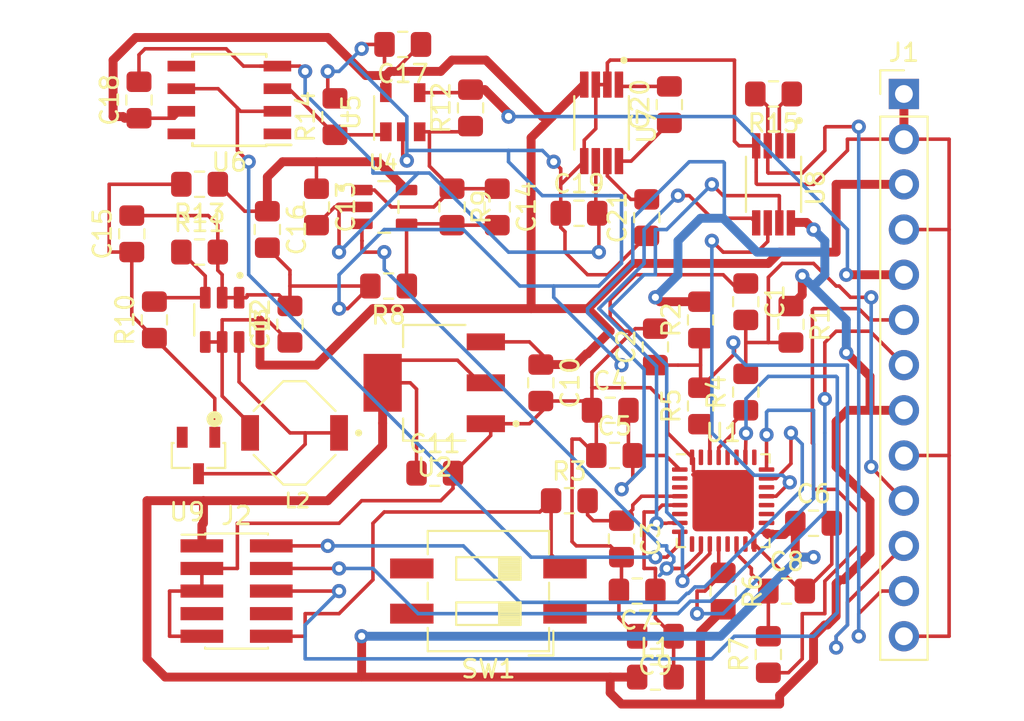
<source format=kicad_pcb>
(kicad_pcb (version 20171130) (host pcbnew "(5.0.2)-1")

  (general
    (thickness 1.6)
    (drawings 0)
    (tracks 682)
    (zones 0)
    (modules 50)
    (nets 57)
  )

  (page A4)
  (layers
    (0 F.Cu signal)
    (31 B.Cu signal)
    (32 B.Adhes user)
    (33 F.Adhes user)
    (34 B.Paste user)
    (35 F.Paste user)
    (36 B.SilkS user)
    (37 F.SilkS user)
    (38 B.Mask user)
    (39 F.Mask user)
    (40 Dwgs.User user)
    (41 Cmts.User user)
    (42 Eco1.User user)
    (43 Eco2.User user)
    (44 Edge.Cuts user)
    (45 Margin user)
    (46 B.CrtYd user)
    (47 F.CrtYd user)
    (48 B.Fab user)
    (49 F.Fab user)
  )

  (setup
    (last_trace_width 0.2)
    (trace_clearance 0.2)
    (zone_clearance 0.508)
    (zone_45_only no)
    (trace_min 0.2)
    (segment_width 0.2)
    (edge_width 0.15)
    (via_size 0.8)
    (via_drill 0.4)
    (via_min_size 0.4)
    (via_min_drill 0.3)
    (uvia_size 0.3)
    (uvia_drill 0.1)
    (uvias_allowed no)
    (uvia_min_size 0.2)
    (uvia_min_drill 0.1)
    (pcb_text_width 0.3)
    (pcb_text_size 1.5 1.5)
    (mod_edge_width 0.15)
    (mod_text_size 1 1)
    (mod_text_width 0.15)
    (pad_size 1.524 1.524)
    (pad_drill 0.762)
    (pad_to_mask_clearance 0.051)
    (solder_mask_min_width 0.25)
    (aux_axis_origin 0 0)
    (visible_elements 7FFFFFFF)
    (pcbplotparams
      (layerselection 0x010fc_ffffffff)
      (usegerberextensions false)
      (usegerberattributes false)
      (usegerberadvancedattributes false)
      (creategerberjobfile false)
      (excludeedgelayer true)
      (linewidth 0.100000)
      (plotframeref false)
      (viasonmask false)
      (mode 1)
      (useauxorigin false)
      (hpglpennumber 1)
      (hpglpenspeed 20)
      (hpglpendiameter 15.000000)
      (psnegative false)
      (psa4output false)
      (plotreference true)
      (plotvalue true)
      (plotinvisibletext false)
      (padsonsilk false)
      (subtractmaskfromsilk false)
      (outputformat 1)
      (mirror false)
      (drillshape 1)
      (scaleselection 1)
      (outputdirectory ""))
  )

  (net 0 "")
  (net 1 GND)
  (net 2 SCL)
  (net 3 SDA)
  (net 4 "Net-(C3-Pad1)")
  (net 5 +3V3)
  (net 6 "Net-(C7-Pad1)")
  (net 7 "Net-(C8-Pad1)")
  (net 8 +5V)
  (net 9 GNDboljse)
  (net 10 MAX32V)
  (net 11 "Net-(C14-Pad1)")
  (net 12 "Net-(C14-Pad2)")
  (net 13 "Net-(C15-Pad1)")
  (net 14 "Net-(C20-Pad2)")
  (net 15 "Net-(C20-Pad1)")
  (net 16 "Net-(C21-Pad2)")
  (net 17 BIAS)
  (net 18 ANALOG_T)
  (net 19 DIGITAL_T)
  (net 20 NTC)
  (net 21 SWDIO)
  (net 22 SWDCLK)
  (net 23 SWO)
  (net 24 "Net-(J2-Pad7)")
  (net 25 "Net-(J2-Pad8)")
  (net 26 NRST)
  (net 27 "Net-(R4-Pad1)")
  (net 28 "Net-(R5-Pad1)")
  (net 29 "Net-(R10-Pad2)")
  (net 30 "Net-(R14-Pad1)")
  (net 31 "Net-(R15-Pad1)")
  (net 32 "Net-(U1-Pad2)")
  (net 33 "Net-(U1-Pad3)")
  (net 34 "Net-(U1-Pad6)")
  (net 35 NTC_CS)
  (net 36 TOK_BRANJE)
  (net 37 "Net-(U1-Pad9)")
  (net 38 DAC)
  (net 39 NTC_SCLK)
  (net 40 "Net-(U1-Pad13)")
  (net 41 "Net-(U1-Pad15)")
  (net 42 "Net-(U1-Pad18)")
  (net 43 "Net-(U1-Pad19)")
  (net 44 "Net-(U1-Pad20)")
  (net 45 NTC_SO)
  (net 46 "Net-(U1-Pad22)")
  (net 47 "Net-(U1-Pad25)")
  (net 48 "Net-(U1-Pad27)")
  (net 49 "Net-(U1-Pad28)")
  (net 50 "Net-(U1-Pad31)")
  (net 51 "Net-(U6-Pad1)")
  (net 52 "Net-(U6-Pad5)")
  (net 53 "Net-(U6-Pad8)")
  (net 54 "Net-(U8-Pad1)")
  (net 55 "Net-(L2-Pad1)")
  (net 56 "Net-(U9-Pad2)")

  (net_class Default "This is the default net class."
    (clearance 0.2)
    (trace_width 0.2)
    (via_dia 0.8)
    (via_drill 0.4)
    (uvia_dia 0.3)
    (uvia_drill 0.1)
    (add_net +3V3)
    (add_net +5V)
    (add_net ANALOG_T)
    (add_net BIAS)
    (add_net DAC)
    (add_net DIGITAL_T)
    (add_net GND)
    (add_net GNDboljse)
    (add_net MAX32V)
    (add_net NRST)
    (add_net NTC)
    (add_net NTC_CS)
    (add_net NTC_SCLK)
    (add_net NTC_SO)
    (add_net "Net-(C14-Pad1)")
    (add_net "Net-(C14-Pad2)")
    (add_net "Net-(C15-Pad1)")
    (add_net "Net-(C20-Pad1)")
    (add_net "Net-(C20-Pad2)")
    (add_net "Net-(C21-Pad2)")
    (add_net "Net-(C3-Pad1)")
    (add_net "Net-(C7-Pad1)")
    (add_net "Net-(C8-Pad1)")
    (add_net "Net-(J2-Pad7)")
    (add_net "Net-(J2-Pad8)")
    (add_net "Net-(L2-Pad1)")
    (add_net "Net-(R10-Pad2)")
    (add_net "Net-(R14-Pad1)")
    (add_net "Net-(R15-Pad1)")
    (add_net "Net-(R4-Pad1)")
    (add_net "Net-(R5-Pad1)")
    (add_net "Net-(U1-Pad13)")
    (add_net "Net-(U1-Pad15)")
    (add_net "Net-(U1-Pad18)")
    (add_net "Net-(U1-Pad19)")
    (add_net "Net-(U1-Pad2)")
    (add_net "Net-(U1-Pad20)")
    (add_net "Net-(U1-Pad22)")
    (add_net "Net-(U1-Pad25)")
    (add_net "Net-(U1-Pad27)")
    (add_net "Net-(U1-Pad28)")
    (add_net "Net-(U1-Pad3)")
    (add_net "Net-(U1-Pad31)")
    (add_net "Net-(U1-Pad6)")
    (add_net "Net-(U1-Pad9)")
    (add_net "Net-(U6-Pad1)")
    (add_net "Net-(U6-Pad5)")
    (add_net "Net-(U6-Pad8)")
    (add_net "Net-(U8-Pad1)")
    (add_net "Net-(U9-Pad2)")
    (add_net SCL)
    (add_net SDA)
    (add_net SWDCLK)
    (add_net SWDIO)
    (add_net SWO)
    (add_net TOK_BRANJE)
  )

  (module Connector_PinHeader_1.27mm:PinHeader_2x05_P1.27mm_Vertical_SMD (layer F.Cu) (tedit 59FED6E3) (tstamp 6211FF87)
    (at 151.72 149.86)
    (descr "surface-mounted straight pin header, 2x05, 1.27mm pitch, double rows")
    (tags "Surface mounted pin header SMD 2x05 1.27mm double row")
    (path /61F1BCD4)
    (attr smd)
    (fp_text reference J2 (at 0 -4.235) (layer F.SilkS)
      (effects (font (size 1 1) (thickness 0.15)))
    )
    (fp_text value Conn_ARM_JTAG_SWD_10 (at 0 4.235) (layer F.Fab)
      (effects (font (size 1 1) (thickness 0.15)))
    )
    (fp_line (start 1.705 3.175) (end -1.705 3.175) (layer F.Fab) (width 0.1))
    (fp_line (start -1.27 -3.175) (end 1.705 -3.175) (layer F.Fab) (width 0.1))
    (fp_line (start -1.705 3.175) (end -1.705 -2.74) (layer F.Fab) (width 0.1))
    (fp_line (start -1.705 -2.74) (end -1.27 -3.175) (layer F.Fab) (width 0.1))
    (fp_line (start 1.705 -3.175) (end 1.705 3.175) (layer F.Fab) (width 0.1))
    (fp_line (start -1.705 -2.74) (end -2.75 -2.74) (layer F.Fab) (width 0.1))
    (fp_line (start -2.75 -2.74) (end -2.75 -2.34) (layer F.Fab) (width 0.1))
    (fp_line (start -2.75 -2.34) (end -1.705 -2.34) (layer F.Fab) (width 0.1))
    (fp_line (start 1.705 -2.74) (end 2.75 -2.74) (layer F.Fab) (width 0.1))
    (fp_line (start 2.75 -2.74) (end 2.75 -2.34) (layer F.Fab) (width 0.1))
    (fp_line (start 2.75 -2.34) (end 1.705 -2.34) (layer F.Fab) (width 0.1))
    (fp_line (start -1.705 -1.47) (end -2.75 -1.47) (layer F.Fab) (width 0.1))
    (fp_line (start -2.75 -1.47) (end -2.75 -1.07) (layer F.Fab) (width 0.1))
    (fp_line (start -2.75 -1.07) (end -1.705 -1.07) (layer F.Fab) (width 0.1))
    (fp_line (start 1.705 -1.47) (end 2.75 -1.47) (layer F.Fab) (width 0.1))
    (fp_line (start 2.75 -1.47) (end 2.75 -1.07) (layer F.Fab) (width 0.1))
    (fp_line (start 2.75 -1.07) (end 1.705 -1.07) (layer F.Fab) (width 0.1))
    (fp_line (start -1.705 -0.2) (end -2.75 -0.2) (layer F.Fab) (width 0.1))
    (fp_line (start -2.75 -0.2) (end -2.75 0.2) (layer F.Fab) (width 0.1))
    (fp_line (start -2.75 0.2) (end -1.705 0.2) (layer F.Fab) (width 0.1))
    (fp_line (start 1.705 -0.2) (end 2.75 -0.2) (layer F.Fab) (width 0.1))
    (fp_line (start 2.75 -0.2) (end 2.75 0.2) (layer F.Fab) (width 0.1))
    (fp_line (start 2.75 0.2) (end 1.705 0.2) (layer F.Fab) (width 0.1))
    (fp_line (start -1.705 1.07) (end -2.75 1.07) (layer F.Fab) (width 0.1))
    (fp_line (start -2.75 1.07) (end -2.75 1.47) (layer F.Fab) (width 0.1))
    (fp_line (start -2.75 1.47) (end -1.705 1.47) (layer F.Fab) (width 0.1))
    (fp_line (start 1.705 1.07) (end 2.75 1.07) (layer F.Fab) (width 0.1))
    (fp_line (start 2.75 1.07) (end 2.75 1.47) (layer F.Fab) (width 0.1))
    (fp_line (start 2.75 1.47) (end 1.705 1.47) (layer F.Fab) (width 0.1))
    (fp_line (start -1.705 2.34) (end -2.75 2.34) (layer F.Fab) (width 0.1))
    (fp_line (start -2.75 2.34) (end -2.75 2.74) (layer F.Fab) (width 0.1))
    (fp_line (start -2.75 2.74) (end -1.705 2.74) (layer F.Fab) (width 0.1))
    (fp_line (start 1.705 2.34) (end 2.75 2.34) (layer F.Fab) (width 0.1))
    (fp_line (start 2.75 2.34) (end 2.75 2.74) (layer F.Fab) (width 0.1))
    (fp_line (start 2.75 2.74) (end 1.705 2.74) (layer F.Fab) (width 0.1))
    (fp_line (start -1.765 -3.235) (end 1.765 -3.235) (layer F.SilkS) (width 0.12))
    (fp_line (start -1.765 3.235) (end 1.765 3.235) (layer F.SilkS) (width 0.12))
    (fp_line (start -3.09 -3.17) (end -1.765 -3.17) (layer F.SilkS) (width 0.12))
    (fp_line (start -1.765 -3.235) (end -1.765 -3.17) (layer F.SilkS) (width 0.12))
    (fp_line (start 1.765 -3.235) (end 1.765 -3.17) (layer F.SilkS) (width 0.12))
    (fp_line (start -1.765 3.17) (end -1.765 3.235) (layer F.SilkS) (width 0.12))
    (fp_line (start 1.765 3.17) (end 1.765 3.235) (layer F.SilkS) (width 0.12))
    (fp_line (start -4.3 -3.7) (end -4.3 3.7) (layer F.CrtYd) (width 0.05))
    (fp_line (start -4.3 3.7) (end 4.3 3.7) (layer F.CrtYd) (width 0.05))
    (fp_line (start 4.3 3.7) (end 4.3 -3.7) (layer F.CrtYd) (width 0.05))
    (fp_line (start 4.3 -3.7) (end -4.3 -3.7) (layer F.CrtYd) (width 0.05))
    (fp_text user %R (at 0 0 90) (layer F.Fab)
      (effects (font (size 1 1) (thickness 0.15)))
    )
    (pad 1 smd rect (at -1.95 -2.54) (size 2.4 0.74) (layers F.Cu F.Paste F.Mask)
      (net 5 +3V3))
    (pad 2 smd rect (at 1.95 -2.54) (size 2.4 0.74) (layers F.Cu F.Paste F.Mask)
      (net 21 SWDIO))
    (pad 3 smd rect (at -1.95 -1.27) (size 2.4 0.74) (layers F.Cu F.Paste F.Mask)
      (net 1 GND))
    (pad 4 smd rect (at 1.95 -1.27) (size 2.4 0.74) (layers F.Cu F.Paste F.Mask)
      (net 22 SWDCLK))
    (pad 5 smd rect (at -1.95 0) (size 2.4 0.74) (layers F.Cu F.Paste F.Mask)
      (net 1 GND))
    (pad 6 smd rect (at 1.95 0) (size 2.4 0.74) (layers F.Cu F.Paste F.Mask)
      (net 23 SWO))
    (pad 7 smd rect (at -1.95 1.27) (size 2.4 0.74) (layers F.Cu F.Paste F.Mask)
      (net 24 "Net-(J2-Pad7)"))
    (pad 8 smd rect (at 1.95 1.27) (size 2.4 0.74) (layers F.Cu F.Paste F.Mask)
      (net 25 "Net-(J2-Pad8)"))
    (pad 9 smd rect (at -1.95 2.54) (size 2.4 0.74) (layers F.Cu F.Paste F.Mask)
      (net 1 GND))
    (pad 10 smd rect (at 1.95 2.54) (size 2.4 0.74) (layers F.Cu F.Paste F.Mask)
      (net 26 NRST))
    (model ${KISYS3DMOD}/Connector_PinHeader_1.27mm.3dshapes/PinHeader_2x05_P1.27mm_Vertical_SMD.wrl
      (at (xyz 0 0 0))
      (scale (xyz 1 1 1))
      (rotate (xyz 0 0 0))
    )
  )

  (module Capacitor_SMD:C_0805_2012Metric_Pad1.15x1.40mm_HandSolder (layer F.Cu) (tedit 5B36C52B) (tstamp 6211FDB7)
    (at 180.34 133.595 270)
    (descr "Capacitor SMD 0805 (2012 Metric), square (rectangular) end terminal, IPC_7351 nominal with elongated pad for handsoldering. (Body size source: https://docs.google.com/spreadsheets/d/1BsfQQcO9C6DZCsRaXUlFlo91Tg2WpOkGARC1WS5S8t0/edit?usp=sharing), generated with kicad-footprint-generator")
    (tags "capacitor handsolder")
    (path /61E803D7/61E80AF9)
    (attr smd)
    (fp_text reference C1 (at 0 -1.65 270) (layer F.SilkS)
      (effects (font (size 1 1) (thickness 0.15)))
    )
    (fp_text value C (at 0 1.65 270) (layer F.Fab)
      (effects (font (size 1 1) (thickness 0.15)))
    )
    (fp_line (start -1 0.6) (end -1 -0.6) (layer F.Fab) (width 0.1))
    (fp_line (start -1 -0.6) (end 1 -0.6) (layer F.Fab) (width 0.1))
    (fp_line (start 1 -0.6) (end 1 0.6) (layer F.Fab) (width 0.1))
    (fp_line (start 1 0.6) (end -1 0.6) (layer F.Fab) (width 0.1))
    (fp_line (start -0.261252 -0.71) (end 0.261252 -0.71) (layer F.SilkS) (width 0.12))
    (fp_line (start -0.261252 0.71) (end 0.261252 0.71) (layer F.SilkS) (width 0.12))
    (fp_line (start -1.85 0.95) (end -1.85 -0.95) (layer F.CrtYd) (width 0.05))
    (fp_line (start -1.85 -0.95) (end 1.85 -0.95) (layer F.CrtYd) (width 0.05))
    (fp_line (start 1.85 -0.95) (end 1.85 0.95) (layer F.CrtYd) (width 0.05))
    (fp_line (start 1.85 0.95) (end -1.85 0.95) (layer F.CrtYd) (width 0.05))
    (fp_text user %R (at 0 0 270) (layer F.Fab)
      (effects (font (size 0.5 0.5) (thickness 0.08)))
    )
    (pad 1 smd roundrect (at -1.025 0 270) (size 1.15 1.4) (layers F.Cu F.Paste F.Mask) (roundrect_rratio 0.217391)
      (net 1 GND))
    (pad 2 smd roundrect (at 1.025 0 270) (size 1.15 1.4) (layers F.Cu F.Paste F.Mask) (roundrect_rratio 0.217391)
      (net 2 SCL))
    (model ${KISYS3DMOD}/Capacitor_SMD.3dshapes/C_0805_2012Metric.wrl
      (at (xyz 0 0 0))
      (scale (xyz 1 1 1))
      (rotate (xyz 0 0 0))
    )
  )

  (module Capacitor_SMD:C_0805_2012Metric_Pad1.15x1.40mm_HandSolder (layer F.Cu) (tedit 5B36C52B) (tstamp 6211FDC8)
    (at 175.26 136.135 90)
    (descr "Capacitor SMD 0805 (2012 Metric), square (rectangular) end terminal, IPC_7351 nominal with elongated pad for handsoldering. (Body size source: https://docs.google.com/spreadsheets/d/1BsfQQcO9C6DZCsRaXUlFlo91Tg2WpOkGARC1WS5S8t0/edit?usp=sharing), generated with kicad-footprint-generator")
    (tags "capacitor handsolder")
    (path /61E803D7/61E80B5F)
    (attr smd)
    (fp_text reference C2 (at 0 -1.65 90) (layer F.SilkS)
      (effects (font (size 1 1) (thickness 0.15)))
    )
    (fp_text value C (at 0 1.65 90) (layer F.Fab)
      (effects (font (size 1 1) (thickness 0.15)))
    )
    (fp_text user %R (at 0 0 90) (layer F.Fab)
      (effects (font (size 0.5 0.5) (thickness 0.08)))
    )
    (fp_line (start 1.85 0.95) (end -1.85 0.95) (layer F.CrtYd) (width 0.05))
    (fp_line (start 1.85 -0.95) (end 1.85 0.95) (layer F.CrtYd) (width 0.05))
    (fp_line (start -1.85 -0.95) (end 1.85 -0.95) (layer F.CrtYd) (width 0.05))
    (fp_line (start -1.85 0.95) (end -1.85 -0.95) (layer F.CrtYd) (width 0.05))
    (fp_line (start -0.261252 0.71) (end 0.261252 0.71) (layer F.SilkS) (width 0.12))
    (fp_line (start -0.261252 -0.71) (end 0.261252 -0.71) (layer F.SilkS) (width 0.12))
    (fp_line (start 1 0.6) (end -1 0.6) (layer F.Fab) (width 0.1))
    (fp_line (start 1 -0.6) (end 1 0.6) (layer F.Fab) (width 0.1))
    (fp_line (start -1 -0.6) (end 1 -0.6) (layer F.Fab) (width 0.1))
    (fp_line (start -1 0.6) (end -1 -0.6) (layer F.Fab) (width 0.1))
    (pad 2 smd roundrect (at 1.025 0 90) (size 1.15 1.4) (layers F.Cu F.Paste F.Mask) (roundrect_rratio 0.217391)
      (net 1 GND))
    (pad 1 smd roundrect (at -1.025 0 90) (size 1.15 1.4) (layers F.Cu F.Paste F.Mask) (roundrect_rratio 0.217391)
      (net 3 SDA))
    (model ${KISYS3DMOD}/Capacitor_SMD.3dshapes/C_0805_2012Metric.wrl
      (at (xyz 0 0 0))
      (scale (xyz 1 1 1))
      (rotate (xyz 0 0 0))
    )
  )

  (module Capacitor_SMD:C_0805_2012Metric_Pad1.15x1.40mm_HandSolder (layer F.Cu) (tedit 5B36C52B) (tstamp 6211FDD9)
    (at 173.355 146.93 270)
    (descr "Capacitor SMD 0805 (2012 Metric), square (rectangular) end terminal, IPC_7351 nominal with elongated pad for handsoldering. (Body size source: https://docs.google.com/spreadsheets/d/1BsfQQcO9C6DZCsRaXUlFlo91Tg2WpOkGARC1WS5S8t0/edit?usp=sharing), generated with kicad-footprint-generator")
    (tags "capacitor handsolder")
    (path /61E803D7/61E82FAA)
    (attr smd)
    (fp_text reference C3 (at 0 -1.65 270) (layer F.SilkS)
      (effects (font (size 1 1) (thickness 0.15)))
    )
    (fp_text value C (at 0 1.65 270) (layer F.Fab)
      (effects (font (size 1 1) (thickness 0.15)))
    )
    (fp_text user %R (at 0 0 270) (layer F.Fab)
      (effects (font (size 0.5 0.5) (thickness 0.08)))
    )
    (fp_line (start 1.85 0.95) (end -1.85 0.95) (layer F.CrtYd) (width 0.05))
    (fp_line (start 1.85 -0.95) (end 1.85 0.95) (layer F.CrtYd) (width 0.05))
    (fp_line (start -1.85 -0.95) (end 1.85 -0.95) (layer F.CrtYd) (width 0.05))
    (fp_line (start -1.85 0.95) (end -1.85 -0.95) (layer F.CrtYd) (width 0.05))
    (fp_line (start -0.261252 0.71) (end 0.261252 0.71) (layer F.SilkS) (width 0.12))
    (fp_line (start -0.261252 -0.71) (end 0.261252 -0.71) (layer F.SilkS) (width 0.12))
    (fp_line (start 1 0.6) (end -1 0.6) (layer F.Fab) (width 0.1))
    (fp_line (start 1 -0.6) (end 1 0.6) (layer F.Fab) (width 0.1))
    (fp_line (start -1 -0.6) (end 1 -0.6) (layer F.Fab) (width 0.1))
    (fp_line (start -1 0.6) (end -1 -0.6) (layer F.Fab) (width 0.1))
    (pad 2 smd roundrect (at 1.025 0 270) (size 1.15 1.4) (layers F.Cu F.Paste F.Mask) (roundrect_rratio 0.217391)
      (net 1 GND))
    (pad 1 smd roundrect (at -1.025 0 270) (size 1.15 1.4) (layers F.Cu F.Paste F.Mask) (roundrect_rratio 0.217391)
      (net 4 "Net-(C3-Pad1)"))
    (model ${KISYS3DMOD}/Capacitor_SMD.3dshapes/C_0805_2012Metric.wrl
      (at (xyz 0 0 0))
      (scale (xyz 1 1 1))
      (rotate (xyz 0 0 0))
    )
  )

  (module Capacitor_SMD:C_0805_2012Metric_Pad1.15x1.40mm_HandSolder (layer F.Cu) (tedit 5B36C52B) (tstamp 6211FDEA)
    (at 172.72 139.7)
    (descr "Capacitor SMD 0805 (2012 Metric), square (rectangular) end terminal, IPC_7351 nominal with elongated pad for handsoldering. (Body size source: https://docs.google.com/spreadsheets/d/1BsfQQcO9C6DZCsRaXUlFlo91Tg2WpOkGARC1WS5S8t0/edit?usp=sharing), generated with kicad-footprint-generator")
    (tags "capacitor handsolder")
    (path /61E803D7/61E867FF)
    (attr smd)
    (fp_text reference C4 (at 0 -1.65) (layer F.SilkS)
      (effects (font (size 1 1) (thickness 0.15)))
    )
    (fp_text value C (at 0 1.65) (layer F.Fab)
      (effects (font (size 1 1) (thickness 0.15)))
    )
    (fp_line (start -1 0.6) (end -1 -0.6) (layer F.Fab) (width 0.1))
    (fp_line (start -1 -0.6) (end 1 -0.6) (layer F.Fab) (width 0.1))
    (fp_line (start 1 -0.6) (end 1 0.6) (layer F.Fab) (width 0.1))
    (fp_line (start 1 0.6) (end -1 0.6) (layer F.Fab) (width 0.1))
    (fp_line (start -0.261252 -0.71) (end 0.261252 -0.71) (layer F.SilkS) (width 0.12))
    (fp_line (start -0.261252 0.71) (end 0.261252 0.71) (layer F.SilkS) (width 0.12))
    (fp_line (start -1.85 0.95) (end -1.85 -0.95) (layer F.CrtYd) (width 0.05))
    (fp_line (start -1.85 -0.95) (end 1.85 -0.95) (layer F.CrtYd) (width 0.05))
    (fp_line (start 1.85 -0.95) (end 1.85 0.95) (layer F.CrtYd) (width 0.05))
    (fp_line (start 1.85 0.95) (end -1.85 0.95) (layer F.CrtYd) (width 0.05))
    (fp_text user %R (at 0 0) (layer F.Fab)
      (effects (font (size 0.5 0.5) (thickness 0.08)))
    )
    (pad 1 smd roundrect (at -1.025 0) (size 1.15 1.4) (layers F.Cu F.Paste F.Mask) (roundrect_rratio 0.217391)
      (net 1 GND))
    (pad 2 smd roundrect (at 1.025 0) (size 1.15 1.4) (layers F.Cu F.Paste F.Mask) (roundrect_rratio 0.217391)
      (net 5 +3V3))
    (model ${KISYS3DMOD}/Capacitor_SMD.3dshapes/C_0805_2012Metric.wrl
      (at (xyz 0 0 0))
      (scale (xyz 1 1 1))
      (rotate (xyz 0 0 0))
    )
  )

  (module Capacitor_SMD:C_0805_2012Metric_Pad1.15x1.40mm_HandSolder (layer F.Cu) (tedit 5B36C52B) (tstamp 6211FDFB)
    (at 172.965 142.24)
    (descr "Capacitor SMD 0805 (2012 Metric), square (rectangular) end terminal, IPC_7351 nominal with elongated pad for handsoldering. (Body size source: https://docs.google.com/spreadsheets/d/1BsfQQcO9C6DZCsRaXUlFlo91Tg2WpOkGARC1WS5S8t0/edit?usp=sharing), generated with kicad-footprint-generator")
    (tags "capacitor handsolder")
    (path /61E803D7/61E845BB)
    (attr smd)
    (fp_text reference C5 (at 0 -1.65) (layer F.SilkS)
      (effects (font (size 1 1) (thickness 0.15)))
    )
    (fp_text value C (at 0 1.65) (layer F.Fab)
      (effects (font (size 1 1) (thickness 0.15)))
    )
    (fp_line (start -1 0.6) (end -1 -0.6) (layer F.Fab) (width 0.1))
    (fp_line (start -1 -0.6) (end 1 -0.6) (layer F.Fab) (width 0.1))
    (fp_line (start 1 -0.6) (end 1 0.6) (layer F.Fab) (width 0.1))
    (fp_line (start 1 0.6) (end -1 0.6) (layer F.Fab) (width 0.1))
    (fp_line (start -0.261252 -0.71) (end 0.261252 -0.71) (layer F.SilkS) (width 0.12))
    (fp_line (start -0.261252 0.71) (end 0.261252 0.71) (layer F.SilkS) (width 0.12))
    (fp_line (start -1.85 0.95) (end -1.85 -0.95) (layer F.CrtYd) (width 0.05))
    (fp_line (start -1.85 -0.95) (end 1.85 -0.95) (layer F.CrtYd) (width 0.05))
    (fp_line (start 1.85 -0.95) (end 1.85 0.95) (layer F.CrtYd) (width 0.05))
    (fp_line (start 1.85 0.95) (end -1.85 0.95) (layer F.CrtYd) (width 0.05))
    (fp_text user %R (at 0 0) (layer F.Fab)
      (effects (font (size 0.5 0.5) (thickness 0.08)))
    )
    (pad 1 smd roundrect (at -1.025 0) (size 1.15 1.4) (layers F.Cu F.Paste F.Mask) (roundrect_rratio 0.217391)
      (net 1 GND))
    (pad 2 smd roundrect (at 1.025 0) (size 1.15 1.4) (layers F.Cu F.Paste F.Mask) (roundrect_rratio 0.217391)
      (net 5 +3V3))
    (model ${KISYS3DMOD}/Capacitor_SMD.3dshapes/C_0805_2012Metric.wrl
      (at (xyz 0 0 0))
      (scale (xyz 1 1 1))
      (rotate (xyz 0 0 0))
    )
  )

  (module Capacitor_SMD:C_0805_2012Metric_Pad1.15x1.40mm_HandSolder (layer F.Cu) (tedit 5B36C52B) (tstamp 6211FE0C)
    (at 184.15 146.05)
    (descr "Capacitor SMD 0805 (2012 Metric), square (rectangular) end terminal, IPC_7351 nominal with elongated pad for handsoldering. (Body size source: https://docs.google.com/spreadsheets/d/1BsfQQcO9C6DZCsRaXUlFlo91Tg2WpOkGARC1WS5S8t0/edit?usp=sharing), generated with kicad-footprint-generator")
    (tags "capacitor handsolder")
    (path /61E803D7/61E848EB)
    (attr smd)
    (fp_text reference C6 (at 0 -1.65) (layer F.SilkS)
      (effects (font (size 1 1) (thickness 0.15)))
    )
    (fp_text value C (at 0 1.65) (layer F.Fab)
      (effects (font (size 1 1) (thickness 0.15)))
    )
    (fp_text user %R (at 0 0) (layer F.Fab)
      (effects (font (size 0.5 0.5) (thickness 0.08)))
    )
    (fp_line (start 1.85 0.95) (end -1.85 0.95) (layer F.CrtYd) (width 0.05))
    (fp_line (start 1.85 -0.95) (end 1.85 0.95) (layer F.CrtYd) (width 0.05))
    (fp_line (start -1.85 -0.95) (end 1.85 -0.95) (layer F.CrtYd) (width 0.05))
    (fp_line (start -1.85 0.95) (end -1.85 -0.95) (layer F.CrtYd) (width 0.05))
    (fp_line (start -0.261252 0.71) (end 0.261252 0.71) (layer F.SilkS) (width 0.12))
    (fp_line (start -0.261252 -0.71) (end 0.261252 -0.71) (layer F.SilkS) (width 0.12))
    (fp_line (start 1 0.6) (end -1 0.6) (layer F.Fab) (width 0.1))
    (fp_line (start 1 -0.6) (end 1 0.6) (layer F.Fab) (width 0.1))
    (fp_line (start -1 -0.6) (end 1 -0.6) (layer F.Fab) (width 0.1))
    (fp_line (start -1 0.6) (end -1 -0.6) (layer F.Fab) (width 0.1))
    (pad 2 smd roundrect (at 1.025 0) (size 1.15 1.4) (layers F.Cu F.Paste F.Mask) (roundrect_rratio 0.217391)
      (net 1 GND))
    (pad 1 smd roundrect (at -1.025 0) (size 1.15 1.4) (layers F.Cu F.Paste F.Mask) (roundrect_rratio 0.217391)
      (net 5 +3V3))
    (model ${KISYS3DMOD}/Capacitor_SMD.3dshapes/C_0805_2012Metric.wrl
      (at (xyz 0 0 0))
      (scale (xyz 1 1 1))
      (rotate (xyz 0 0 0))
    )
  )

  (module Capacitor_SMD:C_0805_2012Metric_Pad1.15x1.40mm_HandSolder (layer F.Cu) (tedit 5B36C52B) (tstamp 6211FE1D)
    (at 174.235 149.86 180)
    (descr "Capacitor SMD 0805 (2012 Metric), square (rectangular) end terminal, IPC_7351 nominal with elongated pad for handsoldering. (Body size source: https://docs.google.com/spreadsheets/d/1BsfQQcO9C6DZCsRaXUlFlo91Tg2WpOkGARC1WS5S8t0/edit?usp=sharing), generated with kicad-footprint-generator")
    (tags "capacitor handsolder")
    (path /61E803D7/61E84F94)
    (attr smd)
    (fp_text reference C7 (at 0 -1.65 180) (layer F.SilkS)
      (effects (font (size 1 1) (thickness 0.15)))
    )
    (fp_text value C (at 0 1.65 180) (layer F.Fab)
      (effects (font (size 1 1) (thickness 0.15)))
    )
    (fp_line (start -1 0.6) (end -1 -0.6) (layer F.Fab) (width 0.1))
    (fp_line (start -1 -0.6) (end 1 -0.6) (layer F.Fab) (width 0.1))
    (fp_line (start 1 -0.6) (end 1 0.6) (layer F.Fab) (width 0.1))
    (fp_line (start 1 0.6) (end -1 0.6) (layer F.Fab) (width 0.1))
    (fp_line (start -0.261252 -0.71) (end 0.261252 -0.71) (layer F.SilkS) (width 0.12))
    (fp_line (start -0.261252 0.71) (end 0.261252 0.71) (layer F.SilkS) (width 0.12))
    (fp_line (start -1.85 0.95) (end -1.85 -0.95) (layer F.CrtYd) (width 0.05))
    (fp_line (start -1.85 -0.95) (end 1.85 -0.95) (layer F.CrtYd) (width 0.05))
    (fp_line (start 1.85 -0.95) (end 1.85 0.95) (layer F.CrtYd) (width 0.05))
    (fp_line (start 1.85 0.95) (end -1.85 0.95) (layer F.CrtYd) (width 0.05))
    (fp_text user %R (at 0 0 180) (layer F.Fab)
      (effects (font (size 0.5 0.5) (thickness 0.08)))
    )
    (pad 1 smd roundrect (at -1.025 0 180) (size 1.15 1.4) (layers F.Cu F.Paste F.Mask) (roundrect_rratio 0.217391)
      (net 6 "Net-(C7-Pad1)"))
    (pad 2 smd roundrect (at 1.025 0 180) (size 1.15 1.4) (layers F.Cu F.Paste F.Mask) (roundrect_rratio 0.217391)
      (net 1 GND))
    (model ${KISYS3DMOD}/Capacitor_SMD.3dshapes/C_0805_2012Metric.wrl
      (at (xyz 0 0 0))
      (scale (xyz 1 1 1))
      (rotate (xyz 0 0 0))
    )
  )

  (module Capacitor_SMD:C_0805_2012Metric_Pad1.15x1.40mm_HandSolder (layer F.Cu) (tedit 5B36C52B) (tstamp 6211FE2E)
    (at 182.635 149.86)
    (descr "Capacitor SMD 0805 (2012 Metric), square (rectangular) end terminal, IPC_7351 nominal with elongated pad for handsoldering. (Body size source: https://docs.google.com/spreadsheets/d/1BsfQQcO9C6DZCsRaXUlFlo91Tg2WpOkGARC1WS5S8t0/edit?usp=sharing), generated with kicad-footprint-generator")
    (tags "capacitor handsolder")
    (path /61E803D7/61E9AEC5)
    (attr smd)
    (fp_text reference C8 (at 0 -1.65) (layer F.SilkS)
      (effects (font (size 1 1) (thickness 0.15)))
    )
    (fp_text value C (at 0 1.65) (layer F.Fab)
      (effects (font (size 1 1) (thickness 0.15)))
    )
    (fp_text user %R (at 0 0) (layer F.Fab)
      (effects (font (size 0.5 0.5) (thickness 0.08)))
    )
    (fp_line (start 1.85 0.95) (end -1.85 0.95) (layer F.CrtYd) (width 0.05))
    (fp_line (start 1.85 -0.95) (end 1.85 0.95) (layer F.CrtYd) (width 0.05))
    (fp_line (start -1.85 -0.95) (end 1.85 -0.95) (layer F.CrtYd) (width 0.05))
    (fp_line (start -1.85 0.95) (end -1.85 -0.95) (layer F.CrtYd) (width 0.05))
    (fp_line (start -0.261252 0.71) (end 0.261252 0.71) (layer F.SilkS) (width 0.12))
    (fp_line (start -0.261252 -0.71) (end 0.261252 -0.71) (layer F.SilkS) (width 0.12))
    (fp_line (start 1 0.6) (end -1 0.6) (layer F.Fab) (width 0.1))
    (fp_line (start 1 -0.6) (end 1 0.6) (layer F.Fab) (width 0.1))
    (fp_line (start -1 -0.6) (end 1 -0.6) (layer F.Fab) (width 0.1))
    (fp_line (start -1 0.6) (end -1 -0.6) (layer F.Fab) (width 0.1))
    (pad 2 smd roundrect (at 1.025 0) (size 1.15 1.4) (layers F.Cu F.Paste F.Mask) (roundrect_rratio 0.217391)
      (net 1 GND))
    (pad 1 smd roundrect (at -1.025 0) (size 1.15 1.4) (layers F.Cu F.Paste F.Mask) (roundrect_rratio 0.217391)
      (net 7 "Net-(C8-Pad1)"))
    (model ${KISYS3DMOD}/Capacitor_SMD.3dshapes/C_0805_2012Metric.wrl
      (at (xyz 0 0 0))
      (scale (xyz 1 1 1))
      (rotate (xyz 0 0 0))
    )
  )

  (module Capacitor_SMD:C_0805_2012Metric_Pad1.15x1.40mm_HandSolder (layer F.Cu) (tedit 5B36C52B) (tstamp 6211FE3F)
    (at 175.26 152.4 180)
    (descr "Capacitor SMD 0805 (2012 Metric), square (rectangular) end terminal, IPC_7351 nominal with elongated pad for handsoldering. (Body size source: https://docs.google.com/spreadsheets/d/1BsfQQcO9C6DZCsRaXUlFlo91Tg2WpOkGARC1WS5S8t0/edit?usp=sharing), generated with kicad-footprint-generator")
    (tags "capacitor handsolder")
    (path /61E803D7/61E89D27)
    (attr smd)
    (fp_text reference C9 (at 0 -1.65 180) (layer F.SilkS)
      (effects (font (size 1 1) (thickness 0.15)))
    )
    (fp_text value C (at 0 1.65 180) (layer F.Fab)
      (effects (font (size 1 1) (thickness 0.15)))
    )
    (fp_line (start -1 0.6) (end -1 -0.6) (layer F.Fab) (width 0.1))
    (fp_line (start -1 -0.6) (end 1 -0.6) (layer F.Fab) (width 0.1))
    (fp_line (start 1 -0.6) (end 1 0.6) (layer F.Fab) (width 0.1))
    (fp_line (start 1 0.6) (end -1 0.6) (layer F.Fab) (width 0.1))
    (fp_line (start -0.261252 -0.71) (end 0.261252 -0.71) (layer F.SilkS) (width 0.12))
    (fp_line (start -0.261252 0.71) (end 0.261252 0.71) (layer F.SilkS) (width 0.12))
    (fp_line (start -1.85 0.95) (end -1.85 -0.95) (layer F.CrtYd) (width 0.05))
    (fp_line (start -1.85 -0.95) (end 1.85 -0.95) (layer F.CrtYd) (width 0.05))
    (fp_line (start 1.85 -0.95) (end 1.85 0.95) (layer F.CrtYd) (width 0.05))
    (fp_line (start 1.85 0.95) (end -1.85 0.95) (layer F.CrtYd) (width 0.05))
    (fp_text user %R (at 0 0 180) (layer F.Fab)
      (effects (font (size 0.5 0.5) (thickness 0.08)))
    )
    (pad 1 smd roundrect (at -1.025 0 180) (size 1.15 1.4) (layers F.Cu F.Paste F.Mask) (roundrect_rratio 0.217391)
      (net 6 "Net-(C7-Pad1)"))
    (pad 2 smd roundrect (at 1.025 0 180) (size 1.15 1.4) (layers F.Cu F.Paste F.Mask) (roundrect_rratio 0.217391)
      (net 1 GND))
    (model ${KISYS3DMOD}/Capacitor_SMD.3dshapes/C_0805_2012Metric.wrl
      (at (xyz 0 0 0))
      (scale (xyz 1 1 1))
      (rotate (xyz 0 0 0))
    )
  )

  (module Capacitor_SMD:C_0805_2012Metric_Pad1.15x1.40mm_HandSolder (layer F.Cu) (tedit 5B36C52B) (tstamp 6211FE50)
    (at 168.820071 138.153337 270)
    (descr "Capacitor SMD 0805 (2012 Metric), square (rectangular) end terminal, IPC_7351 nominal with elongated pad for handsoldering. (Body size source: https://docs.google.com/spreadsheets/d/1BsfQQcO9C6DZCsRaXUlFlo91Tg2WpOkGARC1WS5S8t0/edit?usp=sharing), generated with kicad-footprint-generator")
    (tags "capacitor handsolder")
    (path /61E803D7/61E8DE93)
    (attr smd)
    (fp_text reference C10 (at 0 -1.65 270) (layer F.SilkS)
      (effects (font (size 1 1) (thickness 0.15)))
    )
    (fp_text value C (at 0 1.65 270) (layer F.Fab)
      (effects (font (size 1 1) (thickness 0.15)))
    )
    (fp_line (start -1 0.6) (end -1 -0.6) (layer F.Fab) (width 0.1))
    (fp_line (start -1 -0.6) (end 1 -0.6) (layer F.Fab) (width 0.1))
    (fp_line (start 1 -0.6) (end 1 0.6) (layer F.Fab) (width 0.1))
    (fp_line (start 1 0.6) (end -1 0.6) (layer F.Fab) (width 0.1))
    (fp_line (start -0.261252 -0.71) (end 0.261252 -0.71) (layer F.SilkS) (width 0.12))
    (fp_line (start -0.261252 0.71) (end 0.261252 0.71) (layer F.SilkS) (width 0.12))
    (fp_line (start -1.85 0.95) (end -1.85 -0.95) (layer F.CrtYd) (width 0.05))
    (fp_line (start -1.85 -0.95) (end 1.85 -0.95) (layer F.CrtYd) (width 0.05))
    (fp_line (start 1.85 -0.95) (end 1.85 0.95) (layer F.CrtYd) (width 0.05))
    (fp_line (start 1.85 0.95) (end -1.85 0.95) (layer F.CrtYd) (width 0.05))
    (fp_text user %R (at 0 0 270) (layer F.Fab)
      (effects (font (size 0.5 0.5) (thickness 0.08)))
    )
    (pad 1 smd roundrect (at -1.025 0 270) (size 1.15 1.4) (layers F.Cu F.Paste F.Mask) (roundrect_rratio 0.217391)
      (net 8 +5V))
    (pad 2 smd roundrect (at 1.025 0 270) (size 1.15 1.4) (layers F.Cu F.Paste F.Mask) (roundrect_rratio 0.217391)
      (net 1 GND))
    (model ${KISYS3DMOD}/Capacitor_SMD.3dshapes/C_0805_2012Metric.wrl
      (at (xyz 0 0 0))
      (scale (xyz 1 1 1))
      (rotate (xyz 0 0 0))
    )
  )

  (module Capacitor_SMD:C_0805_2012Metric_Pad1.15x1.40mm_HandSolder (layer F.Cu) (tedit 5B36C52B) (tstamp 6211FE61)
    (at 162.860071 143.233337)
    (descr "Capacitor SMD 0805 (2012 Metric), square (rectangular) end terminal, IPC_7351 nominal with elongated pad for handsoldering. (Body size source: https://docs.google.com/spreadsheets/d/1BsfQQcO9C6DZCsRaXUlFlo91Tg2WpOkGARC1WS5S8t0/edit?usp=sharing), generated with kicad-footprint-generator")
    (tags "capacitor handsolder")
    (path /61E803D7/61E8FC77)
    (attr smd)
    (fp_text reference C11 (at 0 -1.65) (layer F.SilkS)
      (effects (font (size 1 1) (thickness 0.15)))
    )
    (fp_text value C (at 0 1.65) (layer F.Fab)
      (effects (font (size 1 1) (thickness 0.15)))
    )
    (fp_text user %R (at 0 0) (layer F.Fab)
      (effects (font (size 0.5 0.5) (thickness 0.08)))
    )
    (fp_line (start 1.85 0.95) (end -1.85 0.95) (layer F.CrtYd) (width 0.05))
    (fp_line (start 1.85 -0.95) (end 1.85 0.95) (layer F.CrtYd) (width 0.05))
    (fp_line (start -1.85 -0.95) (end 1.85 -0.95) (layer F.CrtYd) (width 0.05))
    (fp_line (start -1.85 0.95) (end -1.85 -0.95) (layer F.CrtYd) (width 0.05))
    (fp_line (start -0.261252 0.71) (end 0.261252 0.71) (layer F.SilkS) (width 0.12))
    (fp_line (start -0.261252 -0.71) (end 0.261252 -0.71) (layer F.SilkS) (width 0.12))
    (fp_line (start 1 0.6) (end -1 0.6) (layer F.Fab) (width 0.1))
    (fp_line (start 1 -0.6) (end 1 0.6) (layer F.Fab) (width 0.1))
    (fp_line (start -1 -0.6) (end 1 -0.6) (layer F.Fab) (width 0.1))
    (fp_line (start -1 0.6) (end -1 -0.6) (layer F.Fab) (width 0.1))
    (pad 2 smd roundrect (at 1.025 0) (size 1.15 1.4) (layers F.Cu F.Paste F.Mask) (roundrect_rratio 0.217391)
      (net 1 GND))
    (pad 1 smd roundrect (at -1.025 0) (size 1.15 1.4) (layers F.Cu F.Paste F.Mask) (roundrect_rratio 0.217391)
      (net 5 +3V3))
    (model ${KISYS3DMOD}/Capacitor_SMD.3dshapes/C_0805_2012Metric.wrl
      (at (xyz 0 0 0))
      (scale (xyz 1 1 1))
      (rotate (xyz 0 0 0))
    )
  )

  (module Capacitor_SMD:C_0805_2012Metric_Pad1.15x1.40mm_HandSolder (layer F.Cu) (tedit 5B36C52B) (tstamp 6211FE72)
    (at 154.720028 134.860217 90)
    (descr "Capacitor SMD 0805 (2012 Metric), square (rectangular) end terminal, IPC_7351 nominal with elongated pad for handsoldering. (Body size source: https://docs.google.com/spreadsheets/d/1BsfQQcO9C6DZCsRaXUlFlo91Tg2WpOkGARC1WS5S8t0/edit?usp=sharing), generated with kicad-footprint-generator")
    (tags "capacitor handsolder")
    (path /61F20E3B/61F21966)
    (attr smd)
    (fp_text reference C12 (at 0 -1.65 90) (layer F.SilkS)
      (effects (font (size 1 1) (thickness 0.15)))
    )
    (fp_text value C (at 0 1.65 90) (layer F.Fab)
      (effects (font (size 1 1) (thickness 0.15)))
    )
    (fp_text user %R (at 0 0 90) (layer F.Fab)
      (effects (font (size 0.5 0.5) (thickness 0.08)))
    )
    (fp_line (start 1.85 0.95) (end -1.85 0.95) (layer F.CrtYd) (width 0.05))
    (fp_line (start 1.85 -0.95) (end 1.85 0.95) (layer F.CrtYd) (width 0.05))
    (fp_line (start -1.85 -0.95) (end 1.85 -0.95) (layer F.CrtYd) (width 0.05))
    (fp_line (start -1.85 0.95) (end -1.85 -0.95) (layer F.CrtYd) (width 0.05))
    (fp_line (start -0.261252 0.71) (end 0.261252 0.71) (layer F.SilkS) (width 0.12))
    (fp_line (start -0.261252 -0.71) (end 0.261252 -0.71) (layer F.SilkS) (width 0.12))
    (fp_line (start 1 0.6) (end -1 0.6) (layer F.Fab) (width 0.1))
    (fp_line (start 1 -0.6) (end 1 0.6) (layer F.Fab) (width 0.1))
    (fp_line (start -1 -0.6) (end 1 -0.6) (layer F.Fab) (width 0.1))
    (fp_line (start -1 0.6) (end -1 -0.6) (layer F.Fab) (width 0.1))
    (pad 2 smd roundrect (at 1.025 0 90) (size 1.15 1.4) (layers F.Cu F.Paste F.Mask) (roundrect_rratio 0.217391)
      (net 1 GND))
    (pad 1 smd roundrect (at -1.025 0 90) (size 1.15 1.4) (layers F.Cu F.Paste F.Mask) (roundrect_rratio 0.217391)
      (net 8 +5V))
    (model ${KISYS3DMOD}/Capacitor_SMD.3dshapes/C_0805_2012Metric.wrl
      (at (xyz 0 0 0))
      (scale (xyz 1 1 1))
      (rotate (xyz 0 0 0))
    )
  )

  (module Capacitor_SMD:C_0805_2012Metric_Pad1.15x1.40mm_HandSolder (layer F.Cu) (tedit 5B36C52B) (tstamp 6211FE83)
    (at 156.21 128.27 270)
    (descr "Capacitor SMD 0805 (2012 Metric), square (rectangular) end terminal, IPC_7351 nominal with elongated pad for handsoldering. (Body size source: https://docs.google.com/spreadsheets/d/1BsfQQcO9C6DZCsRaXUlFlo91Tg2WpOkGARC1WS5S8t0/edit?usp=sharing), generated with kicad-footprint-generator")
    (tags "capacitor handsolder")
    (path /61F20E3B/61F2AA35)
    (attr smd)
    (fp_text reference C13 (at 0 -1.65 270) (layer F.SilkS)
      (effects (font (size 1 1) (thickness 0.15)))
    )
    (fp_text value C (at 0 1.65 270) (layer F.Fab)
      (effects (font (size 1 1) (thickness 0.15)))
    )
    (fp_text user %R (at 0 0 270) (layer F.Fab)
      (effects (font (size 0.5 0.5) (thickness 0.08)))
    )
    (fp_line (start 1.85 0.95) (end -1.85 0.95) (layer F.CrtYd) (width 0.05))
    (fp_line (start 1.85 -0.95) (end 1.85 0.95) (layer F.CrtYd) (width 0.05))
    (fp_line (start -1.85 -0.95) (end 1.85 -0.95) (layer F.CrtYd) (width 0.05))
    (fp_line (start -1.85 0.95) (end -1.85 -0.95) (layer F.CrtYd) (width 0.05))
    (fp_line (start -0.261252 0.71) (end 0.261252 0.71) (layer F.SilkS) (width 0.12))
    (fp_line (start -0.261252 -0.71) (end 0.261252 -0.71) (layer F.SilkS) (width 0.12))
    (fp_line (start 1 0.6) (end -1 0.6) (layer F.Fab) (width 0.1))
    (fp_line (start 1 -0.6) (end 1 0.6) (layer F.Fab) (width 0.1))
    (fp_line (start -1 -0.6) (end 1 -0.6) (layer F.Fab) (width 0.1))
    (fp_line (start -1 0.6) (end -1 -0.6) (layer F.Fab) (width 0.1))
    (pad 2 smd roundrect (at 1.025 0 270) (size 1.15 1.4) (layers F.Cu F.Paste F.Mask) (roundrect_rratio 0.217391)
      (net 9 GNDboljse))
    (pad 1 smd roundrect (at -1.025 0 270) (size 1.15 1.4) (layers F.Cu F.Paste F.Mask) (roundrect_rratio 0.217391)
      (net 10 MAX32V))
    (model ${KISYS3DMOD}/Capacitor_SMD.3dshapes/C_0805_2012Metric.wrl
      (at (xyz 0 0 0))
      (scale (xyz 1 1 1))
      (rotate (xyz 0 0 0))
    )
  )

  (module Capacitor_SMD:C_0805_2012Metric_Pad1.15x1.40mm_HandSolder (layer F.Cu) (tedit 5B36C52B) (tstamp 6211FE94)
    (at 166.37 128.27 270)
    (descr "Capacitor SMD 0805 (2012 Metric), square (rectangular) end terminal, IPC_7351 nominal with elongated pad for handsoldering. (Body size source: https://docs.google.com/spreadsheets/d/1BsfQQcO9C6DZCsRaXUlFlo91Tg2WpOkGARC1WS5S8t0/edit?usp=sharing), generated with kicad-footprint-generator")
    (tags "capacitor handsolder")
    (path /61F20E3B/61F2A996)
    (attr smd)
    (fp_text reference C14 (at 0 -1.65 270) (layer F.SilkS)
      (effects (font (size 1 1) (thickness 0.15)))
    )
    (fp_text value C (at 0 1.65 270) (layer F.Fab)
      (effects (font (size 1 1) (thickness 0.15)))
    )
    (fp_line (start -1 0.6) (end -1 -0.6) (layer F.Fab) (width 0.1))
    (fp_line (start -1 -0.6) (end 1 -0.6) (layer F.Fab) (width 0.1))
    (fp_line (start 1 -0.6) (end 1 0.6) (layer F.Fab) (width 0.1))
    (fp_line (start 1 0.6) (end -1 0.6) (layer F.Fab) (width 0.1))
    (fp_line (start -0.261252 -0.71) (end 0.261252 -0.71) (layer F.SilkS) (width 0.12))
    (fp_line (start -0.261252 0.71) (end 0.261252 0.71) (layer F.SilkS) (width 0.12))
    (fp_line (start -1.85 0.95) (end -1.85 -0.95) (layer F.CrtYd) (width 0.05))
    (fp_line (start -1.85 -0.95) (end 1.85 -0.95) (layer F.CrtYd) (width 0.05))
    (fp_line (start 1.85 -0.95) (end 1.85 0.95) (layer F.CrtYd) (width 0.05))
    (fp_line (start 1.85 0.95) (end -1.85 0.95) (layer F.CrtYd) (width 0.05))
    (fp_text user %R (at 0 0 270) (layer F.Fab)
      (effects (font (size 0.5 0.5) (thickness 0.08)))
    )
    (pad 1 smd roundrect (at -1.025 0 270) (size 1.15 1.4) (layers F.Cu F.Paste F.Mask) (roundrect_rratio 0.217391)
      (net 11 "Net-(C14-Pad1)"))
    (pad 2 smd roundrect (at 1.025 0 270) (size 1.15 1.4) (layers F.Cu F.Paste F.Mask) (roundrect_rratio 0.217391)
      (net 12 "Net-(C14-Pad2)"))
    (model ${KISYS3DMOD}/Capacitor_SMD.3dshapes/C_0805_2012Metric.wrl
      (at (xyz 0 0 0))
      (scale (xyz 1 1 1))
      (rotate (xyz 0 0 0))
    )
  )

  (module Capacitor_SMD:C_0805_2012Metric_Pad1.15x1.40mm_HandSolder (layer F.Cu) (tedit 5B36C52B) (tstamp 6211FEA5)
    (at 145.830028 129.780217 90)
    (descr "Capacitor SMD 0805 (2012 Metric), square (rectangular) end terminal, IPC_7351 nominal with elongated pad for handsoldering. (Body size source: https://docs.google.com/spreadsheets/d/1BsfQQcO9C6DZCsRaXUlFlo91Tg2WpOkGARC1WS5S8t0/edit?usp=sharing), generated with kicad-footprint-generator")
    (tags "capacitor handsolder")
    (path /61F20E3B/61F21989)
    (attr smd)
    (fp_text reference C15 (at 0 -1.65 90) (layer F.SilkS)
      (effects (font (size 1 1) (thickness 0.15)))
    )
    (fp_text value C (at 0 1.65 90) (layer F.Fab)
      (effects (font (size 1 1) (thickness 0.15)))
    )
    (fp_text user %R (at 0 0 90) (layer F.Fab)
      (effects (font (size 0.5 0.5) (thickness 0.08)))
    )
    (fp_line (start 1.85 0.95) (end -1.85 0.95) (layer F.CrtYd) (width 0.05))
    (fp_line (start 1.85 -0.95) (end 1.85 0.95) (layer F.CrtYd) (width 0.05))
    (fp_line (start -1.85 -0.95) (end 1.85 -0.95) (layer F.CrtYd) (width 0.05))
    (fp_line (start -1.85 0.95) (end -1.85 -0.95) (layer F.CrtYd) (width 0.05))
    (fp_line (start -0.261252 0.71) (end 0.261252 0.71) (layer F.SilkS) (width 0.12))
    (fp_line (start -0.261252 -0.71) (end 0.261252 -0.71) (layer F.SilkS) (width 0.12))
    (fp_line (start 1 0.6) (end -1 0.6) (layer F.Fab) (width 0.1))
    (fp_line (start 1 -0.6) (end 1 0.6) (layer F.Fab) (width 0.1))
    (fp_line (start -1 -0.6) (end 1 -0.6) (layer F.Fab) (width 0.1))
    (fp_line (start -1 0.6) (end -1 -0.6) (layer F.Fab) (width 0.1))
    (pad 2 smd roundrect (at 1.025 0 90) (size 1.15 1.4) (layers F.Cu F.Paste F.Mask) (roundrect_rratio 0.217391)
      (net 1 GND))
    (pad 1 smd roundrect (at -1.025 0 90) (size 1.15 1.4) (layers F.Cu F.Paste F.Mask) (roundrect_rratio 0.217391)
      (net 13 "Net-(C15-Pad1)"))
    (model ${KISYS3DMOD}/Capacitor_SMD.3dshapes/C_0805_2012Metric.wrl
      (at (xyz 0 0 0))
      (scale (xyz 1 1 1))
      (rotate (xyz 0 0 0))
    )
  )

  (module Capacitor_SMD:C_0805_2012Metric_Pad1.15x1.40mm_HandSolder (layer F.Cu) (tedit 5B36C52B) (tstamp 6211FEB6)
    (at 153.450028 129.535217 270)
    (descr "Capacitor SMD 0805 (2012 Metric), square (rectangular) end terminal, IPC_7351 nominal with elongated pad for handsoldering. (Body size source: https://docs.google.com/spreadsheets/d/1BsfQQcO9C6DZCsRaXUlFlo91Tg2WpOkGARC1WS5S8t0/edit?usp=sharing), generated with kicad-footprint-generator")
    (tags "capacitor handsolder")
    (path /61F20E3B/61F21990)
    (attr smd)
    (fp_text reference C16 (at 0 -1.65 270) (layer F.SilkS)
      (effects (font (size 1 1) (thickness 0.15)))
    )
    (fp_text value C (at 0 1.65 270) (layer F.Fab)
      (effects (font (size 1 1) (thickness 0.15)))
    )
    (fp_line (start -1 0.6) (end -1 -0.6) (layer F.Fab) (width 0.1))
    (fp_line (start -1 -0.6) (end 1 -0.6) (layer F.Fab) (width 0.1))
    (fp_line (start 1 -0.6) (end 1 0.6) (layer F.Fab) (width 0.1))
    (fp_line (start 1 0.6) (end -1 0.6) (layer F.Fab) (width 0.1))
    (fp_line (start -0.261252 -0.71) (end 0.261252 -0.71) (layer F.SilkS) (width 0.12))
    (fp_line (start -0.261252 0.71) (end 0.261252 0.71) (layer F.SilkS) (width 0.12))
    (fp_line (start -1.85 0.95) (end -1.85 -0.95) (layer F.CrtYd) (width 0.05))
    (fp_line (start -1.85 -0.95) (end 1.85 -0.95) (layer F.CrtYd) (width 0.05))
    (fp_line (start 1.85 -0.95) (end 1.85 0.95) (layer F.CrtYd) (width 0.05))
    (fp_line (start 1.85 0.95) (end -1.85 0.95) (layer F.CrtYd) (width 0.05))
    (fp_text user %R (at 0 0 270) (layer F.Fab)
      (effects (font (size 0.5 0.5) (thickness 0.08)))
    )
    (pad 1 smd roundrect (at -1.025 0 270) (size 1.15 1.4) (layers F.Cu F.Paste F.Mask) (roundrect_rratio 0.217391)
      (net 10 MAX32V))
    (pad 2 smd roundrect (at 1.025 0 270) (size 1.15 1.4) (layers F.Cu F.Paste F.Mask) (roundrect_rratio 0.217391)
      (net 1 GND))
    (model ${KISYS3DMOD}/Capacitor_SMD.3dshapes/C_0805_2012Metric.wrl
      (at (xyz 0 0 0))
      (scale (xyz 1 1 1))
      (rotate (xyz 0 0 0))
    )
  )

  (module Capacitor_SMD:C_0805_2012Metric_Pad1.15x1.40mm_HandSolder (layer F.Cu) (tedit 5B36C52B) (tstamp 6211FEC7)
    (at 161.060621 119.136101 180)
    (descr "Capacitor SMD 0805 (2012 Metric), square (rectangular) end terminal, IPC_7351 nominal with elongated pad for handsoldering. (Body size source: https://docs.google.com/spreadsheets/d/1BsfQQcO9C6DZCsRaXUlFlo91Tg2WpOkGARC1WS5S8t0/edit?usp=sharing), generated with kicad-footprint-generator")
    (tags "capacitor handsolder")
    (path /61F20E3B/61F2AA42)
    (attr smd)
    (fp_text reference C17 (at 0 -1.65 180) (layer F.SilkS)
      (effects (font (size 1 1) (thickness 0.15)))
    )
    (fp_text value C (at 0 1.65 180) (layer F.Fab)
      (effects (font (size 1 1) (thickness 0.15)))
    )
    (fp_line (start -1 0.6) (end -1 -0.6) (layer F.Fab) (width 0.1))
    (fp_line (start -1 -0.6) (end 1 -0.6) (layer F.Fab) (width 0.1))
    (fp_line (start 1 -0.6) (end 1 0.6) (layer F.Fab) (width 0.1))
    (fp_line (start 1 0.6) (end -1 0.6) (layer F.Fab) (width 0.1))
    (fp_line (start -0.261252 -0.71) (end 0.261252 -0.71) (layer F.SilkS) (width 0.12))
    (fp_line (start -0.261252 0.71) (end 0.261252 0.71) (layer F.SilkS) (width 0.12))
    (fp_line (start -1.85 0.95) (end -1.85 -0.95) (layer F.CrtYd) (width 0.05))
    (fp_line (start -1.85 -0.95) (end 1.85 -0.95) (layer F.CrtYd) (width 0.05))
    (fp_line (start 1.85 -0.95) (end 1.85 0.95) (layer F.CrtYd) (width 0.05))
    (fp_line (start 1.85 0.95) (end -1.85 0.95) (layer F.CrtYd) (width 0.05))
    (fp_text user %R (at 0 0 180) (layer F.Fab)
      (effects (font (size 0.5 0.5) (thickness 0.08)))
    )
    (pad 1 smd roundrect (at -1.025 0 180) (size 1.15 1.4) (layers F.Cu F.Paste F.Mask) (roundrect_rratio 0.217391)
      (net 8 +5V))
    (pad 2 smd roundrect (at 1.025 0 180) (size 1.15 1.4) (layers F.Cu F.Paste F.Mask) (roundrect_rratio 0.217391)
      (net 1 GND))
    (model ${KISYS3DMOD}/Capacitor_SMD.3dshapes/C_0805_2012Metric.wrl
      (at (xyz 0 0 0))
      (scale (xyz 1 1 1))
      (rotate (xyz 0 0 0))
    )
  )

  (module Capacitor_SMD:C_0805_2012Metric_Pad1.15x1.40mm_HandSolder (layer F.Cu) (tedit 5B36C52B) (tstamp 6211FED8)
    (at 146.235236 122.258299 90)
    (descr "Capacitor SMD 0805 (2012 Metric), square (rectangular) end terminal, IPC_7351 nominal with elongated pad for handsoldering. (Body size source: https://docs.google.com/spreadsheets/d/1BsfQQcO9C6DZCsRaXUlFlo91Tg2WpOkGARC1WS5S8t0/edit?usp=sharing), generated with kicad-footprint-generator")
    (tags "capacitor handsolder")
    (path /61F20E3B/61F2AA53)
    (attr smd)
    (fp_text reference C18 (at 0 -1.65 90) (layer F.SilkS)
      (effects (font (size 1 1) (thickness 0.15)))
    )
    (fp_text value C (at 0 1.65 90) (layer F.Fab)
      (effects (font (size 1 1) (thickness 0.15)))
    )
    (fp_text user %R (at 0 0 90) (layer F.Fab)
      (effects (font (size 0.5 0.5) (thickness 0.08)))
    )
    (fp_line (start 1.85 0.95) (end -1.85 0.95) (layer F.CrtYd) (width 0.05))
    (fp_line (start 1.85 -0.95) (end 1.85 0.95) (layer F.CrtYd) (width 0.05))
    (fp_line (start -1.85 -0.95) (end 1.85 -0.95) (layer F.CrtYd) (width 0.05))
    (fp_line (start -1.85 0.95) (end -1.85 -0.95) (layer F.CrtYd) (width 0.05))
    (fp_line (start -0.261252 0.71) (end 0.261252 0.71) (layer F.SilkS) (width 0.12))
    (fp_line (start -0.261252 -0.71) (end 0.261252 -0.71) (layer F.SilkS) (width 0.12))
    (fp_line (start 1 0.6) (end -1 0.6) (layer F.Fab) (width 0.1))
    (fp_line (start 1 -0.6) (end 1 0.6) (layer F.Fab) (width 0.1))
    (fp_line (start -1 -0.6) (end 1 -0.6) (layer F.Fab) (width 0.1))
    (fp_line (start -1 0.6) (end -1 -0.6) (layer F.Fab) (width 0.1))
    (pad 2 smd roundrect (at 1.025 0 90) (size 1.15 1.4) (layers F.Cu F.Paste F.Mask) (roundrect_rratio 0.217391)
      (net 9 GNDboljse))
    (pad 1 smd roundrect (at -1.025 0 90) (size 1.15 1.4) (layers F.Cu F.Paste F.Mask) (roundrect_rratio 0.217391)
      (net 8 +5V))
    (model ${KISYS3DMOD}/Capacitor_SMD.3dshapes/C_0805_2012Metric.wrl
      (at (xyz 0 0 0))
      (scale (xyz 1 1 1))
      (rotate (xyz 0 0 0))
    )
  )

  (module Capacitor_SMD:C_0805_2012Metric_Pad1.15x1.40mm_HandSolder (layer F.Cu) (tedit 5B36C52B) (tstamp 6211FEE9)
    (at 170.9657 128.624109)
    (descr "Capacitor SMD 0805 (2012 Metric), square (rectangular) end terminal, IPC_7351 nominal with elongated pad for handsoldering. (Body size source: https://docs.google.com/spreadsheets/d/1BsfQQcO9C6DZCsRaXUlFlo91Tg2WpOkGARC1WS5S8t0/edit?usp=sharing), generated with kicad-footprint-generator")
    (tags "capacitor handsolder")
    (path /61F20E3B/61F2AA66)
    (attr smd)
    (fp_text reference C19 (at 0 -1.65) (layer F.SilkS)
      (effects (font (size 1 1) (thickness 0.15)))
    )
    (fp_text value C (at 0 1.65) (layer F.Fab)
      (effects (font (size 1 1) (thickness 0.15)))
    )
    (fp_line (start -1 0.6) (end -1 -0.6) (layer F.Fab) (width 0.1))
    (fp_line (start -1 -0.6) (end 1 -0.6) (layer F.Fab) (width 0.1))
    (fp_line (start 1 -0.6) (end 1 0.6) (layer F.Fab) (width 0.1))
    (fp_line (start 1 0.6) (end -1 0.6) (layer F.Fab) (width 0.1))
    (fp_line (start -0.261252 -0.71) (end 0.261252 -0.71) (layer F.SilkS) (width 0.12))
    (fp_line (start -0.261252 0.71) (end 0.261252 0.71) (layer F.SilkS) (width 0.12))
    (fp_line (start -1.85 0.95) (end -1.85 -0.95) (layer F.CrtYd) (width 0.05))
    (fp_line (start -1.85 -0.95) (end 1.85 -0.95) (layer F.CrtYd) (width 0.05))
    (fp_line (start 1.85 -0.95) (end 1.85 0.95) (layer F.CrtYd) (width 0.05))
    (fp_line (start 1.85 0.95) (end -1.85 0.95) (layer F.CrtYd) (width 0.05))
    (fp_text user %R (at 0 0) (layer F.Fab)
      (effects (font (size 0.5 0.5) (thickness 0.08)))
    )
    (pad 1 smd roundrect (at -1.025 0) (size 1.15 1.4) (layers F.Cu F.Paste F.Mask) (roundrect_rratio 0.217391)
      (net 1 GND))
    (pad 2 smd roundrect (at 1.025 0) (size 1.15 1.4) (layers F.Cu F.Paste F.Mask) (roundrect_rratio 0.217391)
      (net 9 GNDboljse))
    (model ${KISYS3DMOD}/Capacitor_SMD.3dshapes/C_0805_2012Metric.wrl
      (at (xyz 0 0 0))
      (scale (xyz 1 1 1))
      (rotate (xyz 0 0 0))
    )
  )

  (module Capacitor_SMD:C_0805_2012Metric_Pad1.15x1.40mm_HandSolder (layer F.Cu) (tedit 5B36C52B) (tstamp 6211FEFA)
    (at 176.0457 122.519109 90)
    (descr "Capacitor SMD 0805 (2012 Metric), square (rectangular) end terminal, IPC_7351 nominal with elongated pad for handsoldering. (Body size source: https://docs.google.com/spreadsheets/d/1BsfQQcO9C6DZCsRaXUlFlo91Tg2WpOkGARC1WS5S8t0/edit?usp=sharing), generated with kicad-footprint-generator")
    (tags "capacitor handsolder")
    (path /61F20E3B/61F2A9F7)
    (attr smd)
    (fp_text reference C20 (at 0 -1.65 90) (layer F.SilkS)
      (effects (font (size 1 1) (thickness 0.15)))
    )
    (fp_text value C (at 0 1.65 90) (layer F.Fab)
      (effects (font (size 1 1) (thickness 0.15)))
    )
    (fp_text user %R (at 0 0 90) (layer F.Fab)
      (effects (font (size 0.5 0.5) (thickness 0.08)))
    )
    (fp_line (start 1.85 0.95) (end -1.85 0.95) (layer F.CrtYd) (width 0.05))
    (fp_line (start 1.85 -0.95) (end 1.85 0.95) (layer F.CrtYd) (width 0.05))
    (fp_line (start -1.85 -0.95) (end 1.85 -0.95) (layer F.CrtYd) (width 0.05))
    (fp_line (start -1.85 0.95) (end -1.85 -0.95) (layer F.CrtYd) (width 0.05))
    (fp_line (start -0.261252 0.71) (end 0.261252 0.71) (layer F.SilkS) (width 0.12))
    (fp_line (start -0.261252 -0.71) (end 0.261252 -0.71) (layer F.SilkS) (width 0.12))
    (fp_line (start 1 0.6) (end -1 0.6) (layer F.Fab) (width 0.1))
    (fp_line (start 1 -0.6) (end 1 0.6) (layer F.Fab) (width 0.1))
    (fp_line (start -1 -0.6) (end 1 -0.6) (layer F.Fab) (width 0.1))
    (fp_line (start -1 0.6) (end -1 -0.6) (layer F.Fab) (width 0.1))
    (pad 2 smd roundrect (at 1.025 0 90) (size 1.15 1.4) (layers F.Cu F.Paste F.Mask) (roundrect_rratio 0.217391)
      (net 14 "Net-(C20-Pad2)"))
    (pad 1 smd roundrect (at -1.025 0 90) (size 1.15 1.4) (layers F.Cu F.Paste F.Mask) (roundrect_rratio 0.217391)
      (net 15 "Net-(C20-Pad1)"))
    (model ${KISYS3DMOD}/Capacitor_SMD.3dshapes/C_0805_2012Metric.wrl
      (at (xyz 0 0 0))
      (scale (xyz 1 1 1))
      (rotate (xyz 0 0 0))
    )
  )

  (module Capacitor_SMD:C_0805_2012Metric_Pad1.15x1.40mm_HandSolder (layer F.Cu) (tedit 5B36C52B) (tstamp 6211FF0B)
    (at 174.7757 128.869109 90)
    (descr "Capacitor SMD 0805 (2012 Metric), square (rectangular) end terminal, IPC_7351 nominal with elongated pad for handsoldering. (Body size source: https://docs.google.com/spreadsheets/d/1BsfQQcO9C6DZCsRaXUlFlo91Tg2WpOkGARC1WS5S8t0/edit?usp=sharing), generated with kicad-footprint-generator")
    (tags "capacitor handsolder")
    (path /61F20E3B/61F2AA02)
    (attr smd)
    (fp_text reference C21 (at 0 -1.65 90) (layer F.SilkS)
      (effects (font (size 1 1) (thickness 0.15)))
    )
    (fp_text value C (at 0 1.65 90) (layer F.Fab)
      (effects (font (size 1 1) (thickness 0.15)))
    )
    (fp_line (start -1 0.6) (end -1 -0.6) (layer F.Fab) (width 0.1))
    (fp_line (start -1 -0.6) (end 1 -0.6) (layer F.Fab) (width 0.1))
    (fp_line (start 1 -0.6) (end 1 0.6) (layer F.Fab) (width 0.1))
    (fp_line (start 1 0.6) (end -1 0.6) (layer F.Fab) (width 0.1))
    (fp_line (start -0.261252 -0.71) (end 0.261252 -0.71) (layer F.SilkS) (width 0.12))
    (fp_line (start -0.261252 0.71) (end 0.261252 0.71) (layer F.SilkS) (width 0.12))
    (fp_line (start -1.85 0.95) (end -1.85 -0.95) (layer F.CrtYd) (width 0.05))
    (fp_line (start -1.85 -0.95) (end 1.85 -0.95) (layer F.CrtYd) (width 0.05))
    (fp_line (start 1.85 -0.95) (end 1.85 0.95) (layer F.CrtYd) (width 0.05))
    (fp_line (start 1.85 0.95) (end -1.85 0.95) (layer F.CrtYd) (width 0.05))
    (fp_text user %R (at 0 0 90) (layer F.Fab)
      (effects (font (size 0.5 0.5) (thickness 0.08)))
    )
    (pad 1 smd roundrect (at -1.025 0 90) (size 1.15 1.4) (layers F.Cu F.Paste F.Mask) (roundrect_rratio 0.217391)
      (net 1 GND))
    (pad 2 smd roundrect (at 1.025 0 90) (size 1.15 1.4) (layers F.Cu F.Paste F.Mask) (roundrect_rratio 0.217391)
      (net 16 "Net-(C21-Pad2)"))
    (model ${KISYS3DMOD}/Capacitor_SMD.3dshapes/C_0805_2012Metric.wrl
      (at (xyz 0 0 0))
      (scale (xyz 1 1 1))
      (rotate (xyz 0 0 0))
    )
  )

  (module Connector_PinHeader_2.54mm:PinHeader_1x13_P2.54mm_Vertical (layer F.Cu) (tedit 59FED5CC) (tstamp 6211FF4A)
    (at 189.23 121.92)
    (descr "Through hole straight pin header, 1x13, 2.54mm pitch, single row")
    (tags "Through hole pin header THT 1x13 2.54mm single row")
    (path /61F8017B)
    (fp_text reference J1 (at 0 -2.33) (layer F.SilkS)
      (effects (font (size 1 1) (thickness 0.15)))
    )
    (fp_text value Conn_01x13_Male (at 0 32.81) (layer F.Fab)
      (effects (font (size 1 1) (thickness 0.15)))
    )
    (fp_line (start -0.635 -1.27) (end 1.27 -1.27) (layer F.Fab) (width 0.1))
    (fp_line (start 1.27 -1.27) (end 1.27 31.75) (layer F.Fab) (width 0.1))
    (fp_line (start 1.27 31.75) (end -1.27 31.75) (layer F.Fab) (width 0.1))
    (fp_line (start -1.27 31.75) (end -1.27 -0.635) (layer F.Fab) (width 0.1))
    (fp_line (start -1.27 -0.635) (end -0.635 -1.27) (layer F.Fab) (width 0.1))
    (fp_line (start -1.33 31.81) (end 1.33 31.81) (layer F.SilkS) (width 0.12))
    (fp_line (start -1.33 1.27) (end -1.33 31.81) (layer F.SilkS) (width 0.12))
    (fp_line (start 1.33 1.27) (end 1.33 31.81) (layer F.SilkS) (width 0.12))
    (fp_line (start -1.33 1.27) (end 1.33 1.27) (layer F.SilkS) (width 0.12))
    (fp_line (start -1.33 0) (end -1.33 -1.33) (layer F.SilkS) (width 0.12))
    (fp_line (start -1.33 -1.33) (end 0 -1.33) (layer F.SilkS) (width 0.12))
    (fp_line (start -1.8 -1.8) (end -1.8 32.25) (layer F.CrtYd) (width 0.05))
    (fp_line (start -1.8 32.25) (end 1.8 32.25) (layer F.CrtYd) (width 0.05))
    (fp_line (start 1.8 32.25) (end 1.8 -1.8) (layer F.CrtYd) (width 0.05))
    (fp_line (start 1.8 -1.8) (end -1.8 -1.8) (layer F.CrtYd) (width 0.05))
    (fp_text user %R (at 0 15.24 90) (layer F.Fab)
      (effects (font (size 1 1) (thickness 0.15)))
    )
    (pad 1 thru_hole rect (at 0 0) (size 1.7 1.7) (drill 1) (layers *.Cu *.Mask)
      (net 1 GND))
    (pad 2 thru_hole oval (at 0 2.54) (size 1.7 1.7) (drill 1) (layers *.Cu *.Mask)
      (net 1 GND))
    (pad 3 thru_hole oval (at 0 5.08) (size 1.7 1.7) (drill 1) (layers *.Cu *.Mask)
      (net 8 +5V))
    (pad 4 thru_hole oval (at 0 7.62) (size 1.7 1.7) (drill 1) (layers *.Cu *.Mask)
      (net 1 GND))
    (pad 5 thru_hole oval (at 0 10.16) (size 1.7 1.7) (drill 1) (layers *.Cu *.Mask)
      (net 17 BIAS))
    (pad 6 thru_hole oval (at 0 12.7) (size 1.7 1.7) (drill 1) (layers *.Cu *.Mask)
      (net 18 ANALOG_T))
    (pad 7 thru_hole oval (at 0 15.24) (size 1.7 1.7) (drill 1) (layers *.Cu *.Mask)
      (net 19 DIGITAL_T))
    (pad 8 thru_hole oval (at 0 17.78) (size 1.7 1.7) (drill 1) (layers *.Cu *.Mask)
      (net 5 +3V3))
    (pad 9 thru_hole oval (at 0 20.32) (size 1.7 1.7) (drill 1) (layers *.Cu *.Mask)
      (net 1 GND))
    (pad 10 thru_hole oval (at 0 22.86) (size 1.7 1.7) (drill 1) (layers *.Cu *.Mask)
      (net 2 SCL))
    (pad 11 thru_hole oval (at 0 25.4) (size 1.7 1.7) (drill 1) (layers *.Cu *.Mask)
      (net 3 SDA))
    (pad 12 thru_hole oval (at 0 27.94) (size 1.7 1.7) (drill 1) (layers *.Cu *.Mask)
      (net 20 NTC))
    (pad 13 thru_hole oval (at 0 30.48) (size 1.7 1.7) (drill 1) (layers *.Cu *.Mask)
      (net 1 GND))
    (model ${KISYS3DMOD}/Connector_PinHeader_2.54mm.3dshapes/PinHeader_1x13_P2.54mm_Vertical.wrl
      (at (xyz 0 0 0))
      (scale (xyz 1 1 1))
      (rotate (xyz 0 0 0))
    )
  )

  (module Inductor_SMD:L_0805_2012Metric_Pad1.15x1.40mm_HandSolder (layer F.Cu) (tedit 5B36C52B) (tstamp 6211FF98)
    (at 175.26 154.695)
    (descr "Capacitor SMD 0805 (2012 Metric), square (rectangular) end terminal, IPC_7351 nominal with elongated pad for handsoldering. (Body size source: https://docs.google.com/spreadsheets/d/1BsfQQcO9C6DZCsRaXUlFlo91Tg2WpOkGARC1WS5S8t0/edit?usp=sharing), generated with kicad-footprint-generator")
    (tags "inductor handsolder")
    (path /61E803D7/61E87908)
    (attr smd)
    (fp_text reference L1 (at 0 -1.65) (layer F.SilkS)
      (effects (font (size 1 1) (thickness 0.15)))
    )
    (fp_text value L_Core_Ferrite_Small (at 0 1.65) (layer F.Fab)
      (effects (font (size 1 1) (thickness 0.15)))
    )
    (fp_line (start -1 0.6) (end -1 -0.6) (layer F.Fab) (width 0.1))
    (fp_line (start -1 -0.6) (end 1 -0.6) (layer F.Fab) (width 0.1))
    (fp_line (start 1 -0.6) (end 1 0.6) (layer F.Fab) (width 0.1))
    (fp_line (start 1 0.6) (end -1 0.6) (layer F.Fab) (width 0.1))
    (fp_line (start -0.261252 -0.71) (end 0.261252 -0.71) (layer F.SilkS) (width 0.12))
    (fp_line (start -0.261252 0.71) (end 0.261252 0.71) (layer F.SilkS) (width 0.12))
    (fp_line (start -1.85 0.95) (end -1.85 -0.95) (layer F.CrtYd) (width 0.05))
    (fp_line (start -1.85 -0.95) (end 1.85 -0.95) (layer F.CrtYd) (width 0.05))
    (fp_line (start 1.85 -0.95) (end 1.85 0.95) (layer F.CrtYd) (width 0.05))
    (fp_line (start 1.85 0.95) (end -1.85 0.95) (layer F.CrtYd) (width 0.05))
    (fp_text user %R (at 0 0) (layer F.Fab)
      (effects (font (size 0.5 0.5) (thickness 0.08)))
    )
    (pad 1 smd roundrect (at -1.025 0) (size 1.15 1.4) (layers F.Cu F.Paste F.Mask) (roundrect_rratio 0.217391)
      (net 5 +3V3))
    (pad 2 smd roundrect (at 1.025 0) (size 1.15 1.4) (layers F.Cu F.Paste F.Mask) (roundrect_rratio 0.217391)
      (net 6 "Net-(C7-Pad1)"))
    (model ${KISYS3DMOD}/Inductor_SMD.3dshapes/L_0805_2012Metric.wrl
      (at (xyz 0 0 0))
      (scale (xyz 1 1 1))
      (rotate (xyz 0 0 0))
    )
  )

  (module A915BY-470Mfootprint:IND_#A915BY-470M=P3 (layer F.Cu) (tedit 61F905A2) (tstamp 6211FFB2)
    (at 154.98 140.97 180)
    (path /61F20E3B/61F2196D)
    (fp_text reference L2 (at -0.16 -3.808 180) (layer F.SilkS)
      (effects (font (size 0.8 0.8) (thickness 0.15)))
    )
    (fp_text value L (at 6.952 3.792 180) (layer F.Fab)
      (effects (font (size 0.8 0.8) (thickness 0.15)))
    )
    (fp_line (start -3.25 -3.23) (end 3.25 -3.23) (layer F.CrtYd) (width 0.05))
    (fp_line (start 3.25 -3.23) (end 3.25 3.23) (layer F.CrtYd) (width 0.05))
    (fp_line (start 3.25 3.23) (end -3.25 3.23) (layer F.CrtYd) (width 0.05))
    (fp_line (start -3.25 3.23) (end -3.25 -3.23) (layer F.CrtYd) (width 0.05))
    (fp_line (start -0.629325 2.90621) (end -2.90621 0.629325) (layer F.Fab) (width 0.127))
    (fp_line (start -2.90621 -0.629325) (end -0.629325 -2.90621) (layer F.Fab) (width 0.127))
    (fp_line (start 0.629325 -2.90621) (end 2.90621 -0.629325) (layer F.Fab) (width 0.127))
    (fp_line (start 2.90621 0.629325) (end 0.629325 2.90621) (layer F.Fab) (width 0.127))
    (fp_line (start -2.90621 -0.629325) (end -2.90621 0.629325) (layer F.Fab) (width 0.127))
    (fp_line (start -0.629325 2.90621) (end 0.629325 2.90621) (layer F.Fab) (width 0.127))
    (fp_line (start 2.90621 0.629325) (end 2.90621 -0.629325) (layer F.Fab) (width 0.127))
    (fp_line (start 0.629325 -2.90621) (end -0.629325 -2.90621) (layer F.Fab) (width 0.127))
    (fp_circle (center -3.6 0) (end -3.5 0) (layer F.Fab) (width 0.2))
    (fp_circle (center -3.6 0) (end -3.5 0) (layer F.SilkS) (width 0.2))
    (fp_line (start -2.29913 1.2364) (end -0.629325 2.90621) (layer F.SilkS) (width 0.127))
    (fp_line (start -0.629325 2.90621) (end 0.629325 2.90621) (layer F.SilkS) (width 0.127))
    (fp_line (start 0.629325 2.90621) (end 2.29913 1.2364) (layer F.SilkS) (width 0.127))
    (fp_line (start -2.29913 -1.2364) (end -0.629325 -2.90621) (layer F.SilkS) (width 0.127))
    (fp_line (start -0.629325 -2.90621) (end 0.629325 -2.90621) (layer F.SilkS) (width 0.127))
    (fp_line (start 0.629325 -2.90621) (end 2.29913 -1.2364) (layer F.SilkS) (width 0.127))
    (pad 1 smd rect (at -2.5 0 180) (size 1 2) (layers F.Cu F.Paste F.Mask)
      (net 55 "Net-(L2-Pad1)"))
    (pad 2 smd rect (at 2.5 0 180) (size 1 2) (layers F.Cu F.Paste F.Mask)
      (net 8 +5V))
  )

  (module Resistor_SMD:R_0805_2012Metric_Pad1.15x1.40mm_HandSolder (layer F.Cu) (tedit 5B36C52B) (tstamp 6211FFC3)
    (at 182.88 134.865 270)
    (descr "Resistor SMD 0805 (2012 Metric), square (rectangular) end terminal, IPC_7351 nominal with elongated pad for handsoldering. (Body size source: https://docs.google.com/spreadsheets/d/1BsfQQcO9C6DZCsRaXUlFlo91Tg2WpOkGARC1WS5S8t0/edit?usp=sharing), generated with kicad-footprint-generator")
    (tags "resistor handsolder")
    (path /61E803D7/61E8182F)
    (attr smd)
    (fp_text reference R1 (at 0 -1.65 270) (layer F.SilkS)
      (effects (font (size 1 1) (thickness 0.15)))
    )
    (fp_text value R (at 0 1.65 270) (layer F.Fab)
      (effects (font (size 1 1) (thickness 0.15)))
    )
    (fp_line (start -1 0.6) (end -1 -0.6) (layer F.Fab) (width 0.1))
    (fp_line (start -1 -0.6) (end 1 -0.6) (layer F.Fab) (width 0.1))
    (fp_line (start 1 -0.6) (end 1 0.6) (layer F.Fab) (width 0.1))
    (fp_line (start 1 0.6) (end -1 0.6) (layer F.Fab) (width 0.1))
    (fp_line (start -0.261252 -0.71) (end 0.261252 -0.71) (layer F.SilkS) (width 0.12))
    (fp_line (start -0.261252 0.71) (end 0.261252 0.71) (layer F.SilkS) (width 0.12))
    (fp_line (start -1.85 0.95) (end -1.85 -0.95) (layer F.CrtYd) (width 0.05))
    (fp_line (start -1.85 -0.95) (end 1.85 -0.95) (layer F.CrtYd) (width 0.05))
    (fp_line (start 1.85 -0.95) (end 1.85 0.95) (layer F.CrtYd) (width 0.05))
    (fp_line (start 1.85 0.95) (end -1.85 0.95) (layer F.CrtYd) (width 0.05))
    (fp_text user %R (at 0 0 270) (layer F.Fab)
      (effects (font (size 0.5 0.5) (thickness 0.08)))
    )
    (pad 1 smd roundrect (at -1.025 0 270) (size 1.15 1.4) (layers F.Cu F.Paste F.Mask) (roundrect_rratio 0.217391)
      (net 5 +3V3))
    (pad 2 smd roundrect (at 1.025 0 270) (size 1.15 1.4) (layers F.Cu F.Paste F.Mask) (roundrect_rratio 0.217391)
      (net 2 SCL))
    (model ${KISYS3DMOD}/Resistor_SMD.3dshapes/R_0805_2012Metric.wrl
      (at (xyz 0 0 0))
      (scale (xyz 1 1 1))
      (rotate (xyz 0 0 0))
    )
  )

  (module Resistor_SMD:R_0805_2012Metric_Pad1.15x1.40mm_HandSolder (layer F.Cu) (tedit 5B36C52B) (tstamp 6211FFD4)
    (at 177.8 134.62 90)
    (descr "Resistor SMD 0805 (2012 Metric), square (rectangular) end terminal, IPC_7351 nominal with elongated pad for handsoldering. (Body size source: https://docs.google.com/spreadsheets/d/1BsfQQcO9C6DZCsRaXUlFlo91Tg2WpOkGARC1WS5S8t0/edit?usp=sharing), generated with kicad-footprint-generator")
    (tags "resistor handsolder")
    (path /61E803D7/61E82582)
    (attr smd)
    (fp_text reference R2 (at 0 -1.65 90) (layer F.SilkS)
      (effects (font (size 1 1) (thickness 0.15)))
    )
    (fp_text value R (at 0 1.65 90) (layer F.Fab)
      (effects (font (size 1 1) (thickness 0.15)))
    )
    (fp_text user %R (at 0 0 90) (layer F.Fab)
      (effects (font (size 0.5 0.5) (thickness 0.08)))
    )
    (fp_line (start 1.85 0.95) (end -1.85 0.95) (layer F.CrtYd) (width 0.05))
    (fp_line (start 1.85 -0.95) (end 1.85 0.95) (layer F.CrtYd) (width 0.05))
    (fp_line (start -1.85 -0.95) (end 1.85 -0.95) (layer F.CrtYd) (width 0.05))
    (fp_line (start -1.85 0.95) (end -1.85 -0.95) (layer F.CrtYd) (width 0.05))
    (fp_line (start -0.261252 0.71) (end 0.261252 0.71) (layer F.SilkS) (width 0.12))
    (fp_line (start -0.261252 -0.71) (end 0.261252 -0.71) (layer F.SilkS) (width 0.12))
    (fp_line (start 1 0.6) (end -1 0.6) (layer F.Fab) (width 0.1))
    (fp_line (start 1 -0.6) (end 1 0.6) (layer F.Fab) (width 0.1))
    (fp_line (start -1 -0.6) (end 1 -0.6) (layer F.Fab) (width 0.1))
    (fp_line (start -1 0.6) (end -1 -0.6) (layer F.Fab) (width 0.1))
    (pad 2 smd roundrect (at 1.025 0 90) (size 1.15 1.4) (layers F.Cu F.Paste F.Mask) (roundrect_rratio 0.217391)
      (net 5 +3V3))
    (pad 1 smd roundrect (at -1.025 0 90) (size 1.15 1.4) (layers F.Cu F.Paste F.Mask) (roundrect_rratio 0.217391)
      (net 3 SDA))
    (model ${KISYS3DMOD}/Resistor_SMD.3dshapes/R_0805_2012Metric.wrl
      (at (xyz 0 0 0))
      (scale (xyz 1 1 1))
      (rotate (xyz 0 0 0))
    )
  )

  (module Resistor_SMD:R_0805_2012Metric_Pad1.15x1.40mm_HandSolder (layer F.Cu) (tedit 5B36C52B) (tstamp 6211FFE5)
    (at 170.425 144.78)
    (descr "Resistor SMD 0805 (2012 Metric), square (rectangular) end terminal, IPC_7351 nominal with elongated pad for handsoldering. (Body size source: https://docs.google.com/spreadsheets/d/1BsfQQcO9C6DZCsRaXUlFlo91Tg2WpOkGARC1WS5S8t0/edit?usp=sharing), generated with kicad-footprint-generator")
    (tags "resistor handsolder")
    (path /61E803D7/61E83029)
    (attr smd)
    (fp_text reference R3 (at 0 -1.65) (layer F.SilkS)
      (effects (font (size 1 1) (thickness 0.15)))
    )
    (fp_text value R (at 0 1.65) (layer F.Fab)
      (effects (font (size 1 1) (thickness 0.15)))
    )
    (fp_line (start -1 0.6) (end -1 -0.6) (layer F.Fab) (width 0.1))
    (fp_line (start -1 -0.6) (end 1 -0.6) (layer F.Fab) (width 0.1))
    (fp_line (start 1 -0.6) (end 1 0.6) (layer F.Fab) (width 0.1))
    (fp_line (start 1 0.6) (end -1 0.6) (layer F.Fab) (width 0.1))
    (fp_line (start -0.261252 -0.71) (end 0.261252 -0.71) (layer F.SilkS) (width 0.12))
    (fp_line (start -0.261252 0.71) (end 0.261252 0.71) (layer F.SilkS) (width 0.12))
    (fp_line (start -1.85 0.95) (end -1.85 -0.95) (layer F.CrtYd) (width 0.05))
    (fp_line (start -1.85 -0.95) (end 1.85 -0.95) (layer F.CrtYd) (width 0.05))
    (fp_line (start 1.85 -0.95) (end 1.85 0.95) (layer F.CrtYd) (width 0.05))
    (fp_line (start 1.85 0.95) (end -1.85 0.95) (layer F.CrtYd) (width 0.05))
    (fp_text user %R (at 0 0) (layer F.Fab)
      (effects (font (size 0.5 0.5) (thickness 0.08)))
    )
    (pad 1 smd roundrect (at -1.025 0) (size 1.15 1.4) (layers F.Cu F.Paste F.Mask) (roundrect_rratio 0.217391)
      (net 26 NRST))
    (pad 2 smd roundrect (at 1.025 0) (size 1.15 1.4) (layers F.Cu F.Paste F.Mask) (roundrect_rratio 0.217391)
      (net 4 "Net-(C3-Pad1)"))
    (model ${KISYS3DMOD}/Resistor_SMD.3dshapes/R_0805_2012Metric.wrl
      (at (xyz 0 0 0))
      (scale (xyz 1 1 1))
      (rotate (xyz 0 0 0))
    )
  )

  (module Resistor_SMD:R_0805_2012Metric_Pad1.15x1.40mm_HandSolder (layer F.Cu) (tedit 5B36C52B) (tstamp 6211FFF6)
    (at 180.34 138.675 90)
    (descr "Resistor SMD 0805 (2012 Metric), square (rectangular) end terminal, IPC_7351 nominal with elongated pad for handsoldering. (Body size source: https://docs.google.com/spreadsheets/d/1BsfQQcO9C6DZCsRaXUlFlo91Tg2WpOkGARC1WS5S8t0/edit?usp=sharing), generated with kicad-footprint-generator")
    (tags "resistor handsolder")
    (path /61E803D7/61E8096F)
    (attr smd)
    (fp_text reference R4 (at 0 -1.65 90) (layer F.SilkS)
      (effects (font (size 1 1) (thickness 0.15)))
    )
    (fp_text value R (at 0 1.65 90) (layer F.Fab)
      (effects (font (size 1 1) (thickness 0.15)))
    )
    (fp_line (start -1 0.6) (end -1 -0.6) (layer F.Fab) (width 0.1))
    (fp_line (start -1 -0.6) (end 1 -0.6) (layer F.Fab) (width 0.1))
    (fp_line (start 1 -0.6) (end 1 0.6) (layer F.Fab) (width 0.1))
    (fp_line (start 1 0.6) (end -1 0.6) (layer F.Fab) (width 0.1))
    (fp_line (start -0.261252 -0.71) (end 0.261252 -0.71) (layer F.SilkS) (width 0.12))
    (fp_line (start -0.261252 0.71) (end 0.261252 0.71) (layer F.SilkS) (width 0.12))
    (fp_line (start -1.85 0.95) (end -1.85 -0.95) (layer F.CrtYd) (width 0.05))
    (fp_line (start -1.85 -0.95) (end 1.85 -0.95) (layer F.CrtYd) (width 0.05))
    (fp_line (start 1.85 -0.95) (end 1.85 0.95) (layer F.CrtYd) (width 0.05))
    (fp_line (start 1.85 0.95) (end -1.85 0.95) (layer F.CrtYd) (width 0.05))
    (fp_text user %R (at 0 0 90) (layer F.Fab)
      (effects (font (size 0.5 0.5) (thickness 0.08)))
    )
    (pad 1 smd roundrect (at -1.025 0 90) (size 1.15 1.4) (layers F.Cu F.Paste F.Mask) (roundrect_rratio 0.217391)
      (net 27 "Net-(R4-Pad1)"))
    (pad 2 smd roundrect (at 1.025 0 90) (size 1.15 1.4) (layers F.Cu F.Paste F.Mask) (roundrect_rratio 0.217391)
      (net 2 SCL))
    (model ${KISYS3DMOD}/Resistor_SMD.3dshapes/R_0805_2012Metric.wrl
      (at (xyz 0 0 0))
      (scale (xyz 1 1 1))
      (rotate (xyz 0 0 0))
    )
  )

  (module Resistor_SMD:R_0805_2012Metric_Pad1.15x1.40mm_HandSolder (layer F.Cu) (tedit 5B36C52B) (tstamp 62120007)
    (at 177.8 139.455 90)
    (descr "Resistor SMD 0805 (2012 Metric), square (rectangular) end terminal, IPC_7351 nominal with elongated pad for handsoldering. (Body size source: https://docs.google.com/spreadsheets/d/1BsfQQcO9C6DZCsRaXUlFlo91Tg2WpOkGARC1WS5S8t0/edit?usp=sharing), generated with kicad-footprint-generator")
    (tags "resistor handsolder")
    (path /61E803D7/61E80A6B)
    (attr smd)
    (fp_text reference R5 (at 0 -1.65 90) (layer F.SilkS)
      (effects (font (size 1 1) (thickness 0.15)))
    )
    (fp_text value R (at 0 1.65 90) (layer F.Fab)
      (effects (font (size 1 1) (thickness 0.15)))
    )
    (fp_text user %R (at 0 0 90) (layer F.Fab)
      (effects (font (size 0.5 0.5) (thickness 0.08)))
    )
    (fp_line (start 1.85 0.95) (end -1.85 0.95) (layer F.CrtYd) (width 0.05))
    (fp_line (start 1.85 -0.95) (end 1.85 0.95) (layer F.CrtYd) (width 0.05))
    (fp_line (start -1.85 -0.95) (end 1.85 -0.95) (layer F.CrtYd) (width 0.05))
    (fp_line (start -1.85 0.95) (end -1.85 -0.95) (layer F.CrtYd) (width 0.05))
    (fp_line (start -0.261252 0.71) (end 0.261252 0.71) (layer F.SilkS) (width 0.12))
    (fp_line (start -0.261252 -0.71) (end 0.261252 -0.71) (layer F.SilkS) (width 0.12))
    (fp_line (start 1 0.6) (end -1 0.6) (layer F.Fab) (width 0.1))
    (fp_line (start 1 -0.6) (end 1 0.6) (layer F.Fab) (width 0.1))
    (fp_line (start -1 -0.6) (end 1 -0.6) (layer F.Fab) (width 0.1))
    (fp_line (start -1 0.6) (end -1 -0.6) (layer F.Fab) (width 0.1))
    (pad 2 smd roundrect (at 1.025 0 90) (size 1.15 1.4) (layers F.Cu F.Paste F.Mask) (roundrect_rratio 0.217391)
      (net 3 SDA))
    (pad 1 smd roundrect (at -1.025 0 90) (size 1.15 1.4) (layers F.Cu F.Paste F.Mask) (roundrect_rratio 0.217391)
      (net 28 "Net-(R5-Pad1)"))
    (model ${KISYS3DMOD}/Resistor_SMD.3dshapes/R_0805_2012Metric.wrl
      (at (xyz 0 0 0))
      (scale (xyz 1 1 1))
      (rotate (xyz 0 0 0))
    )
  )

  (module Resistor_SMD:R_0805_2012Metric_Pad1.15x1.40mm_HandSolder (layer F.Cu) (tedit 5B36C52B) (tstamp 62120018)
    (at 179.07 149.86 270)
    (descr "Resistor SMD 0805 (2012 Metric), square (rectangular) end terminal, IPC_7351 nominal with elongated pad for handsoldering. (Body size source: https://docs.google.com/spreadsheets/d/1BsfQQcO9C6DZCsRaXUlFlo91Tg2WpOkGARC1WS5S8t0/edit?usp=sharing), generated with kicad-footprint-generator")
    (tags "resistor handsolder")
    (path /61E803D7/61F050D9)
    (attr smd)
    (fp_text reference R6 (at 0 -1.65 270) (layer F.SilkS)
      (effects (font (size 1 1) (thickness 0.15)))
    )
    (fp_text value R (at 0 1.65 270) (layer F.Fab)
      (effects (font (size 1 1) (thickness 0.15)))
    )
    (fp_line (start -1 0.6) (end -1 -0.6) (layer F.Fab) (width 0.1))
    (fp_line (start -1 -0.6) (end 1 -0.6) (layer F.Fab) (width 0.1))
    (fp_line (start 1 -0.6) (end 1 0.6) (layer F.Fab) (width 0.1))
    (fp_line (start 1 0.6) (end -1 0.6) (layer F.Fab) (width 0.1))
    (fp_line (start -0.261252 -0.71) (end 0.261252 -0.71) (layer F.SilkS) (width 0.12))
    (fp_line (start -0.261252 0.71) (end 0.261252 0.71) (layer F.SilkS) (width 0.12))
    (fp_line (start -1.85 0.95) (end -1.85 -0.95) (layer F.CrtYd) (width 0.05))
    (fp_line (start -1.85 -0.95) (end 1.85 -0.95) (layer F.CrtYd) (width 0.05))
    (fp_line (start 1.85 -0.95) (end 1.85 0.95) (layer F.CrtYd) (width 0.05))
    (fp_line (start 1.85 0.95) (end -1.85 0.95) (layer F.CrtYd) (width 0.05))
    (fp_text user %R (at 0 0 270) (layer F.Fab)
      (effects (font (size 0.5 0.5) (thickness 0.08)))
    )
    (pad 1 smd roundrect (at -1.025 0 270) (size 1.15 1.4) (layers F.Cu F.Paste F.Mask) (roundrect_rratio 0.217391)
      (net 19 DIGITAL_T))
    (pad 2 smd roundrect (at 1.025 0 270) (size 1.15 1.4) (layers F.Cu F.Paste F.Mask) (roundrect_rratio 0.217391)
      (net 5 +3V3))
    (model ${KISYS3DMOD}/Resistor_SMD.3dshapes/R_0805_2012Metric.wrl
      (at (xyz 0 0 0))
      (scale (xyz 1 1 1))
      (rotate (xyz 0 0 0))
    )
  )

  (module Resistor_SMD:R_0805_2012Metric_Pad1.15x1.40mm_HandSolder (layer F.Cu) (tedit 5B36C52B) (tstamp 62120029)
    (at 181.61 153.425 90)
    (descr "Resistor SMD 0805 (2012 Metric), square (rectangular) end terminal, IPC_7351 nominal with elongated pad for handsoldering. (Body size source: https://docs.google.com/spreadsheets/d/1BsfQQcO9C6DZCsRaXUlFlo91Tg2WpOkGARC1WS5S8t0/edit?usp=sharing), generated with kicad-footprint-generator")
    (tags "resistor handsolder")
    (path /61E803D7/61E985B4)
    (attr smd)
    (fp_text reference R7 (at 0 -1.65 90) (layer F.SilkS)
      (effects (font (size 1 1) (thickness 0.15)))
    )
    (fp_text value R (at 0 1.65 90) (layer F.Fab)
      (effects (font (size 1 1) (thickness 0.15)))
    )
    (fp_text user %R (at 0 0 90) (layer F.Fab)
      (effects (font (size 0.5 0.5) (thickness 0.08)))
    )
    (fp_line (start 1.85 0.95) (end -1.85 0.95) (layer F.CrtYd) (width 0.05))
    (fp_line (start 1.85 -0.95) (end 1.85 0.95) (layer F.CrtYd) (width 0.05))
    (fp_line (start -1.85 -0.95) (end 1.85 -0.95) (layer F.CrtYd) (width 0.05))
    (fp_line (start -1.85 0.95) (end -1.85 -0.95) (layer F.CrtYd) (width 0.05))
    (fp_line (start -0.261252 0.71) (end 0.261252 0.71) (layer F.SilkS) (width 0.12))
    (fp_line (start -0.261252 -0.71) (end 0.261252 -0.71) (layer F.SilkS) (width 0.12))
    (fp_line (start 1 0.6) (end -1 0.6) (layer F.Fab) (width 0.1))
    (fp_line (start 1 -0.6) (end 1 0.6) (layer F.Fab) (width 0.1))
    (fp_line (start -1 -0.6) (end 1 -0.6) (layer F.Fab) (width 0.1))
    (fp_line (start -1 0.6) (end -1 -0.6) (layer F.Fab) (width 0.1))
    (pad 2 smd roundrect (at 1.025 0 90) (size 1.15 1.4) (layers F.Cu F.Paste F.Mask) (roundrect_rratio 0.217391)
      (net 7 "Net-(C8-Pad1)"))
    (pad 1 smd roundrect (at -1.025 0 90) (size 1.15 1.4) (layers F.Cu F.Paste F.Mask) (roundrect_rratio 0.217391)
      (net 18 ANALOG_T))
    (model ${KISYS3DMOD}/Resistor_SMD.3dshapes/R_0805_2012Metric.wrl
      (at (xyz 0 0 0))
      (scale (xyz 1 1 1))
      (rotate (xyz 0 0 0))
    )
  )

  (module Resistor_SMD:R_0805_2012Metric_Pad1.15x1.40mm_HandSolder (layer F.Cu) (tedit 5B36C52B) (tstamp 6212003A)
    (at 160.265 132.715 180)
    (descr "Resistor SMD 0805 (2012 Metric), square (rectangular) end terminal, IPC_7351 nominal with elongated pad for handsoldering. (Body size source: https://docs.google.com/spreadsheets/d/1BsfQQcO9C6DZCsRaXUlFlo91Tg2WpOkGARC1WS5S8t0/edit?usp=sharing), generated with kicad-footprint-generator")
    (tags "resistor handsolder")
    (path /61F20E3B/61F2A985)
    (attr smd)
    (fp_text reference R8 (at 0 -1.65 180) (layer F.SilkS)
      (effects (font (size 1 1) (thickness 0.15)))
    )
    (fp_text value R (at 0 1.65 180) (layer F.Fab)
      (effects (font (size 1 1) (thickness 0.15)))
    )
    (fp_text user %R (at 0 0 180) (layer F.Fab)
      (effects (font (size 0.5 0.5) (thickness 0.08)))
    )
    (fp_line (start 1.85 0.95) (end -1.85 0.95) (layer F.CrtYd) (width 0.05))
    (fp_line (start 1.85 -0.95) (end 1.85 0.95) (layer F.CrtYd) (width 0.05))
    (fp_line (start -1.85 -0.95) (end 1.85 -0.95) (layer F.CrtYd) (width 0.05))
    (fp_line (start -1.85 0.95) (end -1.85 -0.95) (layer F.CrtYd) (width 0.05))
    (fp_line (start -0.261252 0.71) (end 0.261252 0.71) (layer F.SilkS) (width 0.12))
    (fp_line (start -0.261252 -0.71) (end 0.261252 -0.71) (layer F.SilkS) (width 0.12))
    (fp_line (start 1 0.6) (end -1 0.6) (layer F.Fab) (width 0.1))
    (fp_line (start 1 -0.6) (end 1 0.6) (layer F.Fab) (width 0.1))
    (fp_line (start -1 -0.6) (end 1 -0.6) (layer F.Fab) (width 0.1))
    (fp_line (start -1 0.6) (end -1 -0.6) (layer F.Fab) (width 0.1))
    (pad 2 smd roundrect (at 1.025 0 180) (size 1.15 1.4) (layers F.Cu F.Paste F.Mask) (roundrect_rratio 0.217391)
      (net 1 GND))
    (pad 1 smd roundrect (at -1.025 0 180) (size 1.15 1.4) (layers F.Cu F.Paste F.Mask) (roundrect_rratio 0.217391)
      (net 12 "Net-(C14-Pad2)"))
    (model ${KISYS3DMOD}/Resistor_SMD.3dshapes/R_0805_2012Metric.wrl
      (at (xyz 0 0 0))
      (scale (xyz 1 1 1))
      (rotate (xyz 0 0 0))
    )
  )

  (module Resistor_SMD:R_0805_2012Metric_Pad1.15x1.40mm_HandSolder (layer F.Cu) (tedit 5B36C52B) (tstamp 6212004B)
    (at 163.83 128.27 270)
    (descr "Resistor SMD 0805 (2012 Metric), square (rectangular) end terminal, IPC_7351 nominal with elongated pad for handsoldering. (Body size source: https://docs.google.com/spreadsheets/d/1BsfQQcO9C6DZCsRaXUlFlo91Tg2WpOkGARC1WS5S8t0/edit?usp=sharing), generated with kicad-footprint-generator")
    (tags "resistor handsolder")
    (path /61F20E3B/61F2A98C)
    (attr smd)
    (fp_text reference R9 (at 0 -1.65 270) (layer F.SilkS)
      (effects (font (size 1 1) (thickness 0.15)))
    )
    (fp_text value R (at 0 1.65 270) (layer F.Fab)
      (effects (font (size 1 1) (thickness 0.15)))
    )
    (fp_line (start -1 0.6) (end -1 -0.6) (layer F.Fab) (width 0.1))
    (fp_line (start -1 -0.6) (end 1 -0.6) (layer F.Fab) (width 0.1))
    (fp_line (start 1 -0.6) (end 1 0.6) (layer F.Fab) (width 0.1))
    (fp_line (start 1 0.6) (end -1 0.6) (layer F.Fab) (width 0.1))
    (fp_line (start -0.261252 -0.71) (end 0.261252 -0.71) (layer F.SilkS) (width 0.12))
    (fp_line (start -0.261252 0.71) (end 0.261252 0.71) (layer F.SilkS) (width 0.12))
    (fp_line (start -1.85 0.95) (end -1.85 -0.95) (layer F.CrtYd) (width 0.05))
    (fp_line (start -1.85 -0.95) (end 1.85 -0.95) (layer F.CrtYd) (width 0.05))
    (fp_line (start 1.85 -0.95) (end 1.85 0.95) (layer F.CrtYd) (width 0.05))
    (fp_line (start 1.85 0.95) (end -1.85 0.95) (layer F.CrtYd) (width 0.05))
    (fp_text user %R (at 0 0 270) (layer F.Fab)
      (effects (font (size 0.5 0.5) (thickness 0.08)))
    )
    (pad 1 smd roundrect (at -1.025 0 270) (size 1.15 1.4) (layers F.Cu F.Paste F.Mask) (roundrect_rratio 0.217391)
      (net 11 "Net-(C14-Pad1)"))
    (pad 2 smd roundrect (at 1.025 0 270) (size 1.15 1.4) (layers F.Cu F.Paste F.Mask) (roundrect_rratio 0.217391)
      (net 12 "Net-(C14-Pad2)"))
    (model ${KISYS3DMOD}/Resistor_SMD.3dshapes/R_0805_2012Metric.wrl
      (at (xyz 0 0 0))
      (scale (xyz 1 1 1))
      (rotate (xyz 0 0 0))
    )
  )

  (module Resistor_SMD:R_0805_2012Metric_Pad1.15x1.40mm_HandSolder (layer F.Cu) (tedit 5B36C52B) (tstamp 6212005C)
    (at 147.100028 134.615217 90)
    (descr "Resistor SMD 0805 (2012 Metric), square (rectangular) end terminal, IPC_7351 nominal with elongated pad for handsoldering. (Body size source: https://docs.google.com/spreadsheets/d/1BsfQQcO9C6DZCsRaXUlFlo91Tg2WpOkGARC1WS5S8t0/edit?usp=sharing), generated with kicad-footprint-generator")
    (tags "resistor handsolder")
    (path /61F20E3B/61F2197B)
    (attr smd)
    (fp_text reference R10 (at 0 -1.65 90) (layer F.SilkS)
      (effects (font (size 1 1) (thickness 0.15)))
    )
    (fp_text value R (at 0 1.65 90) (layer F.Fab)
      (effects (font (size 1 1) (thickness 0.15)))
    )
    (fp_line (start -1 0.6) (end -1 -0.6) (layer F.Fab) (width 0.1))
    (fp_line (start -1 -0.6) (end 1 -0.6) (layer F.Fab) (width 0.1))
    (fp_line (start 1 -0.6) (end 1 0.6) (layer F.Fab) (width 0.1))
    (fp_line (start 1 0.6) (end -1 0.6) (layer F.Fab) (width 0.1))
    (fp_line (start -0.261252 -0.71) (end 0.261252 -0.71) (layer F.SilkS) (width 0.12))
    (fp_line (start -0.261252 0.71) (end 0.261252 0.71) (layer F.SilkS) (width 0.12))
    (fp_line (start -1.85 0.95) (end -1.85 -0.95) (layer F.CrtYd) (width 0.05))
    (fp_line (start -1.85 -0.95) (end 1.85 -0.95) (layer F.CrtYd) (width 0.05))
    (fp_line (start 1.85 -0.95) (end 1.85 0.95) (layer F.CrtYd) (width 0.05))
    (fp_line (start 1.85 0.95) (end -1.85 0.95) (layer F.CrtYd) (width 0.05))
    (fp_text user %R (at 0 0 90) (layer F.Fab)
      (effects (font (size 0.5 0.5) (thickness 0.08)))
    )
    (pad 1 smd roundrect (at -1.025 0 90) (size 1.15 1.4) (layers F.Cu F.Paste F.Mask) (roundrect_rratio 0.217391)
      (net 13 "Net-(C15-Pad1)"))
    (pad 2 smd roundrect (at 1.025 0 90) (size 1.15 1.4) (layers F.Cu F.Paste F.Mask) (roundrect_rratio 0.217391)
      (net 29 "Net-(R10-Pad2)"))
    (model ${KISYS3DMOD}/Resistor_SMD.3dshapes/R_0805_2012Metric.wrl
      (at (xyz 0 0 0))
      (scale (xyz 1 1 1))
      (rotate (xyz 0 0 0))
    )
  )

  (module Resistor_SMD:R_0805_2012Metric_Pad1.15x1.40mm_HandSolder (layer F.Cu) (tedit 5B36C52B) (tstamp 6212006D)
    (at 149.640028 130.805217)
    (descr "Resistor SMD 0805 (2012 Metric), square (rectangular) end terminal, IPC_7351 nominal with elongated pad for handsoldering. (Body size source: https://docs.google.com/spreadsheets/d/1BsfQQcO9C6DZCsRaXUlFlo91Tg2WpOkGARC1WS5S8t0/edit?usp=sharing), generated with kicad-footprint-generator")
    (tags "resistor handsolder")
    (path /61F20E3B/61F21982)
    (attr smd)
    (fp_text reference R11 (at 0 -1.65) (layer F.SilkS)
      (effects (font (size 1 1) (thickness 0.15)))
    )
    (fp_text value R (at 0 1.65) (layer F.Fab)
      (effects (font (size 1 1) (thickness 0.15)))
    )
    (fp_text user %R (at 0 0) (layer F.Fab)
      (effects (font (size 0.5 0.5) (thickness 0.08)))
    )
    (fp_line (start 1.85 0.95) (end -1.85 0.95) (layer F.CrtYd) (width 0.05))
    (fp_line (start 1.85 -0.95) (end 1.85 0.95) (layer F.CrtYd) (width 0.05))
    (fp_line (start -1.85 -0.95) (end 1.85 -0.95) (layer F.CrtYd) (width 0.05))
    (fp_line (start -1.85 0.95) (end -1.85 -0.95) (layer F.CrtYd) (width 0.05))
    (fp_line (start -0.261252 0.71) (end 0.261252 0.71) (layer F.SilkS) (width 0.12))
    (fp_line (start -0.261252 -0.71) (end 0.261252 -0.71) (layer F.SilkS) (width 0.12))
    (fp_line (start 1 0.6) (end -1 0.6) (layer F.Fab) (width 0.1))
    (fp_line (start 1 -0.6) (end 1 0.6) (layer F.Fab) (width 0.1))
    (fp_line (start -1 -0.6) (end 1 -0.6) (layer F.Fab) (width 0.1))
    (fp_line (start -1 0.6) (end -1 -0.6) (layer F.Fab) (width 0.1))
    (pad 2 smd roundrect (at 1.025 0) (size 1.15 1.4) (layers F.Cu F.Paste F.Mask) (roundrect_rratio 0.217391)
      (net 1 GND))
    (pad 1 smd roundrect (at -1.025 0) (size 1.15 1.4) (layers F.Cu F.Paste F.Mask) (roundrect_rratio 0.217391)
      (net 29 "Net-(R10-Pad2)"))
    (model ${KISYS3DMOD}/Resistor_SMD.3dshapes/R_0805_2012Metric.wrl
      (at (xyz 0 0 0))
      (scale (xyz 1 1 1))
      (rotate (xyz 0 0 0))
    )
  )

  (module Resistor_SMD:R_0805_2012Metric_Pad1.15x1.40mm_HandSolder (layer F.Cu) (tedit 5B36C52B) (tstamp 6212007E)
    (at 164.870621 122.701101 90)
    (descr "Resistor SMD 0805 (2012 Metric), square (rectangular) end terminal, IPC_7351 nominal with elongated pad for handsoldering. (Body size source: https://docs.google.com/spreadsheets/d/1BsfQQcO9C6DZCsRaXUlFlo91Tg2WpOkGARC1WS5S8t0/edit?usp=sharing), generated with kicad-footprint-generator")
    (tags "resistor handsolder")
    (path /61F20E3B/61F2A9AC)
    (attr smd)
    (fp_text reference R12 (at 0 -1.65 90) (layer F.SilkS)
      (effects (font (size 1 1) (thickness 0.15)))
    )
    (fp_text value R (at 0 1.65 90) (layer F.Fab)
      (effects (font (size 1 1) (thickness 0.15)))
    )
    (fp_text user %R (at 0 0 90) (layer F.Fab)
      (effects (font (size 0.5 0.5) (thickness 0.08)))
    )
    (fp_line (start 1.85 0.95) (end -1.85 0.95) (layer F.CrtYd) (width 0.05))
    (fp_line (start 1.85 -0.95) (end 1.85 0.95) (layer F.CrtYd) (width 0.05))
    (fp_line (start -1.85 -0.95) (end 1.85 -0.95) (layer F.CrtYd) (width 0.05))
    (fp_line (start -1.85 0.95) (end -1.85 -0.95) (layer F.CrtYd) (width 0.05))
    (fp_line (start -0.261252 0.71) (end 0.261252 0.71) (layer F.SilkS) (width 0.12))
    (fp_line (start -0.261252 -0.71) (end 0.261252 -0.71) (layer F.SilkS) (width 0.12))
    (fp_line (start 1 0.6) (end -1 0.6) (layer F.Fab) (width 0.1))
    (fp_line (start 1 -0.6) (end 1 0.6) (layer F.Fab) (width 0.1))
    (fp_line (start -1 -0.6) (end 1 -0.6) (layer F.Fab) (width 0.1))
    (fp_line (start -1 0.6) (end -1 -0.6) (layer F.Fab) (width 0.1))
    (pad 2 smd roundrect (at 1.025 0 90) (size 1.15 1.4) (layers F.Cu F.Paste F.Mask) (roundrect_rratio 0.217391)
      (net 17 BIAS))
    (pad 1 smd roundrect (at -1.025 0 90) (size 1.15 1.4) (layers F.Cu F.Paste F.Mask) (roundrect_rratio 0.217391)
      (net 11 "Net-(C14-Pad1)"))
    (model ${KISYS3DMOD}/Resistor_SMD.3dshapes/R_0805_2012Metric.wrl
      (at (xyz 0 0 0))
      (scale (xyz 1 1 1))
      (rotate (xyz 0 0 0))
    )
  )

  (module Resistor_SMD:R_0805_2012Metric_Pad1.15x1.40mm_HandSolder (layer F.Cu) (tedit 5B36C52B) (tstamp 6212008F)
    (at 149.640028 126.995217 180)
    (descr "Resistor SMD 0805 (2012 Metric), square (rectangular) end terminal, IPC_7351 nominal with elongated pad for handsoldering. (Body size source: https://docs.google.com/spreadsheets/d/1BsfQQcO9C6DZCsRaXUlFlo91Tg2WpOkGARC1WS5S8t0/edit?usp=sharing), generated with kicad-footprint-generator")
    (tags "resistor handsolder")
    (path /61F20E3B/61F21997)
    (attr smd)
    (fp_text reference R13 (at 0 -1.65 180) (layer F.SilkS)
      (effects (font (size 1 1) (thickness 0.15)))
    )
    (fp_text value R (at 0 1.65 180) (layer F.Fab)
      (effects (font (size 1 1) (thickness 0.15)))
    )
    (fp_line (start -1 0.6) (end -1 -0.6) (layer F.Fab) (width 0.1))
    (fp_line (start -1 -0.6) (end 1 -0.6) (layer F.Fab) (width 0.1))
    (fp_line (start 1 -0.6) (end 1 0.6) (layer F.Fab) (width 0.1))
    (fp_line (start 1 0.6) (end -1 0.6) (layer F.Fab) (width 0.1))
    (fp_line (start -0.261252 -0.71) (end 0.261252 -0.71) (layer F.SilkS) (width 0.12))
    (fp_line (start -0.261252 0.71) (end 0.261252 0.71) (layer F.SilkS) (width 0.12))
    (fp_line (start -1.85 0.95) (end -1.85 -0.95) (layer F.CrtYd) (width 0.05))
    (fp_line (start -1.85 -0.95) (end 1.85 -0.95) (layer F.CrtYd) (width 0.05))
    (fp_line (start 1.85 -0.95) (end 1.85 0.95) (layer F.CrtYd) (width 0.05))
    (fp_line (start 1.85 0.95) (end -1.85 0.95) (layer F.CrtYd) (width 0.05))
    (fp_text user %R (at 0 0 180) (layer F.Fab)
      (effects (font (size 0.5 0.5) (thickness 0.08)))
    )
    (pad 1 smd roundrect (at -1.025 0 180) (size 1.15 1.4) (layers F.Cu F.Paste F.Mask) (roundrect_rratio 0.217391)
      (net 10 MAX32V))
    (pad 2 smd roundrect (at 1.025 0 180) (size 1.15 1.4) (layers F.Cu F.Paste F.Mask) (roundrect_rratio 0.217391)
      (net 13 "Net-(C15-Pad1)"))
    (model ${KISYS3DMOD}/Resistor_SMD.3dshapes/R_0805_2012Metric.wrl
      (at (xyz 0 0 0))
      (scale (xyz 1 1 1))
      (rotate (xyz 0 0 0))
    )
  )

  (module Resistor_SMD:R_0805_2012Metric_Pad1.15x1.40mm_HandSolder (layer F.Cu) (tedit 5B36C52B) (tstamp 621200A0)
    (at 157.250621 123.191101 90)
    (descr "Resistor SMD 0805 (2012 Metric), square (rectangular) end terminal, IPC_7351 nominal with elongated pad for handsoldering. (Body size source: https://docs.google.com/spreadsheets/d/1BsfQQcO9C6DZCsRaXUlFlo91Tg2WpOkGARC1WS5S8t0/edit?usp=sharing), generated with kicad-footprint-generator")
    (tags "resistor handsolder")
    (path /61F20E3B/61F2A9BD)
    (attr smd)
    (fp_text reference R14 (at 0 -1.65 90) (layer F.SilkS)
      (effects (font (size 1 1) (thickness 0.15)))
    )
    (fp_text value R (at 0 1.65 90) (layer F.Fab)
      (effects (font (size 1 1) (thickness 0.15)))
    )
    (fp_line (start -1 0.6) (end -1 -0.6) (layer F.Fab) (width 0.1))
    (fp_line (start -1 -0.6) (end 1 -0.6) (layer F.Fab) (width 0.1))
    (fp_line (start 1 -0.6) (end 1 0.6) (layer F.Fab) (width 0.1))
    (fp_line (start 1 0.6) (end -1 0.6) (layer F.Fab) (width 0.1))
    (fp_line (start -0.261252 -0.71) (end 0.261252 -0.71) (layer F.SilkS) (width 0.12))
    (fp_line (start -0.261252 0.71) (end 0.261252 0.71) (layer F.SilkS) (width 0.12))
    (fp_line (start -1.85 0.95) (end -1.85 -0.95) (layer F.CrtYd) (width 0.05))
    (fp_line (start -1.85 -0.95) (end 1.85 -0.95) (layer F.CrtYd) (width 0.05))
    (fp_line (start 1.85 -0.95) (end 1.85 0.95) (layer F.CrtYd) (width 0.05))
    (fp_line (start 1.85 0.95) (end -1.85 0.95) (layer F.CrtYd) (width 0.05))
    (fp_text user %R (at 0 0 90) (layer F.Fab)
      (effects (font (size 0.5 0.5) (thickness 0.08)))
    )
    (pad 1 smd roundrect (at -1.025 0 90) (size 1.15 1.4) (layers F.Cu F.Paste F.Mask) (roundrect_rratio 0.217391)
      (net 30 "Net-(R14-Pad1)"))
    (pad 2 smd roundrect (at 1.025 0 90) (size 1.15 1.4) (layers F.Cu F.Paste F.Mask) (roundrect_rratio 0.217391)
      (net 1 GND))
    (model ${KISYS3DMOD}/Resistor_SMD.3dshapes/R_0805_2012Metric.wrl
      (at (xyz 0 0 0))
      (scale (xyz 1 1 1))
      (rotate (xyz 0 0 0))
    )
  )

  (module Resistor_SMD:R_0805_2012Metric_Pad1.15x1.40mm_HandSolder (layer F.Cu) (tedit 5B36C52B) (tstamp 621200B1)
    (at 181.902238 121.92 180)
    (descr "Resistor SMD 0805 (2012 Metric), square (rectangular) end terminal, IPC_7351 nominal with elongated pad for handsoldering. (Body size source: https://docs.google.com/spreadsheets/d/1BsfQQcO9C6DZCsRaXUlFlo91Tg2WpOkGARC1WS5S8t0/edit?usp=sharing), generated with kicad-footprint-generator")
    (tags "resistor handsolder")
    (path /61E803D7/61F239ED)
    (attr smd)
    (fp_text reference R15 (at 0 -1.65 180) (layer F.SilkS)
      (effects (font (size 1 1) (thickness 0.15)))
    )
    (fp_text value R (at 0 1.65 180) (layer F.Fab)
      (effects (font (size 1 1) (thickness 0.15)))
    )
    (fp_text user %R (at 0 0 180) (layer F.Fab)
      (effects (font (size 0.5 0.5) (thickness 0.08)))
    )
    (fp_line (start 1.85 0.95) (end -1.85 0.95) (layer F.CrtYd) (width 0.05))
    (fp_line (start 1.85 -0.95) (end 1.85 0.95) (layer F.CrtYd) (width 0.05))
    (fp_line (start -1.85 -0.95) (end 1.85 -0.95) (layer F.CrtYd) (width 0.05))
    (fp_line (start -1.85 0.95) (end -1.85 -0.95) (layer F.CrtYd) (width 0.05))
    (fp_line (start -0.261252 0.71) (end 0.261252 0.71) (layer F.SilkS) (width 0.12))
    (fp_line (start -0.261252 -0.71) (end 0.261252 -0.71) (layer F.SilkS) (width 0.12))
    (fp_line (start 1 0.6) (end -1 0.6) (layer F.Fab) (width 0.1))
    (fp_line (start 1 -0.6) (end 1 0.6) (layer F.Fab) (width 0.1))
    (fp_line (start -1 -0.6) (end 1 -0.6) (layer F.Fab) (width 0.1))
    (fp_line (start -1 0.6) (end -1 -0.6) (layer F.Fab) (width 0.1))
    (pad 2 smd roundrect (at 1.025 0 180) (size 1.15 1.4) (layers F.Cu F.Paste F.Mask) (roundrect_rratio 0.217391)
      (net 20 NTC))
    (pad 1 smd roundrect (at -1.025 0 180) (size 1.15 1.4) (layers F.Cu F.Paste F.Mask) (roundrect_rratio 0.217391)
      (net 31 "Net-(R15-Pad1)"))
    (model ${KISYS3DMOD}/Resistor_SMD.3dshapes/R_0805_2012Metric.wrl
      (at (xyz 0 0 0))
      (scale (xyz 1 1 1))
      (rotate (xyz 0 0 0))
    )
  )

  (module Button_Switch_SMD:SW_DIP_SPSTx02_Slide_6.7x6.64mm_W8.61mm_P2.54mm_LowProfile (layer F.Cu) (tedit 5A4E1404) (tstamp 6212010E)
    (at 165.875 149.86 180)
    (descr "SMD 2x-dip-switch SPST , Slide, row spacing 8.61 mm (338 mils), body size 6.7x6.64mm (see e.g. https://www.ctscorp.com/wp-content/uploads/219.pdf), SMD, LowProfile")
    (tags "SMD DIP Switch SPST Slide 8.61mm 338mil SMD LowProfile")
    (path /61E803D7/61EAC011)
    (attr smd)
    (fp_text reference SW1 (at 0 -4.38 180) (layer F.SilkS)
      (effects (font (size 1 1) (thickness 0.15)))
    )
    (fp_text value SW_Push (at 0 4.38 180) (layer F.Fab)
      (effects (font (size 1 1) (thickness 0.15)))
    )
    (fp_line (start -2.35 -3.32) (end 3.35 -3.32) (layer F.Fab) (width 0.1))
    (fp_line (start 3.35 -3.32) (end 3.35 3.32) (layer F.Fab) (width 0.1))
    (fp_line (start 3.35 3.32) (end -3.35 3.32) (layer F.Fab) (width 0.1))
    (fp_line (start -3.35 3.32) (end -3.35 -2.32) (layer F.Fab) (width 0.1))
    (fp_line (start -3.35 -2.32) (end -2.35 -3.32) (layer F.Fab) (width 0.1))
    (fp_line (start -1.81 -1.905) (end -1.81 -0.635) (layer F.Fab) (width 0.1))
    (fp_line (start -1.81 -0.635) (end 1.81 -0.635) (layer F.Fab) (width 0.1))
    (fp_line (start 1.81 -0.635) (end 1.81 -1.905) (layer F.Fab) (width 0.1))
    (fp_line (start 1.81 -1.905) (end -1.81 -1.905) (layer F.Fab) (width 0.1))
    (fp_line (start -1.81 -1.805) (end -0.603333 -1.805) (layer F.Fab) (width 0.1))
    (fp_line (start -1.81 -1.705) (end -0.603333 -1.705) (layer F.Fab) (width 0.1))
    (fp_line (start -1.81 -1.605) (end -0.603333 -1.605) (layer F.Fab) (width 0.1))
    (fp_line (start -1.81 -1.505) (end -0.603333 -1.505) (layer F.Fab) (width 0.1))
    (fp_line (start -1.81 -1.405) (end -0.603333 -1.405) (layer F.Fab) (width 0.1))
    (fp_line (start -1.81 -1.305) (end -0.603333 -1.305) (layer F.Fab) (width 0.1))
    (fp_line (start -1.81 -1.205) (end -0.603333 -1.205) (layer F.Fab) (width 0.1))
    (fp_line (start -1.81 -1.105) (end -0.603333 -1.105) (layer F.Fab) (width 0.1))
    (fp_line (start -1.81 -1.005) (end -0.603333 -1.005) (layer F.Fab) (width 0.1))
    (fp_line (start -1.81 -0.905) (end -0.603333 -0.905) (layer F.Fab) (width 0.1))
    (fp_line (start -1.81 -0.805) (end -0.603333 -0.805) (layer F.Fab) (width 0.1))
    (fp_line (start -1.81 -0.705) (end -0.603333 -0.705) (layer F.Fab) (width 0.1))
    (fp_line (start -0.603333 -1.905) (end -0.603333 -0.635) (layer F.Fab) (width 0.1))
    (fp_line (start -1.81 0.635) (end -1.81 1.905) (layer F.Fab) (width 0.1))
    (fp_line (start -1.81 1.905) (end 1.81 1.905) (layer F.Fab) (width 0.1))
    (fp_line (start 1.81 1.905) (end 1.81 0.635) (layer F.Fab) (width 0.1))
    (fp_line (start 1.81 0.635) (end -1.81 0.635) (layer F.Fab) (width 0.1))
    (fp_line (start -1.81 0.735) (end -0.603333 0.735) (layer F.Fab) (width 0.1))
    (fp_line (start -1.81 0.835) (end -0.603333 0.835) (layer F.Fab) (width 0.1))
    (fp_line (start -1.81 0.935) (end -0.603333 0.935) (layer F.Fab) (width 0.1))
    (fp_line (start -1.81 1.035) (end -0.603333 1.035) (layer F.Fab) (width 0.1))
    (fp_line (start -1.81 1.135) (end -0.603333 1.135) (layer F.Fab) (width 0.1))
    (fp_line (start -1.81 1.235) (end -0.603333 1.235) (layer F.Fab) (width 0.1))
    (fp_line (start -1.81 1.335) (end -0.603333 1.335) (layer F.Fab) (width 0.1))
    (fp_line (start -1.81 1.435) (end -0.603333 1.435) (layer F.Fab) (width 0.1))
    (fp_line (start -1.81 1.535) (end -0.603333 1.535) (layer F.Fab) (width 0.1))
    (fp_line (start -1.81 1.635) (end -0.603333 1.635) (layer F.Fab) (width 0.1))
    (fp_line (start -1.81 1.735) (end -0.603333 1.735) (layer F.Fab) (width 0.1))
    (fp_line (start -1.81 1.835) (end -0.603333 1.835) (layer F.Fab) (width 0.1))
    (fp_line (start -0.603333 0.635) (end -0.603333 1.905) (layer F.Fab) (width 0.1))
    (fp_line (start -3.41 -3.38) (end 3.41 -3.38) (layer F.SilkS) (width 0.12))
    (fp_line (start -3.41 3.38) (end 3.41 3.38) (layer F.SilkS) (width 0.12))
    (fp_line (start -3.41 -3.38) (end -3.41 -2.07) (layer F.SilkS) (width 0.12))
    (fp_line (start -3.41 -0.47) (end -3.41 0.47) (layer F.SilkS) (width 0.12))
    (fp_line (start -3.41 2.07) (end -3.41 3.38) (layer F.SilkS) (width 0.12))
    (fp_line (start 3.41 2.07) (end 3.41 3.38) (layer F.SilkS) (width 0.12))
    (fp_line (start 3.41 -3.38) (end 3.41 -2.07) (layer F.SilkS) (width 0.12))
    (fp_line (start 3.41 -0.47) (end 3.41 0.47) (layer F.SilkS) (width 0.12))
    (fp_line (start -3.65 -3.62) (end -2.267 -3.62) (layer F.SilkS) (width 0.12))
    (fp_line (start -3.65 -3.62) (end -3.65 -2.237) (layer F.SilkS) (width 0.12))
    (fp_line (start -1.81 -1.905) (end -1.81 -0.635) (layer F.SilkS) (width 0.12))
    (fp_line (start -1.81 -0.635) (end 1.81 -0.635) (layer F.SilkS) (width 0.12))
    (fp_line (start 1.81 -0.635) (end 1.81 -1.905) (layer F.SilkS) (width 0.12))
    (fp_line (start 1.81 -1.905) (end -1.81 -1.905) (layer F.SilkS) (width 0.12))
    (fp_line (start -1.81 -1.785) (end -0.603333 -1.785) (layer F.SilkS) (width 0.12))
    (fp_line (start -1.81 -1.665) (end -0.603333 -1.665) (layer F.SilkS) (width 0.12))
    (fp_line (start -1.81 -1.545) (end -0.603333 -1.545) (layer F.SilkS) (width 0.12))
    (fp_line (start -1.81 -1.425) (end -0.603333 -1.425) (layer F.SilkS) (width 0.12))
    (fp_line (start -1.81 -1.305) (end -0.603333 -1.305) (layer F.SilkS) (width 0.12))
    (fp_line (start -1.81 -1.185) (end -0.603333 -1.185) (layer F.SilkS) (width 0.12))
    (fp_line (start -1.81 -1.065) (end -0.603333 -1.065) (layer F.SilkS) (width 0.12))
    (fp_line (start -1.81 -0.945) (end -0.603333 -0.945) (layer F.SilkS) (width 0.12))
    (fp_line (start -1.81 -0.825) (end -0.603333 -0.825) (layer F.SilkS) (width 0.12))
    (fp_line (start -1.81 -0.705) (end -0.603333 -0.705) (layer F.SilkS) (width 0.12))
    (fp_line (start -0.603333 -1.905) (end -0.603333 -0.635) (layer F.SilkS) (width 0.12))
    (fp_line (start -1.81 0.635) (end -1.81 1.905) (layer F.SilkS) (width 0.12))
    (fp_line (start -1.81 1.905) (end 1.81 1.905) (layer F.SilkS) (width 0.12))
    (fp_line (start 1.81 1.905) (end 1.81 0.635) (layer F.SilkS) (width 0.12))
    (fp_line (start 1.81 0.635) (end -1.81 0.635) (layer F.SilkS) (width 0.12))
    (fp_line (start -1.81 0.755) (end -0.603333 0.755) (layer F.SilkS) (width 0.12))
    (fp_line (start -1.81 0.875) (end -0.603333 0.875) (layer F.SilkS) (width 0.12))
    (fp_line (start -1.81 0.995) (end -0.603333 0.995) (layer F.SilkS) (width 0.12))
    (fp_line (start -1.81 1.115) (end -0.603333 1.115) (layer F.SilkS) (width 0.12))
    (fp_line (start -1.81 1.235) (end -0.603333 1.235) (layer F.SilkS) (width 0.12))
    (fp_line (start -1.81 1.355) (end -0.603333 1.355) (layer F.SilkS) (width 0.12))
    (fp_line (start -1.81 1.475) (end -0.603333 1.475) (layer F.SilkS) (width 0.12))
    (fp_line (start -1.81 1.595) (end -0.603333 1.595) (layer F.SilkS) (width 0.12))
    (fp_line (start -1.81 1.715) (end -0.603333 1.715) (layer F.SilkS) (width 0.12))
    (fp_line (start -1.81 1.835) (end -0.603333 1.835) (layer F.SilkS) (width 0.12))
    (fp_line (start -0.603333 0.635) (end -0.603333 1.905) (layer F.SilkS) (width 0.12))
    (fp_line (start -5.8 -3.65) (end -5.8 3.65) (layer F.CrtYd) (width 0.05))
    (fp_line (start -5.8 3.65) (end 5.8 3.65) (layer F.CrtYd) (width 0.05))
    (fp_line (start 5.8 3.65) (end 5.8 -3.65) (layer F.CrtYd) (width 0.05))
    (fp_line (start 5.8 -3.65) (end -5.8 -3.65) (layer F.CrtYd) (width 0.05))
    (fp_text user %R (at 2.58 0 270) (layer F.Fab)
      (effects (font (size 0.8 0.8) (thickness 0.12)))
    )
    (fp_text user on (at 0.4275 -2.6125 180) (layer F.Fab)
      (effects (font (size 0.8 0.8) (thickness 0.12)))
    )
    (pad 1 smd rect (at -4.305 -1.27 180) (size 2.44 1.12) (layers F.Cu F.Paste F.Mask)
      (net 1 GND))
    (pad 3 smd rect (at 4.305 1.27 180) (size 2.44 1.12) (layers F.Cu F.Paste F.Mask))
    (pad 2 smd rect (at -4.305 1.27 180) (size 2.44 1.12) (layers F.Cu F.Paste F.Mask)
      (net 26 NRST))
    (pad 4 smd rect (at 4.305 -1.27 180) (size 2.44 1.12) (layers F.Cu F.Paste F.Mask))
    (model ${KISYS3DMOD}/Button_Switch_SMD.3dshapes/SW_DIP_SPSTx02_Slide_6.7x6.64mm_W8.61mm_P2.54mm_LowProfile.wrl
      (at (xyz 0 0 0))
      (scale (xyz 1 1 1))
      (rotate (xyz 0 0 90))
    )
  )

  (module Package_DFN_QFN:QFN-32-1EP_5x5mm_P0.5mm_EP3.45x3.45mm (layer F.Cu) (tedit 5B4E85CE) (tstamp 6212014D)
    (at 179.07 144.78)
    (descr "QFN, 32 Pin (http://www.analog.com/media/en/package-pcb-resources/package/pkg_pdf/ltc-legacy-qfn/QFN_32_05-08-1693.pdf), generated with kicad-footprint-generator ipc_dfn_qfn_generator.py")
    (tags "QFN DFN_QFN")
    (path /61E803D7/61E8085F)
    (attr smd)
    (fp_text reference U1 (at 0 -3.82) (layer F.SilkS)
      (effects (font (size 1 1) (thickness 0.15)))
    )
    (fp_text value STM32L432KBUx (at 0 3.82) (layer F.Fab)
      (effects (font (size 1 1) (thickness 0.15)))
    )
    (fp_line (start 2.135 -2.61) (end 2.61 -2.61) (layer F.SilkS) (width 0.12))
    (fp_line (start 2.61 -2.61) (end 2.61 -2.135) (layer F.SilkS) (width 0.12))
    (fp_line (start -2.135 2.61) (end -2.61 2.61) (layer F.SilkS) (width 0.12))
    (fp_line (start -2.61 2.61) (end -2.61 2.135) (layer F.SilkS) (width 0.12))
    (fp_line (start 2.135 2.61) (end 2.61 2.61) (layer F.SilkS) (width 0.12))
    (fp_line (start 2.61 2.61) (end 2.61 2.135) (layer F.SilkS) (width 0.12))
    (fp_line (start -2.135 -2.61) (end -2.61 -2.61) (layer F.SilkS) (width 0.12))
    (fp_line (start -1.5 -2.5) (end 2.5 -2.5) (layer F.Fab) (width 0.1))
    (fp_line (start 2.5 -2.5) (end 2.5 2.5) (layer F.Fab) (width 0.1))
    (fp_line (start 2.5 2.5) (end -2.5 2.5) (layer F.Fab) (width 0.1))
    (fp_line (start -2.5 2.5) (end -2.5 -1.5) (layer F.Fab) (width 0.1))
    (fp_line (start -2.5 -1.5) (end -1.5 -2.5) (layer F.Fab) (width 0.1))
    (fp_line (start -3.12 -3.12) (end -3.12 3.12) (layer F.CrtYd) (width 0.05))
    (fp_line (start -3.12 3.12) (end 3.12 3.12) (layer F.CrtYd) (width 0.05))
    (fp_line (start 3.12 3.12) (end 3.12 -3.12) (layer F.CrtYd) (width 0.05))
    (fp_line (start 3.12 -3.12) (end -3.12 -3.12) (layer F.CrtYd) (width 0.05))
    (fp_text user %R (at 0 0) (layer F.Fab)
      (effects (font (size 1 1) (thickness 0.15)))
    )
    (pad 33 smd roundrect (at 0 0) (size 3.45 3.45) (layers F.Cu F.Mask) (roundrect_rratio 0.072464)
      (net 1 GND))
    (pad "" smd roundrect (at -1.15 -1.15) (size 0.93 0.93) (layers F.Paste) (roundrect_rratio 0.25))
    (pad "" smd roundrect (at -1.15 0) (size 0.93 0.93) (layers F.Paste) (roundrect_rratio 0.25))
    (pad "" smd roundrect (at -1.15 1.15) (size 0.93 0.93) (layers F.Paste) (roundrect_rratio 0.25))
    (pad "" smd roundrect (at 0 -1.15) (size 0.93 0.93) (layers F.Paste) (roundrect_rratio 0.25))
    (pad "" smd roundrect (at 0 0) (size 0.93 0.93) (layers F.Paste) (roundrect_rratio 0.25))
    (pad "" smd roundrect (at 0 1.15) (size 0.93 0.93) (layers F.Paste) (roundrect_rratio 0.25))
    (pad "" smd roundrect (at 1.15 -1.15) (size 0.93 0.93) (layers F.Paste) (roundrect_rratio 0.25))
    (pad "" smd roundrect (at 1.15 0) (size 0.93 0.93) (layers F.Paste) (roundrect_rratio 0.25))
    (pad "" smd roundrect (at 1.15 1.15) (size 0.93 0.93) (layers F.Paste) (roundrect_rratio 0.25))
    (pad 1 smd roundrect (at -2.4375 -1.75) (size 0.875 0.25) (layers F.Cu F.Paste F.Mask) (roundrect_rratio 0.25)
      (net 5 +3V3))
    (pad 2 smd roundrect (at -2.4375 -1.25) (size 0.875 0.25) (layers F.Cu F.Paste F.Mask) (roundrect_rratio 0.25)
      (net 32 "Net-(U1-Pad2)"))
    (pad 3 smd roundrect (at -2.4375 -0.75) (size 0.875 0.25) (layers F.Cu F.Paste F.Mask) (roundrect_rratio 0.25)
      (net 33 "Net-(U1-Pad3)"))
    (pad 4 smd roundrect (at -2.4375 -0.25) (size 0.875 0.25) (layers F.Cu F.Paste F.Mask) (roundrect_rratio 0.25)
      (net 4 "Net-(C3-Pad1)"))
    (pad 5 smd roundrect (at -2.4375 0.25) (size 0.875 0.25) (layers F.Cu F.Paste F.Mask) (roundrect_rratio 0.25)
      (net 6 "Net-(C7-Pad1)"))
    (pad 6 smd roundrect (at -2.4375 0.75) (size 0.875 0.25) (layers F.Cu F.Paste F.Mask) (roundrect_rratio 0.25)
      (net 34 "Net-(U1-Pad6)"))
    (pad 7 smd roundrect (at -2.4375 1.25) (size 0.875 0.25) (layers F.Cu F.Paste F.Mask) (roundrect_rratio 0.25)
      (net 35 NTC_CS))
    (pad 8 smd roundrect (at -2.4375 1.75) (size 0.875 0.25) (layers F.Cu F.Paste F.Mask) (roundrect_rratio 0.25)
      (net 36 TOK_BRANJE))
    (pad 9 smd roundrect (at -1.75 2.4375) (size 0.25 0.875) (layers F.Cu F.Paste F.Mask) (roundrect_rratio 0.25)
      (net 37 "Net-(U1-Pad9)"))
    (pad 10 smd roundrect (at -1.25 2.4375) (size 0.25 0.875) (layers F.Cu F.Paste F.Mask) (roundrect_rratio 0.25)
      (net 38 DAC))
    (pad 11 smd roundrect (at -0.75 2.4375) (size 0.25 0.875) (layers F.Cu F.Paste F.Mask) (roundrect_rratio 0.25)
      (net 39 NTC_SCLK))
    (pad 12 smd roundrect (at -0.25 2.4375) (size 0.25 0.875) (layers F.Cu F.Paste F.Mask) (roundrect_rratio 0.25)
      (net 19 DIGITAL_T))
    (pad 13 smd roundrect (at 0.25 2.4375) (size 0.25 0.875) (layers F.Cu F.Paste F.Mask) (roundrect_rratio 0.25)
      (net 40 "Net-(U1-Pad13)"))
    (pad 14 smd roundrect (at 0.75 2.4375) (size 0.25 0.875) (layers F.Cu F.Paste F.Mask) (roundrect_rratio 0.25)
      (net 7 "Net-(C8-Pad1)"))
    (pad 15 smd roundrect (at 1.25 2.4375) (size 0.25 0.875) (layers F.Cu F.Paste F.Mask) (roundrect_rratio 0.25)
      (net 41 "Net-(U1-Pad15)"))
    (pad 16 smd roundrect (at 1.75 2.4375) (size 0.25 0.875) (layers F.Cu F.Paste F.Mask) (roundrect_rratio 0.25)
      (net 1 GND))
    (pad 17 smd roundrect (at 2.4375 1.75) (size 0.875 0.25) (layers F.Cu F.Paste F.Mask) (roundrect_rratio 0.25)
      (net 5 +3V3))
    (pad 18 smd roundrect (at 2.4375 1.25) (size 0.875 0.25) (layers F.Cu F.Paste F.Mask) (roundrect_rratio 0.25)
      (net 42 "Net-(U1-Pad18)"))
    (pad 19 smd roundrect (at 2.4375 0.75) (size 0.875 0.25) (layers F.Cu F.Paste F.Mask) (roundrect_rratio 0.25)
      (net 43 "Net-(U1-Pad19)"))
    (pad 20 smd roundrect (at 2.4375 0.25) (size 0.875 0.25) (layers F.Cu F.Paste F.Mask) (roundrect_rratio 0.25)
      (net 44 "Net-(U1-Pad20)"))
    (pad 21 smd roundrect (at 2.4375 -0.25) (size 0.875 0.25) (layers F.Cu F.Paste F.Mask) (roundrect_rratio 0.25)
      (net 45 NTC_SO))
    (pad 22 smd roundrect (at 2.4375 -0.75) (size 0.875 0.25) (layers F.Cu F.Paste F.Mask) (roundrect_rratio 0.25)
      (net 46 "Net-(U1-Pad22)"))
    (pad 23 smd roundrect (at 2.4375 -1.25) (size 0.875 0.25) (layers F.Cu F.Paste F.Mask) (roundrect_rratio 0.25)
      (net 21 SWDIO))
    (pad 24 smd roundrect (at 2.4375 -1.75) (size 0.875 0.25) (layers F.Cu F.Paste F.Mask) (roundrect_rratio 0.25)
      (net 22 SWDCLK))
    (pad 25 smd roundrect (at 1.75 -2.4375) (size 0.25 0.875) (layers F.Cu F.Paste F.Mask) (roundrect_rratio 0.25)
      (net 47 "Net-(U1-Pad25)"))
    (pad 26 smd roundrect (at 1.25 -2.4375) (size 0.25 0.875) (layers F.Cu F.Paste F.Mask) (roundrect_rratio 0.25)
      (net 23 SWO))
    (pad 27 smd roundrect (at 0.75 -2.4375) (size 0.25 0.875) (layers F.Cu F.Paste F.Mask) (roundrect_rratio 0.25)
      (net 48 "Net-(U1-Pad27)"))
    (pad 28 smd roundrect (at 0.25 -2.4375) (size 0.25 0.875) (layers F.Cu F.Paste F.Mask) (roundrect_rratio 0.25)
      (net 49 "Net-(U1-Pad28)"))
    (pad 29 smd roundrect (at -0.25 -2.4375) (size 0.25 0.875) (layers F.Cu F.Paste F.Mask) (roundrect_rratio 0.25)
      (net 27 "Net-(R4-Pad1)"))
    (pad 30 smd roundrect (at -0.75 -2.4375) (size 0.25 0.875) (layers F.Cu F.Paste F.Mask) (roundrect_rratio 0.25)
      (net 28 "Net-(R5-Pad1)"))
    (pad 31 smd roundrect (at -1.25 -2.4375) (size 0.25 0.875) (layers F.Cu F.Paste F.Mask) (roundrect_rratio 0.25)
      (net 50 "Net-(U1-Pad31)"))
    (pad 32 smd roundrect (at -1.75 -2.4375) (size 0.25 0.875) (layers F.Cu F.Paste F.Mask) (roundrect_rratio 0.25)
      (net 1 GND))
    (model ${KISYS3DMOD}/Package_DFN_QFN.3dshapes/QFN-32-1EP_5x5mm_P0.5mm_EP3.45x3.45mm.wrl
      (at (xyz 0 0 0))
      (scale (xyz 1 1 1))
      (rotate (xyz 0 0 0))
    )
  )

  (module TLV1117footprint:SOT230P700X180-4N (layer F.Cu) (tedit 61E95696) (tstamp 6212016B)
    (at 162.830071 138.153337 180)
    (path /61E803D7/61E8BD1E)
    (fp_text reference U2 (at -0.025 -4.754 180) (layer F.SilkS)
      (effects (font (size 1 1) (thickness 0.15)))
    )
    (fp_text value TLV1117-33IDCY (at 7.595 4.365 180) (layer F.Fab)
      (effects (font (size 1 1) (thickness 0.15)))
    )
    (fp_circle (center -4.6 -2.3) (end -4.5 -2.3) (layer F.SilkS) (width 0.2))
    (fp_circle (center -4.6 -2.3) (end -4.5 -2.3) (layer F.Fab) (width 0.2))
    (fp_line (start 1.75 -3.25) (end 1.75 3.25) (layer F.Fab) (width 0.127))
    (fp_line (start -1.75 -3.25) (end -1.75 3.25) (layer F.Fab) (width 0.127))
    (fp_line (start 1.75 -3.25) (end 1.75 -2.01) (layer F.SilkS) (width 0.127))
    (fp_line (start 1.75 -3.25) (end -1.75 -3.25) (layer F.Fab) (width 0.127))
    (fp_line (start 1.75 3.25) (end -1.75 3.25) (layer F.Fab) (width 0.127))
    (fp_line (start -1.75 -3.25) (end 1.75 -3.25) (layer F.SilkS) (width 0.127))
    (fp_line (start 1.75 3.25) (end 1.75 2.01) (layer F.SilkS) (width 0.127))
    (fp_line (start -1.75 3.25) (end 1.75 3.25) (layer F.SilkS) (width 0.127))
    (fp_line (start 4.225 -1.875) (end 2 -1.875) (layer F.CrtYd) (width 0.05))
    (fp_line (start 2 -1.875) (end 2 -3.5) (layer F.CrtYd) (width 0.05))
    (fp_line (start 2 -3.5) (end -2 -3.5) (layer F.CrtYd) (width 0.05))
    (fp_line (start -2 -3.5) (end -2 -3.025) (layer F.CrtYd) (width 0.05))
    (fp_line (start -2 -3.025) (end -4.225 -3.025) (layer F.CrtYd) (width 0.05))
    (fp_line (start -4.225 -3.025) (end -4.225 3.025) (layer F.CrtYd) (width 0.05))
    (fp_line (start -4.225 3.025) (end -2 3.025) (layer F.CrtYd) (width 0.05))
    (fp_line (start -2 3.025) (end -2 3.5) (layer F.CrtYd) (width 0.05))
    (fp_line (start -2 3.5) (end 2 3.5) (layer F.CrtYd) (width 0.05))
    (fp_line (start 2 3.5) (end 2 1.875) (layer F.CrtYd) (width 0.05))
    (fp_line (start 2 1.875) (end 4.225 1.875) (layer F.CrtYd) (width 0.05))
    (fp_line (start 4.225 1.875) (end 4.225 -1.875) (layer F.CrtYd) (width 0.05))
    (pad 1 smd rect (at -2.9 -2.3 180) (size 2.15 0.95) (layers F.Cu F.Paste F.Mask)
      (net 1 GND))
    (pad 2 smd rect (at -2.9 0 180) (size 2.15 0.95) (layers F.Cu F.Paste F.Mask)
      (net 5 +3V3))
    (pad 3 smd rect (at -2.9 2.3 180) (size 2.15 0.95) (layers F.Cu F.Paste F.Mask)
      (net 8 +5V))
    (pad 4 smd rect (at 2.9 0 180) (size 2.15 3.25) (layers F.Cu F.Paste F.Mask)
      (net 5 +3V3))
  )

  (module MAX5026footprint2:SOT95P280X145-6N (layer F.Cu) (tedit 61F924D4) (tstamp 62120189)
    (at 150.910028 134.615217 270)
    (path /61F20E3B/61F2195F)
    (fp_text reference U3 (at 0.032 -2.2064 270) (layer F.SilkS)
      (effects (font (size 0.64 0.64) (thickness 0.15)))
    )
    (fp_text value MAX5026 (at 4.5024 2.1936 270) (layer F.Fab)
      (effects (font (size 0.64 0.64) (thickness 0.15)))
    )
    (fp_line (start -0.88 1.5) (end -0.88 -1.5) (layer F.Fab) (width 0.127))
    (fp_line (start -0.88 -1.5) (end 0.88 -1.5) (layer F.Fab) (width 0.127))
    (fp_line (start 0.88 -1.5) (end 0.88 1.5) (layer F.Fab) (width 0.127))
    (fp_line (start 0.88 1.5) (end -0.88 1.5) (layer F.Fab) (width 0.127))
    (fp_line (start -0.88 -1.57) (end 0.88 -1.57) (layer F.SilkS) (width 0.127))
    (fp_line (start -0.88 1.57) (end 0.88 1.57) (layer F.SilkS) (width 0.127))
    (fp_line (start -2.11 -1.5) (end -1.13 -1.5) (layer F.CrtYd) (width 0.05))
    (fp_line (start -1.13 -1.5) (end -1.13 -1.75) (layer F.CrtYd) (width 0.05))
    (fp_line (start -1.13 -1.75) (end 1.13 -1.75) (layer F.CrtYd) (width 0.05))
    (fp_line (start 1.13 -1.75) (end 1.13 -1.5) (layer F.CrtYd) (width 0.05))
    (fp_line (start 1.13 -1.5) (end 2.11 -1.5) (layer F.CrtYd) (width 0.05))
    (fp_line (start 2.11 1.5) (end 1.13 1.5) (layer F.CrtYd) (width 0.05))
    (fp_line (start 1.13 1.5) (end 1.13 1.75) (layer F.CrtYd) (width 0.05))
    (fp_line (start 1.13 1.75) (end -1.13 1.75) (layer F.CrtYd) (width 0.05))
    (fp_line (start -1.13 1.75) (end -1.13 1.5) (layer F.CrtYd) (width 0.05))
    (fp_line (start -1.13 1.5) (end -2.11 1.5) (layer F.CrtYd) (width 0.05))
    (fp_line (start -2.11 -1.5) (end -2.11 1.5) (layer F.CrtYd) (width 0.05))
    (fp_line (start 2.11 1.5) (end 2.11 -1.5) (layer F.CrtYd) (width 0.05))
    (fp_circle (center -2.5 -1) (end -2.4 -1) (layer F.SilkS) (width 0.2))
    (fp_circle (center -2.5 -1) (end -2.4 -1) (layer F.Fab) (width 0.2))
    (pad 1 smd roundrect (at -1.245 -0.95 270) (size 1.22 0.6) (layers F.Cu F.Paste F.Mask) (roundrect_rratio 0.15)
      (net 1 GND))
    (pad 2 smd roundrect (at -1.245 0 270) (size 1.22 0.6) (layers F.Cu F.Paste F.Mask) (roundrect_rratio 0.15)
      (net 1 GND))
    (pad 3 smd roundrect (at -1.245 0.95 270) (size 1.22 0.6) (layers F.Cu F.Paste F.Mask) (roundrect_rratio 0.15)
      (net 29 "Net-(R10-Pad2)"))
    (pad 4 smd roundrect (at 1.245 0.95 270) (size 1.22 0.6) (layers F.Cu F.Paste F.Mask) (roundrect_rratio 0.15)
      (net 8 +5V))
    (pad 5 smd roundrect (at 1.245 0 270) (size 1.22 0.6) (layers F.Cu F.Paste F.Mask) (roundrect_rratio 0.15)
      (net 8 +5V))
    (pad 6 smd roundrect (at 1.245 -0.95 270) (size 1.22 0.6) (layers F.Cu F.Paste F.Mask) (roundrect_rratio 0.15)
      (net 55 "Net-(L2-Pad1)"))
  )

  (module OPA196xDBVfootprint:SOT95P280X145-5N (layer F.Cu) (tedit 61F8FE48) (tstamp 6212019F)
    (at 160.02 128.27)
    (path /61F20E3B/61FBE77F)
    (fp_text reference U4 (at -0.06 -2.508) (layer F.SilkS)
      (effects (font (size 0.8 0.8) (thickness 0.15)))
    )
    (fp_text value OPA196xDBV (at 5.528 2.508) (layer F.Fab)
      (effects (font (size 0.8 0.8) (thickness 0.15)))
    )
    (fp_circle (center -2.41 -1.05) (end -2.31 -1.05) (layer F.SilkS) (width 0.2))
    (fp_circle (center -2.41 -1.05) (end -2.31 -1.05) (layer F.Fab) (width 0.2))
    (fp_line (start -0.33 -1.45) (end 0.33 -1.45) (layer F.SilkS) (width 0.127))
    (fp_line (start 0.8 -0.335) (end 0.8 0.335) (layer F.SilkS) (width 0.127))
    (fp_line (start 0.33 1.45) (end -0.33 1.45) (layer F.SilkS) (width 0.127))
    (fp_line (start -0.8 1.45) (end -0.8 -1.45) (layer F.Fab) (width 0.127))
    (fp_line (start 0.8 -1.45) (end 0.8 1.45) (layer F.Fab) (width 0.127))
    (fp_line (start -0.8 -1.45) (end 0.8 -1.45) (layer F.Fab) (width 0.127))
    (fp_line (start 0.8 1.45) (end -0.8 1.45) (layer F.Fab) (width 0.127))
    (fp_line (start -2.11 -1.7) (end 2.11 -1.7) (layer F.CrtYd) (width 0.05))
    (fp_line (start 2.11 -1.7) (end 2.11 1.7) (layer F.CrtYd) (width 0.05))
    (fp_line (start 2.11 1.7) (end -2.11 1.7) (layer F.CrtYd) (width 0.05))
    (fp_line (start -2.11 1.7) (end -2.11 -1.7) (layer F.CrtYd) (width 0.05))
    (pad 1 smd roundrect (at -1.255 -0.95) (size 1.21 0.59) (layers F.Cu F.Paste F.Mask) (roundrect_rratio 0.15)
      (net 11 "Net-(C14-Pad1)"))
    (pad 2 smd roundrect (at -1.255 0) (size 1.21 0.59) (layers F.Cu F.Paste F.Mask) (roundrect_rratio 0.15)
      (net 9 GNDboljse))
    (pad 3 smd roundrect (at -1.255 0.95) (size 1.21 0.59) (layers F.Cu F.Paste F.Mask) (roundrect_rratio 0.15)
      (net 38 DAC))
    (pad 4 smd roundrect (at 1.255 0.95) (size 1.21 0.59) (layers F.Cu F.Paste F.Mask) (roundrect_rratio 0.15)
      (net 12 "Net-(C14-Pad2)"))
    (pad 5 smd roundrect (at 1.255 -0.95) (size 1.21 0.59) (layers F.Cu F.Paste F.Mask) (roundrect_rratio 0.15)
      (net 10 MAX32V))
  )

  (module Package_TO_SOT_SMD:SOT-23-5 (layer F.Cu) (tedit 5A02FF57) (tstamp 621201B4)
    (at 161.060621 122.946101 90)
    (descr "5-pin SOT23 package")
    (tags SOT-23-5)
    (path /61F20E3B/61FC0D15)
    (attr smd)
    (fp_text reference U5 (at 0 -2.9 90) (layer F.SilkS)
      (effects (font (size 1 1) (thickness 0.15)))
    )
    (fp_text value INA168 (at 0 2.9 90) (layer F.Fab)
      (effects (font (size 1 1) (thickness 0.15)))
    )
    (fp_text user %R (at 0 0 180) (layer F.Fab)
      (effects (font (size 0.5 0.5) (thickness 0.075)))
    )
    (fp_line (start -0.9 1.61) (end 0.9 1.61) (layer F.SilkS) (width 0.12))
    (fp_line (start 0.9 -1.61) (end -1.55 -1.61) (layer F.SilkS) (width 0.12))
    (fp_line (start -1.9 -1.8) (end 1.9 -1.8) (layer F.CrtYd) (width 0.05))
    (fp_line (start 1.9 -1.8) (end 1.9 1.8) (layer F.CrtYd) (width 0.05))
    (fp_line (start 1.9 1.8) (end -1.9 1.8) (layer F.CrtYd) (width 0.05))
    (fp_line (start -1.9 1.8) (end -1.9 -1.8) (layer F.CrtYd) (width 0.05))
    (fp_line (start -0.9 -0.9) (end -0.25 -1.55) (layer F.Fab) (width 0.1))
    (fp_line (start 0.9 -1.55) (end -0.25 -1.55) (layer F.Fab) (width 0.1))
    (fp_line (start -0.9 -0.9) (end -0.9 1.55) (layer F.Fab) (width 0.1))
    (fp_line (start 0.9 1.55) (end -0.9 1.55) (layer F.Fab) (width 0.1))
    (fp_line (start 0.9 -1.55) (end 0.9 1.55) (layer F.Fab) (width 0.1))
    (pad 1 smd rect (at -1.1 -0.95 90) (size 1.06 0.65) (layers F.Cu F.Paste F.Mask)
      (net 30 "Net-(R14-Pad1)"))
    (pad 2 smd rect (at -1.1 0 90) (size 1.06 0.65) (layers F.Cu F.Paste F.Mask)
      (net 1 GND))
    (pad 3 smd rect (at -1.1 0.95 90) (size 1.06 0.65) (layers F.Cu F.Paste F.Mask)
      (net 11 "Net-(C14-Pad1)"))
    (pad 4 smd rect (at 1.1 0.95 90) (size 1.06 0.65) (layers F.Cu F.Paste F.Mask)
      (net 17 BIAS))
    (pad 5 smd rect (at 1.1 -0.95 90) (size 1.06 0.65) (layers F.Cu F.Paste F.Mask)
      (net 8 +5V))
    (model ${KISYS3DMOD}/Package_TO_SOT_SMD.3dshapes/SOT-23-5.wrl
      (at (xyz 0 0 0))
      (scale (xyz 1 1 1))
      (rotate (xyz 0 0 0))
    )
  )

  (module Package_SO:SOIC-8_3.9x4.9mm_P1.27mm (layer F.Cu) (tedit 5A02F2D3) (tstamp 621201D1)
    (at 151.315236 122.258299 180)
    (descr "8-Lead Plastic Small Outline (SN) - Narrow, 3.90 mm Body [SOIC] (see Microchip Packaging Specification http://ww1.microchip.com/downloads/en/PackagingSpec/00000049BQ.pdf)")
    (tags "SOIC 1.27")
    (path /61F20E3B/61F96A23)
    (attr smd)
    (fp_text reference U6 (at 0 -3.5 180) (layer F.SilkS)
      (effects (font (size 1 1) (thickness 0.15)))
    )
    (fp_text value OPA340UA (at 0 3.5 180) (layer F.Fab)
      (effects (font (size 1 1) (thickness 0.15)))
    )
    (fp_text user %R (at 0 0 180) (layer F.Fab)
      (effects (font (size 1 1) (thickness 0.15)))
    )
    (fp_line (start -0.95 -2.45) (end 1.95 -2.45) (layer F.Fab) (width 0.1))
    (fp_line (start 1.95 -2.45) (end 1.95 2.45) (layer F.Fab) (width 0.1))
    (fp_line (start 1.95 2.45) (end -1.95 2.45) (layer F.Fab) (width 0.1))
    (fp_line (start -1.95 2.45) (end -1.95 -1.45) (layer F.Fab) (width 0.1))
    (fp_line (start -1.95 -1.45) (end -0.95 -2.45) (layer F.Fab) (width 0.1))
    (fp_line (start -3.73 -2.7) (end -3.73 2.7) (layer F.CrtYd) (width 0.05))
    (fp_line (start 3.73 -2.7) (end 3.73 2.7) (layer F.CrtYd) (width 0.05))
    (fp_line (start -3.73 -2.7) (end 3.73 -2.7) (layer F.CrtYd) (width 0.05))
    (fp_line (start -3.73 2.7) (end 3.73 2.7) (layer F.CrtYd) (width 0.05))
    (fp_line (start -2.075 -2.575) (end -2.075 -2.525) (layer F.SilkS) (width 0.15))
    (fp_line (start 2.075 -2.575) (end 2.075 -2.43) (layer F.SilkS) (width 0.15))
    (fp_line (start 2.075 2.575) (end 2.075 2.43) (layer F.SilkS) (width 0.15))
    (fp_line (start -2.075 2.575) (end -2.075 2.43) (layer F.SilkS) (width 0.15))
    (fp_line (start -2.075 -2.575) (end 2.075 -2.575) (layer F.SilkS) (width 0.15))
    (fp_line (start -2.075 2.575) (end 2.075 2.575) (layer F.SilkS) (width 0.15))
    (fp_line (start -2.075 -2.525) (end -3.475 -2.525) (layer F.SilkS) (width 0.15))
    (pad 1 smd rect (at -2.7 -1.905 180) (size 1.55 0.6) (layers F.Cu F.Paste F.Mask)
      (net 51 "Net-(U6-Pad1)"))
    (pad 2 smd rect (at -2.7 -0.635 180) (size 1.55 0.6) (layers F.Cu F.Paste F.Mask)
      (net 36 TOK_BRANJE))
    (pad 3 smd rect (at -2.7 0.635 180) (size 1.55 0.6) (layers F.Cu F.Paste F.Mask)
      (net 30 "Net-(R14-Pad1)"))
    (pad 4 smd rect (at -2.7 1.905 180) (size 1.55 0.6) (layers F.Cu F.Paste F.Mask)
      (net 9 GNDboljse))
    (pad 5 smd rect (at 2.7 1.905 180) (size 1.55 0.6) (layers F.Cu F.Paste F.Mask)
      (net 52 "Net-(U6-Pad5)"))
    (pad 6 smd rect (at 2.7 0.635 180) (size 1.55 0.6) (layers F.Cu F.Paste F.Mask)
      (net 36 TOK_BRANJE))
    (pad 7 smd rect (at 2.7 -0.635 180) (size 1.55 0.6) (layers F.Cu F.Paste F.Mask)
      (net 8 +5V))
    (pad 8 smd rect (at 2.7 -1.905 180) (size 1.55 0.6) (layers F.Cu F.Paste F.Mask)
      (net 53 "Net-(U6-Pad8)"))
    (model ${KISYS3DMOD}/Package_SO.3dshapes/SOIC-8_3.9x4.9mm_P1.27mm.wrl
      (at (xyz 0 0 0))
      (scale (xyz 1 1 1))
      (rotate (xyz 0 0 0))
    )
  )

  (module LM7705footprint:SOP65P490X110-8N (layer F.Cu) (tedit 61C485BA) (tstamp 621201E9)
    (at 172.2357 123.544109 270)
    (path /61F20E3B/61F2A9EF)
    (fp_text reference U7 (at 0.175 -2.535 270) (layer F.SilkS)
      (effects (font (size 1 1) (thickness 0.15)))
    )
    (fp_text value LM7705 (at 7.16 2.535 270) (layer F.Fab)
      (effects (font (size 1 1) (thickness 0.15)))
    )
    (fp_circle (center -3.52 -1.255) (end -3.42 -1.255) (layer F.SilkS) (width 0.2))
    (fp_circle (center -3.52 -1.255) (end -3.42 -1.255) (layer F.Fab) (width 0.2))
    (fp_line (start -1.5 -1.5) (end 1.5 -1.5) (layer F.Fab) (width 0.127))
    (fp_line (start -1.5 1.5) (end 1.5 1.5) (layer F.Fab) (width 0.127))
    (fp_line (start -1.5 -1.535) (end 1.5 -1.535) (layer F.SilkS) (width 0.127))
    (fp_line (start -1.5 1.535) (end 1.5 1.535) (layer F.SilkS) (width 0.127))
    (fp_line (start -1.5 -1.5) (end -1.5 1.5) (layer F.Fab) (width 0.127))
    (fp_line (start 1.5 -1.5) (end 1.5 1.5) (layer F.Fab) (width 0.127))
    (fp_line (start -3.135 -1.75) (end 3.135 -1.75) (layer F.CrtYd) (width 0.05))
    (fp_line (start -3.135 1.75) (end 3.135 1.75) (layer F.CrtYd) (width 0.05))
    (fp_line (start -3.135 -1.75) (end -3.135 1.75) (layer F.CrtYd) (width 0.05))
    (fp_line (start 3.135 -1.75) (end 3.135 1.75) (layer F.CrtYd) (width 0.05))
    (pad 1 smd roundrect (at -2.15 -0.975 270) (size 1.47 0.48) (layers F.Cu F.Paste F.Mask) (roundrect_rratio 0.06)
      (net 14 "Net-(C20-Pad2)"))
    (pad 2 smd roundrect (at -2.15 -0.325 270) (size 1.47 0.48) (layers F.Cu F.Paste F.Mask) (roundrect_rratio 0.06)
      (net 1 GND))
    (pad 3 smd roundrect (at -2.15 0.325 270) (size 1.47 0.48) (layers F.Cu F.Paste F.Mask) (roundrect_rratio 0.06)
      (net 1 GND))
    (pad 4 smd roundrect (at -2.15 0.975 270) (size 1.47 0.48) (layers F.Cu F.Paste F.Mask) (roundrect_rratio 0.06)
      (net 8 +5V))
    (pad 5 smd roundrect (at 2.15 0.975 270) (size 1.47 0.48) (layers F.Cu F.Paste F.Mask) (roundrect_rratio 0.06)
      (net 1 GND))
    (pad 6 smd roundrect (at 2.15 0.325 270) (size 1.47 0.48) (layers F.Cu F.Paste F.Mask) (roundrect_rratio 0.06)
      (net 9 GNDboljse))
    (pad 7 smd roundrect (at 2.15 -0.325 270) (size 1.47 0.48) (layers F.Cu F.Paste F.Mask) (roundrect_rratio 0.06)
      (net 16 "Net-(C21-Pad2)"))
    (pad 8 smd roundrect (at 2.15 -0.975 270) (size 1.47 0.48) (layers F.Cu F.Paste F.Mask) (roundrect_rratio 0.06)
      (net 15 "Net-(C20-Pad1)"))
  )

  (module MAX6682footprint:SOP65P490X110-8N (layer F.Cu) (tedit 61EE9D3C) (tstamp 62120201)
    (at 181.902238 127 270)
    (path /61E803D7/61F21190)
    (fp_text reference U8 (at 0.205 -2.362 270) (layer F.SilkS)
      (effects (font (size 1 1) (thickness 0.15)))
    )
    (fp_text value MAX6682 (at 7.19 2.362 270) (layer F.Fab)
      (effects (font (size 1 1) (thickness 0.15)))
    )
    (fp_circle (center -3.585 -1.445) (end -3.485 -1.445) (layer F.SilkS) (width 0.2))
    (fp_circle (center -3.585 -1.445) (end -3.485 -1.445) (layer F.Fab) (width 0.2))
    (fp_line (start -1.55 -1.55) (end 1.55 -1.55) (layer F.Fab) (width 0.127))
    (fp_line (start -1.55 1.55) (end 1.55 1.55) (layer F.Fab) (width 0.127))
    (fp_line (start -1.55 -1.55) (end 1.55 -1.55) (layer F.SilkS) (width 0.127))
    (fp_line (start -1.55 1.55) (end 1.55 1.55) (layer F.SilkS) (width 0.127))
    (fp_line (start -1.55 -1.55) (end -1.55 1.55) (layer F.Fab) (width 0.127))
    (fp_line (start 1.55 -1.55) (end 1.55 1.55) (layer F.Fab) (width 0.127))
    (fp_line (start -3.125 -1.8) (end 3.125 -1.8) (layer F.CrtYd) (width 0.05))
    (fp_line (start -3.125 1.8) (end 3.125 1.8) (layer F.CrtYd) (width 0.05))
    (fp_line (start -3.125 -1.8) (end -3.125 1.8) (layer F.CrtYd) (width 0.05))
    (fp_line (start 3.125 -1.8) (end 3.125 1.8) (layer F.CrtYd) (width 0.05))
    (pad 1 smd roundrect (at -2.165 -0.975 270) (size 1.42 0.47) (layers F.Cu F.Paste F.Mask) (roundrect_rratio 0.06)
      (net 54 "Net-(U8-Pad1)"))
    (pad 2 smd roundrect (at -2.165 -0.325 270) (size 1.42 0.47) (layers F.Cu F.Paste F.Mask) (roundrect_rratio 0.06)
      (net 31 "Net-(R15-Pad1)"))
    (pad 3 smd roundrect (at -2.165 0.325 270) (size 1.42 0.47) (layers F.Cu F.Paste F.Mask) (roundrect_rratio 0.06)
      (net 20 NTC))
    (pad 4 smd roundrect (at -2.165 0.975 270) (size 1.42 0.47) (layers F.Cu F.Paste F.Mask) (roundrect_rratio 0.06)
      (net 1 GND))
    (pad 5 smd roundrect (at 2.165 0.975 270) (size 1.42 0.47) (layers F.Cu F.Paste F.Mask) (roundrect_rratio 0.06)
      (net 35 NTC_CS))
    (pad 6 smd roundrect (at 2.165 0.325 270) (size 1.42 0.47) (layers F.Cu F.Paste F.Mask) (roundrect_rratio 0.06)
      (net 45 NTC_SO))
    (pad 7 smd roundrect (at 2.165 -0.325 270) (size 1.42 0.47) (layers F.Cu F.Paste F.Mask) (roundrect_rratio 0.06)
      (net 39 NTC_SCLK))
    (pad 8 smd roundrect (at 2.165 -0.975 270) (size 1.42 0.47) (layers F.Cu F.Paste F.Mask) (roundrect_rratio 0.06)
      (net 5 +3V3))
  )

  (module diodafootprint:SOT91P240X105-3N (layer F.Cu) (tedit 61F8F004) (tstamp 62084606)
    (at 149.58 142.24 180)
    (path /61F20E3B/61FC439E)
    (fp_text reference U9 (at 0.635385 -3.176865 180) (layer F.SilkS)
      (effects (font (size 1.000591 1.000591) (thickness 0.15)))
    )
    (fp_text value ZHCS500 (at 7.6251 3.177125 180) (layer F.Fab)
      (effects (font (size 1.000669 1.000669) (thickness 0.15)))
    )
    (fp_line (start -0.56 -0.95) (end -0.56 -1.87) (layer F.CrtYd) (width 0.05))
    (fp_line (start -1.75 -0.95) (end -0.56 -0.95) (layer F.CrtYd) (width 0.05))
    (fp_line (start -1.75 0.95) (end -1.75 -0.95) (layer F.CrtYd) (width 0.05))
    (fp_line (start -1.47 0.95) (end -1.75 0.95) (layer F.CrtYd) (width 0.05))
    (fp_line (start -1.47 1.87) (end -1.47 0.95) (layer F.CrtYd) (width 0.05))
    (fp_line (start 1.47 1.87) (end -1.47 1.87) (layer F.CrtYd) (width 0.05))
    (fp_line (start 1.47 0.95) (end 1.47 1.87) (layer F.CrtYd) (width 0.05))
    (fp_line (start 1.75 0.95) (end 1.47 0.95) (layer F.CrtYd) (width 0.05))
    (fp_line (start 1.75 -0.95) (end 1.75 0.95) (layer F.CrtYd) (width 0.05))
    (fp_line (start 0.56 -0.95) (end 1.75 -0.95) (layer F.CrtYd) (width 0.05))
    (fp_line (start 0.56 -1.87) (end 0.56 -0.95) (layer F.CrtYd) (width 0.05))
    (fp_line (start -0.56 -1.87) (end 0.56 -1.87) (layer F.CrtYd) (width 0.05))
    (fp_circle (center -0.9 2.046) (end -0.85 2.046) (layer F.SilkS) (width 0.4))
    (fp_line (start 1.5 0.7) (end 1.4 0.7) (layer F.SilkS) (width 0.127))
    (fp_line (start 1.5 -0.7) (end 1.5 0.7) (layer F.SilkS) (width 0.127))
    (fp_line (start 0.5 -0.7) (end 1.5 -0.7) (layer F.SilkS) (width 0.127))
    (fp_line (start -1.5 0.7) (end -1.4 0.7) (layer F.SilkS) (width 0.127))
    (fp_line (start -1.5 -0.7) (end -1.5 0.7) (layer F.SilkS) (width 0.127))
    (fp_line (start -0.5 -0.7) (end -1.5 -0.7) (layer F.SilkS) (width 0.127))
    (fp_line (start -1.5 0.7) (end -1.5 -0.7) (layer F.Fab) (width 0.127))
    (fp_line (start 1.5 0.7) (end -1.5 0.7) (layer F.Fab) (width 0.127))
    (fp_line (start 1.5 -0.7) (end 1.5 0.7) (layer F.Fab) (width 0.127))
    (fp_line (start -1.5 -0.7) (end 1.5 -0.7) (layer F.Fab) (width 0.127))
    (pad 3 smd rect (at 0 -1.025 270) (size 1.18 0.61) (layers F.Cu F.Paste F.Mask)
      (net 55 "Net-(L2-Pad1)"))
    (pad 2 smd rect (at 0.915 1.025 270) (size 1.18 0.61) (layers F.Cu F.Paste F.Mask)
      (net 56 "Net-(U9-Pad2)"))
    (pad 1 smd rect (at -0.915 1.025 270) (size 1.18 0.61) (layers F.Cu F.Paste F.Mask)
      (net 13 "Net-(C15-Pad1)"))
  )

  (segment (start 166.005071 141.113337) (end 166.005071 140.453337) (width 0.2) (layer F.Cu) (net 1))
  (segment (start 163.885071 143.233337) (end 166.005071 141.113337) (width 0.2) (layer F.Cu) (net 1))
  (segment (start 168.180071 140.453337) (end 166.005071 140.453337) (width 0.2) (layer F.Cu) (net 1))
  (segment (start 169.455071 139.178337) (end 168.180071 140.453337) (width 0.2) (layer F.Cu) (net 1))
  (segment (start 154.096656 133.211845) (end 152.3134 133.211845) (width 0.2) (layer F.Cu) (net 1))
  (segment (start 154.720028 133.835217) (end 154.096656 133.211845) (width 0.2) (layer F.Cu) (net 1))
  (segment (start 152.260028 133.370217) (end 151.860028 133.370217) (width 0.2) (layer F.Cu) (net 1))
  (segment (start 152.3134 133.316845) (end 152.260028 133.370217) (width 0.2) (layer F.Cu) (net 1))
  (segment (start 152.3134 133.211845) (end 152.3134 133.316845) (width 0.2) (layer F.Cu) (net 1))
  (segment (start 150.665028 130.805217) (end 150.665028 131.830217) (width 0.2) (layer F.Cu) (net 1))
  (segment (start 150.910028 132.075217) (end 150.910028 133.370217) (width 0.2) (layer F.Cu) (net 1))
  (segment (start 150.665028 131.830217) (end 150.910028 132.075217) (width 0.2) (layer F.Cu) (net 1))
  (segment (start 150.665028 130.805217) (end 150.665028 129.290217) (width 0.2) (layer F.Cu) (net 1))
  (segment (start 150.130028 128.755217) (end 145.830028 128.755217) (width 0.2) (layer F.Cu) (net 1))
  (segment (start 150.665028 129.290217) (end 150.130028 128.755217) (width 0.2) (layer F.Cu) (net 1))
  (segment (start 151.860028 133.370217) (end 150.935028 133.370217) (width 0.2) (layer F.Cu) (net 1))
  (segment (start 153.450028 130.560217) (end 154.720028 131.830217) (width 0.2) (layer F.Cu) (net 1))
  (segment (start 172.5607 121.394109) (end 171.9107 121.394109) (width 0.2) (layer F.Cu) (net 1))
  (segment (start 171.9107 121.394109) (end 171.9107 123.869109) (width 0.2) (layer F.Cu) (net 1))
  (segment (start 171.2607 124.519109) (end 171.2607 125.694109) (width 0.2) (layer F.Cu) (net 1))
  (segment (start 171.9107 123.869109) (end 171.2607 124.519109) (width 0.2) (layer F.Cu) (net 1))
  (segment (start 160.035621 119.936101) (end 160.035621 119.136101) (width 0.2) (layer F.Cu) (net 1))
  (segment (start 160.035621 120.181101) (end 160.035621 119.936101) (width 0.2) (layer F.Cu) (net 1))
  (segment (start 171.695 141.995) (end 171.94 142.24) (width 0.2) (layer F.Cu) (net 1))
  (segment (start 172.5607 121.394109) (end 172.5607 120.1743) (width 0.2) (layer F.Cu) (net 1))
  (segment (start 172.5607 120.1743) (end 172.72 120.015) (width 0.2) (layer F.Cu) (net 1))
  (segment (start 172.72 120.015) (end 179.705 120.015) (width 0.2) (layer F.Cu) (net 1))
  (segment (start 189.23 121.92) (end 189.23 124.46) (width 0.5) (layer F.Cu) (net 1))
  (segment (start 169.9407 127.014109) (end 171.2607 125.694109) (width 0.2) (layer F.Cu) (net 1))
  (segment (start 169.9407 128.624109) (end 169.9407 127.014109) (width 0.2) (layer F.Cu) (net 1))
  (segment (start 154.720028 131.830217) (end 154.720028 132.08) (width 0.2) (layer F.Cu) (net 1))
  (segment (start 149.77 148.59) (end 149.77 149.86) (width 0.2) (layer F.Cu) (net 1))
  (segment (start 149.77 152.4) (end 147.955 152.4) (width 0.2) (layer F.Cu) (net 1))
  (segment (start 147.955 152.4) (end 147.955 149.86) (width 0.2) (layer F.Cu) (net 1))
  (segment (start 147.955 149.86) (end 149.77 149.86) (width 0.2) (layer F.Cu) (net 1))
  (segment (start 170.18 151.13) (end 172.965 151.13) (width 0.2) (layer F.Cu) (net 1))
  (segment (start 184.283372 149.236628) (end 183.66 149.86) (width 0.2) (layer F.Cu) (net 1))
  (segment (start 185.175 148.345) (end 184.283372 149.236628) (width 0.2) (layer F.Cu) (net 1))
  (segment (start 185.175 146.05) (end 185.175 148.345) (width 0.2) (layer F.Cu) (net 1))
  (segment (start 179.965 124.835) (end 180.927238 124.835) (width 0.2) (layer F.Cu) (net 1))
  (segment (start 179.705 124.575) (end 179.965 124.835) (width 0.2) (layer F.Cu) (net 1))
  (segment (start 179.705 120.015) (end 179.705 124.575) (width 0.2) (layer F.Cu) (net 1))
  (segment (start 180.927238 124.835) (end 180.927238 126.317238) (width 0.2) (layer F.Cu) (net 1))
  (segment (start 180.975 127) (end 184.15 127) (width 0.2) (layer F.Cu) (net 1))
  (segment (start 186.055 124.46) (end 189.23 124.46) (width 0.2) (layer F.Cu) (net 1))
  (segment (start 184.15 127) (end 186.055 125.095) (width 0.2) (layer F.Cu) (net 1))
  (segment (start 163.885071 144.089929) (end 163.885071 143.233337) (width 0.2) (layer F.Cu) (net 1))
  (segment (start 151.765 148.59) (end 151.765 146.05) (width 0.2) (layer F.Cu) (net 1))
  (segment (start 149.77 148.59) (end 151.765 148.59) (width 0.2) (layer F.Cu) (net 1))
  (segment (start 151.765 146.05) (end 157.48 146.05) (width 0.2) (layer F.Cu) (net 1))
  (segment (start 157.48 146.05) (end 158.75 144.78) (width 0.2) (layer F.Cu) (net 1))
  (segment (start 158.75 144.78) (end 163.195 144.78) (width 0.2) (layer F.Cu) (net 1))
  (segment (start 163.195 144.78) (end 163.885071 144.089929) (width 0.2) (layer F.Cu) (net 1))
  (segment (start 171.173337 139.178337) (end 171.695 139.7) (width 0.2) (layer F.Cu) (net 1))
  (segment (start 168.820071 139.178337) (end 171.173337 139.178337) (width 0.2) (layer F.Cu) (net 1))
  (segment (start 175.26 135.11) (end 174.135 135.11) (width 0.2) (layer F.Cu) (net 1))
  (segment (start 177.37001 143.317342) (end 180.74501 146.692342) (width 0.2) (layer F.Cu) (net 1))
  (segment (start 180.74501 146.692342) (end 180.74501 147.442176) (width 0.2) (layer F.Cu) (net 1))
  (segment (start 173.21 151.375) (end 174.235 152.4) (width 0.2) (layer F.Cu) (net 1))
  (segment (start 172.965 151.13) (end 173.21 151.13) (width 0.2) (layer F.Cu) (net 1))
  (segment (start 173.21 149.86) (end 173.21 151.13) (width 0.2) (layer F.Cu) (net 1))
  (segment (start 173.21 151.13) (end 173.21 151.375) (width 0.2) (layer F.Cu) (net 1))
  (segment (start 186.055 124.46) (end 186.055 125.095) (width 0.2) (layer F.Cu) (net 1))
  (segment (start 180.927238 126.317238) (end 180.927238 126.952238) (width 0.2) (layer F.Cu) (net 1))
  (segment (start 189.23 124.46) (end 191.77 124.46) (width 0.2) (layer F.Cu) (net 1))
  (segment (start 191.77 124.46) (end 191.77 129.54) (width 0.2) (layer F.Cu) (net 1))
  (segment (start 191.77 129.54) (end 189.23 129.54) (width 0.2) (layer F.Cu) (net 1))
  (segment (start 191.77 129.54) (end 191.77 142.24) (width 0.2) (layer F.Cu) (net 1))
  (segment (start 191.77 142.24) (end 189.23 142.24) (width 0.2) (layer F.Cu) (net 1))
  (segment (start 191.77 142.24) (end 191.77 152.4) (width 0.2) (layer F.Cu) (net 1))
  (segment (start 191.77 152.4) (end 189.23 152.4) (width 0.2) (layer F.Cu) (net 1))
  (segment (start 169.9407 129.424109) (end 170.18 129.663409) (width 0.2) (layer F.Cu) (net 1))
  (segment (start 169.9407 128.624109) (end 169.9407 129.424109) (width 0.2) (layer F.Cu) (net 1))
  (segment (start 170.18 129.663409) (end 170.18 130.81) (width 0.2) (layer F.Cu) (net 1))
  (segment (start 170.18 130.81) (end 171.45 132.08) (width 0.2) (layer F.Cu) (net 1))
  (segment (start 172.589809 132.08) (end 174.7757 129.894109) (width 0.2) (layer F.Cu) (net 1))
  (segment (start 171.45 132.08) (end 172.589809 132.08) (width 0.2) (layer F.Cu) (net 1))
  (segment (start 160.035621 119.136101) (end 158.993899 119.136101) (width 0.2) (layer F.Cu) (net 1))
  (via (at 158.75 119.38) (size 0.8) (drill 0.4) (layers F.Cu B.Cu) (net 1))
  (segment (start 158.993899 119.136101) (end 158.75 119.38) (width 0.2) (layer F.Cu) (net 1))
  (via (at 156.845 120.65) (size 0.8) (drill 0.4) (layers F.Cu B.Cu) (net 1))
  (segment (start 157.48 120.65) (end 156.845 120.65) (width 0.2) (layer B.Cu) (net 1))
  (segment (start 156.845 121.76048) (end 157.250621 122.166101) (width 0.2) (layer F.Cu) (net 1))
  (segment (start 156.845 120.65) (end 156.845 121.76048) (width 0.2) (layer F.Cu) (net 1))
  (segment (start 158.75 120.65) (end 158.115 120.015) (width 0.2) (layer B.Cu) (net 1))
  (segment (start 158.75 119.38) (end 158.115 120.015) (width 0.2) (layer B.Cu) (net 1))
  (segment (start 158.115 120.015) (end 157.48 120.65) (width 0.2) (layer B.Cu) (net 1))
  (segment (start 161.060621 124.046101) (end 161.060621 125.500621) (width 0.2) (layer F.Cu) (net 1))
  (via (at 161.29 125.665) (size 0.8) (drill 0.4) (layers F.Cu B.Cu) (net 1))
  (segment (start 161.060621 125.500621) (end 161.225 125.665) (width 0.2) (layer F.Cu) (net 1))
  (segment (start 161.225 125.665) (end 161.29 125.665) (width 0.2) (layer F.Cu) (net 1))
  (segment (start 161.29 123.19) (end 158.75 120.65) (width 0.2) (layer B.Cu) (net 1))
  (segment (start 154.720028 132.715) (end 159.24 132.715) (width 0.2) (layer F.Cu) (net 1))
  (segment (start 154.720028 132.715) (end 154.720028 133.835217) (width 0.2) (layer F.Cu) (net 1))
  (segment (start 154.720028 132.08) (end 154.720028 132.715) (width 0.2) (layer F.Cu) (net 1))
  (segment (start 169.9407 127.014109) (end 169.9407 126.1257) (width 0.2) (layer F.Cu) (net 1))
  (via (at 169.545 125.73) (size 0.8) (drill 0.4) (layers F.Cu B.Cu) (net 1))
  (segment (start 169.9407 126.1257) (end 169.545 125.73) (width 0.2) (layer F.Cu) (net 1))
  (segment (start 169.545 125.73) (end 168.91 125.095) (width 0.2) (layer B.Cu) (net 1))
  (segment (start 161.29 125.665) (end 161.29 125.095) (width 0.2) (layer B.Cu) (net 1))
  (segment (start 161.29 125.095) (end 161.29 123.19) (width 0.2) (layer B.Cu) (net 1))
  (segment (start 159.24 132.715) (end 157.97 133.985) (width 0.2) (layer F.Cu) (net 1))
  (via (at 157.48 133.985) (size 0.8) (drill 0.4) (layers F.Cu B.Cu) (net 1))
  (segment (start 157.97 133.985) (end 157.48 133.985) (width 0.2) (layer F.Cu) (net 1))
  (segment (start 167.005 125.73) (end 167.005 125.095) (width 0.2) (layer B.Cu) (net 1))
  (segment (start 168.91 127.635) (end 167.005 125.73) (width 0.2) (layer B.Cu) (net 1))
  (segment (start 172.72 127.635) (end 168.91 127.635) (width 0.2) (layer B.Cu) (net 1))
  (segment (start 173.355 130.81) (end 173.355 128.905) (width 0.2) (layer B.Cu) (net 1))
  (segment (start 167.005 125.095) (end 161.29 125.095) (width 0.2) (layer B.Cu) (net 1))
  (segment (start 168.91 125.095) (end 167.005 125.095) (width 0.2) (layer B.Cu) (net 1))
  (segment (start 157.48 133.985) (end 157.48 132.08) (width 0.2) (layer B.Cu) (net 1))
  (segment (start 157.48 132.08) (end 160.02 129.54) (width 0.2) (layer B.Cu) (net 1))
  (segment (start 160.02 129.54) (end 164.465 129.54) (width 0.2) (layer B.Cu) (net 1))
  (segment (start 164.465 129.54) (end 167.64 132.715) (width 0.2) (layer B.Cu) (net 1))
  (segment (start 172.72 136.525) (end 173.355 137.16) (width 0.2) (layer F.Cu) (net 1))
  (segment (start 172.72 136.525) (end 171.695 137.55) (width 0.2) (layer F.Cu) (net 1))
  (via (at 173.355 137.16) (size 0.8) (drill 0.4) (layers F.Cu B.Cu) (net 1))
  (segment (start 173.355 137.16) (end 169.545 133.35) (width 0.2) (layer B.Cu) (net 1))
  (segment (start 169.545 133.35) (end 169.545 132.715) (width 0.2) (layer B.Cu) (net 1))
  (segment (start 167.64 132.715) (end 169.545 132.715) (width 0.2) (layer B.Cu) (net 1))
  (segment (start 169.545 132.715) (end 172.085 132.715) (width 0.2) (layer B.Cu) (net 1))
  (segment (start 171.94 139.945) (end 171.695 139.7) (width 0.2) (layer F.Cu) (net 1))
  (segment (start 171.94 142.24) (end 171.94 139.945) (width 0.2) (layer F.Cu) (net 1))
  (segment (start 177.32 142.3425) (end 175.9475 140.97) (width 0.2) (layer F.Cu) (net 1))
  (segment (start 175.9475 140.97) (end 175.9475 139.1175) (width 0.2) (layer F.Cu) (net 1))
  (segment (start 174.977166 138.43) (end 171.695 138.43) (width 0.2) (layer F.Cu) (net 1))
  (segment (start 175.664666 139.1175) (end 174.977166 138.43) (width 0.2) (layer F.Cu) (net 1))
  (segment (start 175.9475 139.1175) (end 175.664666 139.1175) (width 0.2) (layer F.Cu) (net 1))
  (segment (start 171.695 137.55) (end 171.695 138.43) (width 0.2) (layer F.Cu) (net 1))
  (segment (start 171.695 138.43) (end 171.695 139.7) (width 0.2) (layer F.Cu) (net 1))
  (segment (start 183.4625 149.86) (end 183.66 149.86) (width 0.2) (layer F.Cu) (net 1))
  (segment (start 180.82 147.2175) (end 183.4625 149.86) (width 0.2) (layer F.Cu) (net 1))
  (segment (start 173.49783 135.255) (end 173.99 135.255) (width 0.2) (layer F.Cu) (net 1))
  (segment (start 172.72 133.505469) (end 172.72 134.47717) (width 0.2) (layer F.Cu) (net 1))
  (segment (start 174.145469 132.08) (end 172.72 133.505469) (width 0.2) (layer F.Cu) (net 1))
  (segment (start 173.99 135.255) (end 172.72 136.525) (width 0.2) (layer F.Cu) (net 1))
  (segment (start 174.135 135.11) (end 173.99 135.255) (width 0.2) (layer F.Cu) (net 1))
  (segment (start 180.34 132.57) (end 179.85 132.57) (width 0.2) (layer F.Cu) (net 1))
  (segment (start 179.85 132.57) (end 179.705 132.715) (width 0.2) (layer F.Cu) (net 1))
  (segment (start 172.72 134.47717) (end 173.49783 135.255) (width 0.2) (layer F.Cu) (net 1))
  (segment (start 179.705 132.715) (end 179.07 132.08) (width 0.2) (layer F.Cu) (net 1))
  (segment (start 179.07 132.08) (end 174.145469 132.08) (width 0.2) (layer F.Cu) (net 1))
  (segment (start 177.39499 143.10499) (end 179.07 144.78) (width 0.2) (layer F.Cu) (net 1))
  (segment (start 177.39499 142.41749) (end 177.39499 143.10499) (width 0.2) (layer F.Cu) (net 1))
  (segment (start 177.32 142.3425) (end 177.39499 142.41749) (width 0.2) (layer F.Cu) (net 1))
  (segment (start 173.355 149.715) (end 173.21 149.86) (width 0.2) (layer F.Cu) (net 1))
  (segment (start 173.355 147.955) (end 173.355 149.715) (width 0.2) (layer F.Cu) (net 1))
  (segment (start 172.72 147.32) (end 173.355 147.955) (width 0.2) (layer F.Cu) (net 1))
  (segment (start 170.815 147.32) (end 172.72 147.32) (width 0.2) (layer F.Cu) (net 1))
  (segment (start 170.57499 147.07999) (end 170.815 147.32) (width 0.2) (layer F.Cu) (net 1))
  (segment (start 170.57499 141.317176) (end 170.57499 147.07999) (width 0.2) (layer F.Cu) (net 1))
  (segment (start 171.94 142.24) (end 171.017176 141.317176) (width 0.2) (layer F.Cu) (net 1))
  (segment (start 171.017176 141.317176) (end 170.57499 141.317176) (width 0.2) (layer F.Cu) (net 1))
  (segment (start 172.72 127.635) (end 173.355 127.635) (width 0.2) (layer B.Cu) (net 1))
  (segment (start 173.355 127.635) (end 173.355 128.905) (width 0.2) (layer B.Cu) (net 1))
  (segment (start 172.085 132.715) (end 173.355 131.445) (width 0.2) (layer B.Cu) (net 1))
  (segment (start 173.355 131.445) (end 173.355 130.81) (width 0.2) (layer B.Cu) (net 1))
  (segment (start 180.34 135.89) (end 180.34 134.62) (width 0.2) (layer F.Cu) (net 2))
  (segment (start 180.34 137.65) (end 180.34 135.89) (width 0.2) (layer F.Cu) (net 2))
  (segment (start 189.23 144.78) (end 188.380001 143.930001) (width 0.2) (layer F.Cu) (net 2))
  (via (at 187.39 142.875) (size 0.8) (drill 0.4) (layers F.Cu B.Cu) (net 2))
  (segment (start 187.325 142.875) (end 187.39 142.875) (width 0.2) (layer F.Cu) (net 2))
  (segment (start 188.380001 143.930001) (end 187.39 142.875) (width 0.2) (layer F.Cu) (net 2))
  (via (at 187.39 133.35) (size 0.8) (drill 0.4) (layers F.Cu B.Cu) (net 2))
  (segment (start 187.325 133.35) (end 187.39 133.35) (width 0.2) (layer F.Cu) (net 2))
  (segment (start 187.39 133.35) (end 187.39 142.875) (width 0.2) (layer B.Cu) (net 2))
  (segment (start 181.61 135.89) (end 182.88 135.89) (width 0.2) (layer F.Cu) (net 2))
  (segment (start 180.34 135.89) (end 181.61 135.89) (width 0.2) (layer F.Cu) (net 2))
  (segment (start 186.223998 133.35) (end 187.39 133.35) (width 0.2) (layer F.Cu) (net 2))
  (segment (start 181.61 132.22283) (end 182.38783 131.445) (width 0.2) (layer F.Cu) (net 2))
  (segment (start 181.61 135.89) (end 181.61 132.22283) (width 0.2) (layer F.Cu) (net 2))
  (segment (start 182.38783 131.445) (end 184.15 131.445) (width 0.2) (layer F.Cu) (net 2))
  (segment (start 184.15 131.445) (end 185.42 132.715) (width 0.2) (layer F.Cu) (net 2))
  (segment (start 185.42 132.715) (end 185.588998 132.715) (width 0.2) (layer F.Cu) (net 2))
  (segment (start 185.588998 132.715) (end 186.223998 133.35) (width 0.2) (layer F.Cu) (net 2))
  (segment (start 175.26 137.16) (end 176.53 137.16) (width 0.2) (layer F.Cu) (net 3))
  (segment (start 177.8 135.645) (end 177.8 138.43) (width 0.2) (layer F.Cu) (net 3))
  (segment (start 176.53 137.16) (end 177.8 137.16) (width 0.2) (layer F.Cu) (net 3))
  (segment (start 189.23 147.32) (end 186.69 149.86) (width 0.2) (layer F.Cu) (net 3))
  (segment (start 186.69 149.86) (end 186.055 150.495) (width 0.2) (layer F.Cu) (net 3))
  (segment (start 186.055 150.495) (end 186.055 151.765) (width 0.2) (layer F.Cu) (net 3))
  (segment (start 186.055 151.765) (end 185.42 152.4) (width 0.2) (layer F.Cu) (net 3))
  (segment (start 185.42 152.4) (end 185.42 153.035) (width 0.2) (layer F.Cu) (net 3))
  (via (at 185.42 153.035) (size 0.8) (drill 0.4) (layers F.Cu B.Cu) (net 3))
  (segment (start 177.8 138.43) (end 179.705 136.525) (width 0.2) (layer F.Cu) (net 3))
  (via (at 179.64 135.89) (size 0.8) (drill 0.4) (layers F.Cu B.Cu) (net 3))
  (segment (start 179.705 136.525) (end 179.705 135.955) (width 0.2) (layer F.Cu) (net 3))
  (segment (start 179.705 135.955) (end 179.64 135.89) (width 0.2) (layer F.Cu) (net 3))
  (segment (start 179.64 136.46) (end 179.64 135.89) (width 0.2) (layer B.Cu) (net 3))
  (segment (start 180.34 137.16) (end 179.64 136.46) (width 0.2) (layer B.Cu) (net 3))
  (segment (start 186.055 137.16) (end 180.34 137.16) (width 0.2) (layer B.Cu) (net 3))
  (segment (start 186.055 151.765) (end 186.055 137.16) (width 0.2) (layer B.Cu) (net 3))
  (segment (start 185.42 153.035) (end 185.42 152.4) (width 0.2) (layer B.Cu) (net 3))
  (segment (start 185.42 152.4) (end 186.055 151.765) (width 0.2) (layer B.Cu) (net 3))
  (segment (start 174.485 144.53) (end 173.99 145.025) (width 0.2) (layer F.Cu) (net 4))
  (segment (start 176.6325 144.53) (end 174.485 144.53) (width 0.2) (layer F.Cu) (net 4))
  (segment (start 171.45 145.58) (end 171.45 144.78) (width 0.2) (layer F.Cu) (net 4))
  (segment (start 171.775 145.905) (end 171.45 145.58) (width 0.2) (layer F.Cu) (net 4))
  (segment (start 173.355 145.905) (end 171.775 145.905) (width 0.2) (layer F.Cu) (net 4))
  (segment (start 173.99 145.27) (end 173.355 145.905) (width 0.2) (layer F.Cu) (net 4))
  (segment (start 173.99 145.025) (end 173.99 145.27) (width 0.2) (layer F.Cu) (net 4))
  (segment (start 161.480071 138.153337) (end 160.205071 138.153337) (width 0.2) (layer F.Cu) (net 5))
  (segment (start 161.835071 138.508337) (end 161.480071 138.153337) (width 0.2) (layer F.Cu) (net 5))
  (segment (start 161.835071 143.233337) (end 161.835071 138.508337) (width 0.2) (layer F.Cu) (net 5))
  (segment (start 160.565071 137.793337) (end 160.205071 138.153337) (width 0.2) (layer F.Cu) (net 5))
  (segment (start 160.565071 136.883337) (end 160.565071 137.793337) (width 0.2) (layer F.Cu) (net 5))
  (segment (start 164.135071 136.883337) (end 160.565071 136.883337) (width 0.2) (layer F.Cu) (net 5))
  (segment (start 166.005071 138.153337) (end 165.405071 138.153337) (width 0.2) (layer F.Cu) (net 5))
  (segment (start 165.405071 138.153337) (end 164.135071 136.883337) (width 0.2) (layer F.Cu) (net 5))
  (segment (start 175.8425 142.24) (end 176.6325 143.03) (width 0.2) (layer F.Cu) (net 5))
  (segment (start 173.99 142.24) (end 175.8425 142.24) (width 0.2) (layer F.Cu) (net 5))
  (segment (start 182.645 146.53) (end 183.125 146.05) (width 0.2) (layer F.Cu) (net 5))
  (segment (start 181.5075 146.53) (end 182.645 146.53) (width 0.2) (layer F.Cu) (net 5))
  (segment (start 173.745 141.995) (end 173.99 142.24) (width 0.2) (layer F.Cu) (net 5))
  (segment (start 173.745 139.7) (end 173.745 141.995) (width 0.2) (layer F.Cu) (net 5))
  (segment (start 172.72 154.695) (end 174.235 154.695) (width 0.5) (layer F.Cu) (net 5))
  (segment (start 177.8 152.155) (end 179.07 150.885) (width 0.5) (layer F.Cu) (net 5))
  (segment (start 149.77 147.32) (end 149.77 146.14) (width 0.5) (layer F.Cu) (net 5))
  (segment (start 146.685 153.67) (end 147.71 154.695) (width 0.5) (layer F.Cu) (net 5))
  (segment (start 146.685 144.78) (end 146.685 153.67) (width 0.5) (layer F.Cu) (net 5))
  (segment (start 149.86 144.78) (end 149.86 146.05) (width 0.5) (layer F.Cu) (net 5))
  (segment (start 149.86 144.78) (end 146.685 144.78) (width 0.5) (layer F.Cu) (net 5))
  (segment (start 186.055 139.7) (end 185.42 140.335) (width 0.5) (layer F.Cu) (net 5))
  (segment (start 185.42 140.335) (end 185.42 142.875) (width 0.5) (layer F.Cu) (net 5))
  (segment (start 185.42 142.875) (end 187.325 144.78) (width 0.5) (layer F.Cu) (net 5))
  (segment (start 187.325 144.78) (end 187.325 147.739999) (width 0.5) (layer F.Cu) (net 5))
  (segment (start 187.325 147.739999) (end 185.839999 149.225) (width 0.5) (layer F.Cu) (net 5))
  (segment (start 185.638528 149.225) (end 185.42 149.443528) (width 0.5) (layer F.Cu) (net 5))
  (segment (start 185.42 149.443528) (end 185.42 151.272831) (width 0.5) (layer F.Cu) (net 5))
  (segment (start 184.785 151.765) (end 184.15 152.4) (width 0.5) (layer F.Cu) (net 5))
  (segment (start 182.245 155.71783) (end 182.245 156.21) (width 0.5) (layer F.Cu) (net 5))
  (segment (start 184.15 153.81283) (end 182.245 155.71783) (width 0.5) (layer F.Cu) (net 5))
  (segment (start 184.15 152.4) (end 184.15 153.81283) (width 0.5) (layer F.Cu) (net 5))
  (segment (start 184.927831 151.765) (end 185.42 151.272831) (width 0.5) (layer F.Cu) (net 5))
  (segment (start 184.785 151.765) (end 184.927831 151.765) (width 0.5) (layer F.Cu) (net 5))
  (segment (start 187.325 139.7) (end 187.325 137.795) (width 0.5) (layer F.Cu) (net 5))
  (segment (start 187.325 139.7) (end 186.055 139.7) (width 0.5) (layer F.Cu) (net 5))
  (segment (start 189.23 139.7) (end 187.325 139.7) (width 0.5) (layer F.Cu) (net 5))
  (via (at 185.99 136.46) (size 0.8) (drill 0.4) (layers F.Cu B.Cu) (net 5))
  (segment (start 187.325 137.795) (end 185.99 136.46) (width 0.5) (layer F.Cu) (net 5))
  (via (at 183.515 132.145) (size 0.8) (drill 0.4) (layers F.Cu B.Cu) (net 5))
  (segment (start 183.45 132.145) (end 183.515 132.145) (width 0.2) (layer F.Cu) (net 5))
  (segment (start 185.99 136.46) (end 185.99 134.62) (width 0.5) (layer B.Cu) (net 5))
  (via (at 184.15 129.54) (size 0.8) (drill 0.4) (layers F.Cu B.Cu) (net 5))
  (segment (start 184.15 132.78) (end 184.15 132.715) (width 0.5) (layer B.Cu) (net 5))
  (segment (start 184.15 132.78) (end 183.515 132.145) (width 0.5) (layer B.Cu) (net 5))
  (segment (start 185.99 134.62) (end 184.15 132.78) (width 0.5) (layer B.Cu) (net 5))
  (segment (start 184.15 132.715) (end 184.785 132.08) (width 0.5) (layer B.Cu) (net 5))
  (segment (start 184.785 130.175) (end 184.15 129.54) (width 0.5) (layer B.Cu) (net 5))
  (segment (start 182.912248 129.140001) (end 182.912248 129.165) (width 0.5) (layer F.Cu) (net 5))
  (segment (start 183.750001 129.140001) (end 182.912248 129.140001) (width 0.5) (layer F.Cu) (net 5))
  (segment (start 184.15 129.54) (end 183.750001 129.140001) (width 0.5) (layer F.Cu) (net 5))
  (segment (start 182.877238 129.165) (end 182.912248 129.165) (width 0.2) (layer F.Cu) (net 5))
  (via (at 184.15 147.955) (size 0.8) (drill 0.4) (layers F.Cu B.Cu) (net 5))
  (segment (start 158.75 154.695) (end 158.75 152.4) (width 0.5) (layer F.Cu) (net 5))
  (segment (start 158.75 154.695) (end 172.72 154.695) (width 0.5) (layer F.Cu) (net 5))
  (segment (start 147.71 154.695) (end 158.75 154.695) (width 0.5) (layer F.Cu) (net 5))
  (via (at 158.75 152.4) (size 0.8) (drill 0.4) (layers F.Cu B.Cu) (net 5))
  (segment (start 183.125 146.05) (end 183.125 147.71) (width 0.5) (layer F.Cu) (net 5))
  (segment (start 183.584315 147.955) (end 184.15 147.955) (width 0.5) (layer F.Cu) (net 5))
  (segment (start 183.37 147.955) (end 183.584315 147.955) (width 0.5) (layer F.Cu) (net 5))
  (segment (start 183.125 147.71) (end 183.37 147.955) (width 0.5) (layer F.Cu) (net 5))
  (segment (start 183.125 146.05) (end 182.49 146.685) (width 0.5) (layer F.Cu) (net 5))
  (segment (start 182.49 146.685) (end 181.61 146.685) (width 0.5) (layer F.Cu) (net 5))
  (segment (start 181.58251 146.60501) (end 181.5075 146.60501) (width 0.5) (layer F.Cu) (net 5))
  (segment (start 181.61 146.6325) (end 181.58251 146.60501) (width 0.5) (layer F.Cu) (net 5))
  (segment (start 181.61 146.685) (end 181.61 146.6325) (width 0.5) (layer F.Cu) (net 5))
  (segment (start 183.584315 147.955) (end 184.15 147.955) (width 0.5) (layer B.Cu) (net 5))
  (segment (start 183.37217 147.955) (end 183.584315 147.955) (width 0.5) (layer B.Cu) (net 5))
  (segment (start 178.92717 152.4) (end 183.37217 147.955) (width 0.5) (layer B.Cu) (net 5))
  (segment (start 158.75 152.4) (end 178.92717 152.4) (width 0.5) (layer B.Cu) (net 5))
  (via (at 175.26 133.35) (size 0.8) (drill 0.4) (layers F.Cu B.Cu) (net 5))
  (segment (start 184.785 132.08) (end 184.785 130.81) (width 0.5) (layer B.Cu) (net 5))
  (segment (start 184.785 130.81) (end 184.785 130.175) (width 0.5) (layer B.Cu) (net 5))
  (segment (start 175.26 133.35) (end 176.53 132.08) (width 0.5) (layer B.Cu) (net 5))
  (segment (start 176.53 132.08) (end 176.53 130.175) (width 0.5) (layer B.Cu) (net 5))
  (segment (start 176.53 130.175) (end 177.8 128.905) (width 0.5) (layer B.Cu) (net 5))
  (segment (start 177.8 128.905) (end 179.07 128.905) (width 0.5) (layer B.Cu) (net 5))
  (segment (start 180.975 130.81) (end 184.785 130.81) (width 0.5) (layer B.Cu) (net 5))
  (segment (start 179.07 128.905) (end 180.975 130.81) (width 0.5) (layer B.Cu) (net 5))
  (segment (start 175.505 133.595) (end 175.26 133.35) (width 0.5) (layer F.Cu) (net 5))
  (segment (start 177.8 133.595) (end 175.505 133.595) (width 0.5) (layer F.Cu) (net 5))
  (segment (start 183.515 133.205) (end 182.88 133.84) (width 0.5) (layer F.Cu) (net 5))
  (segment (start 183.515 132.145) (end 183.515 133.205) (width 0.5) (layer F.Cu) (net 5))
  (segment (start 177.8 156.21) (end 177.8 152.155) (width 0.5) (layer F.Cu) (net 5))
  (segment (start 182.245 156.21) (end 177.8 156.21) (width 0.5) (layer F.Cu) (net 5))
  (segment (start 173.355 156.21) (end 177.8 156.21) (width 0.5) (layer F.Cu) (net 5))
  (segment (start 172.72 155.575) (end 173.355 156.21) (width 0.5) (layer F.Cu) (net 5))
  (segment (start 172.72 154.695) (end 172.72 155.575) (width 0.5) (layer F.Cu) (net 5))
  (segment (start 173.99 142.24) (end 173.99 143.51) (width 0.2) (layer F.Cu) (net 5))
  (via (at 173.364474 144.135526) (size 0.8) (drill 0.4) (layers F.Cu B.Cu) (net 5))
  (segment (start 173.99 143.51) (end 173.364474 144.135526) (width 0.2) (layer F.Cu) (net 5))
  (segment (start 173.364474 144.135526) (end 174.625 142.875) (width 0.2) (layer B.Cu) (net 5))
  (segment (start 174.625 137.393998) (end 171.45 134.218998) (width 0.2) (layer B.Cu) (net 5))
  (segment (start 174.625 142.875) (end 174.625 137.393998) (width 0.2) (layer B.Cu) (net 5))
  (segment (start 171.45 134.218998) (end 171.45 133.985) (width 0.2) (layer B.Cu) (net 5))
  (segment (start 171.45 133.985) (end 173.99 131.445) (width 0.2) (layer B.Cu) (net 5))
  (segment (start 173.99 131.445) (end 173.99 128.905) (width 0.2) (layer B.Cu) (net 5))
  (segment (start 173.99 128.905) (end 177.165 125.73) (width 0.2) (layer B.Cu) (net 5))
  (segment (start 177.165 125.73) (end 179.07 125.73) (width 0.2) (layer B.Cu) (net 5))
  (segment (start 179.135001 128.839999) (end 179.07 128.905) (width 0.2) (layer B.Cu) (net 5))
  (segment (start 179.135001 125.795001) (end 179.135001 128.839999) (width 0.2) (layer B.Cu) (net 5))
  (segment (start 179.07 125.73) (end 179.135001 125.795001) (width 0.2) (layer B.Cu) (net 5))
  (segment (start 159.930071 140.424929) (end 159.930071 138.153337) (width 0.5) (layer F.Cu) (net 5))
  (segment (start 159.930071 141.694929) (end 159.930071 140.424929) (width 0.5) (layer F.Cu) (net 5))
  (segment (start 149.86 144.78) (end 156.845 144.78) (width 0.5) (layer F.Cu) (net 5))
  (segment (start 156.845 144.78) (end 159.930071 141.694929) (width 0.5) (layer F.Cu) (net 5))
  (segment (start 176.6325 145.03) (end 176.095 145.03) (width 0.2) (layer F.Cu) (net 6))
  (segment (start 176.285 152.4) (end 176.285 154.695) (width 0.2) (layer F.Cu) (net 6))
  (segment (start 175.26 148.59) (end 175.26 149.86) (width 0.2) (layer F.Cu) (net 6))
  (segment (start 175.26 148.59) (end 175.26 148.835) (width 0.2) (layer F.Cu) (net 6))
  (segment (start 175.26 151.375) (end 176.285 152.4) (width 0.2) (layer F.Cu) (net 6))
  (segment (start 175.26 149.86) (end 175.26 151.375) (width 0.2) (layer F.Cu) (net 6))
  (segment (start 174.625 148.59) (end 175.26 148.59) (width 0.2) (layer F.Cu) (net 6))
  (segment (start 175.26 145.415) (end 174.625 145.415) (width 0.2) (layer F.Cu) (net 6))
  (segment (start 174.625 145.415) (end 174.625 148.59) (width 0.2) (layer F.Cu) (net 6))
  (segment (start 175.645 145.03) (end 176.6325 145.03) (width 0.2) (layer F.Cu) (net 6))
  (segment (start 175.26 145.415) (end 175.645 145.03) (width 0.2) (layer F.Cu) (net 6))
  (segment (start 181.61 149.86) (end 181.61 152.4) (width 0.2) (layer F.Cu) (net 7))
  (segment (start 179.82 147.755) (end 180.655 148.59) (width 0.2) (layer F.Cu) (net 7))
  (segment (start 179.82 147.2175) (end 179.82 147.755) (width 0.2) (layer F.Cu) (net 7))
  (segment (start 180.655 148.905) (end 181.61 149.86) (width 0.2) (layer F.Cu) (net 7))
  (segment (start 180.655 148.59) (end 180.655 148.905) (width 0.2) (layer F.Cu) (net 7))
  (segment (start 168.180071 135.853337) (end 166.005071 135.853337) (width 0.2) (layer F.Cu) (net 8))
  (segment (start 169.455071 137.128337) (end 168.180071 135.853337) (width 0.2) (layer F.Cu) (net 8))
  (segment (start 150.910028 135.860217) (end 149.960028 135.860217) (width 0.2) (layer F.Cu) (net 8))
  (segment (start 154.720028 135.885217) (end 153.450028 134.615217) (width 0.2) (layer F.Cu) (net 8))
  (segment (start 150.910028 134.615217) (end 150.910028 135.860217) (width 0.2) (layer F.Cu) (net 8))
  (segment (start 148.225236 123.283299) (end 148.615236 122.893299) (width 0.2) (layer F.Cu) (net 8))
  (segment (start 168.820071 137.128337) (end 170.783337 137.128337) (width 0.5) (layer F.Cu) (net 8))
  (segment (start 170.783337 137.128337) (end 171.386674 136.525) (width 0.5) (layer F.Cu) (net 8))
  (segment (start 153.035 134.615217) (end 153.035 137.16) (width 0.5) (layer F.Cu) (net 8))
  (segment (start 153.035 134.615217) (end 150.910028 134.615217) (width 0.2) (layer F.Cu) (net 8))
  (segment (start 153.450028 134.615217) (end 153.035 134.615217) (width 0.2) (layer F.Cu) (net 8))
  (segment (start 153.035 137.16) (end 156.21 137.16) (width 0.5) (layer F.Cu) (net 8))
  (segment (start 156.21 137.16) (end 159.385 133.985) (width 0.5) (layer F.Cu) (net 8))
  (segment (start 168.275 133.985) (end 168.275 124.379809) (width 0.5) (layer F.Cu) (net 8))
  (segment (start 159.385 133.985) (end 168.275 133.985) (width 0.5) (layer F.Cu) (net 8))
  (segment (start 160.571722 120.65) (end 163.195 120.65) (width 0.5) (layer F.Cu) (net 8))
  (segment (start 162.085621 119.136101) (end 160.571722 120.65) (width 0.2) (layer F.Cu) (net 8))
  (segment (start 163.195 120.65) (end 163.83 120.015) (width 0.5) (layer F.Cu) (net 8))
  (segment (start 163.83 120.015) (end 165.735 120.015) (width 0.5) (layer F.Cu) (net 8))
  (segment (start 165.735 120.015) (end 168.91 123.19) (width 0.5) (layer F.Cu) (net 8))
  (segment (start 168.275 124.379809) (end 168.91 123.744809) (width 0.5) (layer F.Cu) (net 8))
  (segment (start 168.91 123.19) (end 169.464809 123.19) (width 0.5) (layer F.Cu) (net 8))
  (segment (start 168.91 123.744809) (end 169.464809 123.19) (width 0.5) (layer F.Cu) (net 8))
  (segment (start 169.464809 123.19) (end 171.22069 121.434119) (width 0.5) (layer F.Cu) (net 8))
  (segment (start 160.110621 120.883932) (end 160.110621 121.846101) (width 0.5) (layer F.Cu) (net 8))
  (segment (start 160.344553 120.65) (end 160.110621 120.883932) (width 0.5) (layer F.Cu) (net 8))
  (segment (start 160.571722 120.65) (end 160.344553 120.65) (width 0.5) (layer F.Cu) (net 8))
  (segment (start 147.32 123.283299) (end 148.225236 123.283299) (width 0.2) (layer F.Cu) (net 8))
  (segment (start 146.235236 123.283299) (end 147.32 123.283299) (width 0.2) (layer F.Cu) (net 8))
  (segment (start 171.45 133.985) (end 168.275 133.985) (width 0.5) (layer F.Cu) (net 8))
  (segment (start 172.72 135.255) (end 171.45 133.985) (width 0.5) (layer F.Cu) (net 8))
  (segment (start 171.45 136.525) (end 172.72 135.255) (width 0.5) (layer F.Cu) (net 8))
  (segment (start 171.386674 136.525) (end 171.45 136.525) (width 0.5) (layer F.Cu) (net 8))
  (segment (start 158.983932 120.883932) (end 160.110621 120.883932) (width 0.5) (layer F.Cu) (net 8))
  (segment (start 145.435236 123.283299) (end 145.341937 123.19) (width 0.5) (layer F.Cu) (net 8))
  (segment (start 144.78 123.19) (end 144.78 120.015) (width 0.5) (layer F.Cu) (net 8))
  (segment (start 146.235236 123.283299) (end 145.435236 123.283299) (width 0.5) (layer F.Cu) (net 8))
  (segment (start 144.78 120.015) (end 146.05 118.745) (width 0.5) (layer F.Cu) (net 8))
  (segment (start 156.845 118.745) (end 158.983932 120.883932) (width 0.5) (layer F.Cu) (net 8))
  (segment (start 145.341937 123.19) (end 144.78 123.19) (width 0.5) (layer F.Cu) (net 8))
  (segment (start 146.05 118.745) (end 156.845 118.745) (width 0.5) (layer F.Cu) (net 8))
  (segment (start 171.462639 133.985) (end 171.45 133.985) (width 0.5) (layer F.Cu) (net 8))
  (segment (start 185.42 127) (end 185.42 130.81) (width 0.5) (layer F.Cu) (net 8))
  (segment (start 189.23 127) (end 185.42 127) (width 0.5) (layer F.Cu) (net 8))
  (segment (start 185.42 130.81) (end 182.245 130.81) (width 0.5) (layer F.Cu) (net 8))
  (segment (start 182.245 130.81) (end 181.61 131.445) (width 0.5) (layer F.Cu) (net 8))
  (segment (start 181.61 131.445) (end 174.002639 131.445) (width 0.5) (layer F.Cu) (net 8))
  (segment (start 174.002639 131.445) (end 171.462639 133.985) (width 0.5) (layer F.Cu) (net 8))
  (segment (start 152.48 140.47) (end 152.48 140.97) (width 0.2) (layer F.Cu) (net 8))
  (segment (start 150.910028 138.900028) (end 152.48 140.47) (width 0.2) (layer F.Cu) (net 8))
  (segment (start 150.910028 135.860217) (end 150.910028 138.900028) (width 0.2) (layer F.Cu) (net 8))
  (segment (start 153.040236 120.353299) (end 154.015236 120.353299) (width 0.2) (layer F.Cu) (net 9))
  (segment (start 171.9107 128.544109) (end 171.9907 128.624109) (width 0.2) (layer F.Cu) (net 9))
  (segment (start 157.235 128.27) (end 158.765 128.27) (width 0.2) (layer F.Cu) (net 9))
  (segment (start 156.21 129.295) (end 157.235 128.27) (width 0.2) (layer F.Cu) (net 9))
  (segment (start 171.9107 127) (end 171.9107 128.544109) (width 0.2) (layer F.Cu) (net 9))
  (segment (start 171.9107 125.694109) (end 171.9107 127) (width 0.2) (layer F.Cu) (net 9))
  (segment (start 157.48 128.27) (end 158.765 128.27) (width 0.5) (layer F.Cu) (net 9))
  (segment (start 146.235236 119.718299) (end 146.235236 121.233299) (width 0.2) (layer F.Cu) (net 9))
  (segment (start 146.573535 119.38) (end 146.235236 119.718299) (width 0.2) (layer F.Cu) (net 9))
  (segment (start 151.135236 119.38) (end 146.573535 119.38) (width 0.2) (layer F.Cu) (net 9))
  (segment (start 154.015236 120.353299) (end 152.108535 120.353299) (width 0.2) (layer F.Cu) (net 9))
  (segment (start 152.108535 120.353299) (end 151.135236 119.38) (width 0.2) (layer F.Cu) (net 9))
  (via (at 155.575 120.65) (size 0.8) (drill 0.4) (layers F.Cu B.Cu) (net 9))
  (via (at 172.085 130.81) (size 0.8) (drill 0.4) (layers F.Cu B.Cu) (net 9))
  (segment (start 167.005 130.81) (end 172.085 130.81) (width 0.2) (layer B.Cu) (net 9))
  (segment (start 172.085 128.718409) (end 171.9907 128.624109) (width 0.2) (layer F.Cu) (net 9))
  (segment (start 172.085 130.81) (end 172.085 128.718409) (width 0.2) (layer F.Cu) (net 9))
  (segment (start 157.48 128.27) (end 157.48 130.81) (width 0.2) (layer F.Cu) (net 9))
  (via (at 157.48 130.81) (size 0.8) (drill 0.4) (layers F.Cu B.Cu) (net 9))
  (segment (start 157.48 130.81) (end 161.925 126.365) (width 0.2) (layer B.Cu) (net 9))
  (segment (start 155.278299 120.353299) (end 155.575 120.65) (width 0.2) (layer F.Cu) (net 9))
  (segment (start 154.015236 120.353299) (end 155.278299 120.353299) (width 0.2) (layer F.Cu) (net 9))
  (segment (start 155.575 120.65) (end 155.575 121.92) (width 0.2) (layer B.Cu) (net 9))
  (segment (start 155.575 121.92) (end 159.385 125.73) (width 0.2) (layer B.Cu) (net 9))
  (segment (start 159.385 126.365) (end 161.925 126.365) (width 0.2) (layer B.Cu) (net 9))
  (segment (start 159.385 125.73) (end 159.385 126.365) (width 0.2) (layer B.Cu) (net 9))
  (segment (start 162.56 126.365) (end 167.005 130.81) (width 0.2) (layer B.Cu) (net 9))
  (segment (start 161.925 126.365) (end 162.56 126.365) (width 0.2) (layer B.Cu) (net 9))
  (segment (start 152.180028 128.510217) (end 150.665028 126.995217) (width 0.2) (layer F.Cu) (net 10))
  (segment (start 153.450028 128.510217) (end 152.180028 128.510217) (width 0.2) (layer F.Cu) (net 10))
  (segment (start 153.450028 128.510217) (end 153.450028 126.584972) (width 0.5) (layer F.Cu) (net 10))
  (segment (start 159.685 125.73) (end 160.955 127) (width 0.5) (layer F.Cu) (net 10))
  (segment (start 160.955 127) (end 161.275 127.32) (width 0.5) (layer F.Cu) (net 10))
  (segment (start 156.21 127.245) (end 156.21 125.73) (width 0.2) (layer F.Cu) (net 10))
  (segment (start 156.21 125.73) (end 159.685 125.73) (width 0.5) (layer F.Cu) (net 10))
  (segment (start 153.450028 126.584972) (end 154.305 125.73) (width 0.5) (layer F.Cu) (net 10))
  (segment (start 154.305 125.73) (end 156.21 125.73) (width 0.5) (layer F.Cu) (net 10))
  (segment (start 164.550621 124.046101) (end 164.870621 123.726101) (width 0.2) (layer F.Cu) (net 11))
  (segment (start 163.83 127.245) (end 166.37 127.245) (width 0.2) (layer F.Cu) (net 11))
  (segment (start 162.805 128.27) (end 163.83 127.245) (width 0.2) (layer F.Cu) (net 11))
  (segment (start 160.42 128.27) (end 162.805 128.27) (width 0.2) (layer F.Cu) (net 11))
  (segment (start 158.765 127.32) (end 159.47 127.32) (width 0.2) (layer F.Cu) (net 11))
  (segment (start 159.47 127.32) (end 160.42 128.27) (width 0.2) (layer F.Cu) (net 11))
  (segment (start 163.83 124.046101) (end 164.550621 124.046101) (width 0.2) (layer F.Cu) (net 11))
  (segment (start 163.206628 126.621628) (end 163.83 127.245) (width 0.2) (layer F.Cu) (net 11))
  (segment (start 162.56 125.975) (end 163.206628 126.621628) (width 0.2) (layer F.Cu) (net 11))
  (segment (start 162.56 124.046101) (end 162.56 125.975) (width 0.2) (layer F.Cu) (net 11))
  (segment (start 162.56 124.046101) (end 163.83 124.046101) (width 0.2) (layer F.Cu) (net 11))
  (segment (start 162.010621 124.046101) (end 162.56 124.046101) (width 0.2) (layer F.Cu) (net 11))
  (segment (start 163.83 129.295) (end 166.37 129.295) (width 0.2) (layer F.Cu) (net 12))
  (segment (start 163.755 129.22) (end 163.83 129.295) (width 0.2) (layer F.Cu) (net 12))
  (segment (start 161.275 129.22) (end 163.755 129.22) (width 0.2) (layer F.Cu) (net 12))
  (segment (start 161.275 132.065) (end 161.29 132.08) (width 0.2) (layer F.Cu) (net 12))
  (segment (start 161.275 129.22) (end 161.275 132.065) (width 0.2) (layer F.Cu) (net 12))
  (segment (start 145.830028 134.370217) (end 147.100028 135.640217) (width 0.2) (layer F.Cu) (net 13))
  (segment (start 145.830028 130.805217) (end 145.830028 134.370217) (width 0.2) (layer F.Cu) (net 13))
  (segment (start 148.615028 126.995217) (end 144.560028 126.995217) (width 0.2) (layer F.Cu) (net 13))
  (segment (start 144.560028 126.995217) (end 144.560028 130.805217) (width 0.2) (layer F.Cu) (net 13))
  (segment (start 144.560028 130.805217) (end 145.830028 130.805217) (width 0.2) (layer F.Cu) (net 13))
  (segment (start 147.845 136.385189) (end 147.100028 135.640217) (width 0.2) (layer F.Cu) (net 13))
  (segment (start 150.495 139.035189) (end 147.100028 135.640217) (width 0.2) (layer F.Cu) (net 13))
  (segment (start 150.495 141.215) (end 150.495 139.035189) (width 0.2) (layer F.Cu) (net 13))
  (segment (start 173.3107 121.494109) (end 173.2107 121.394109) (width 0.2) (layer F.Cu) (net 14))
  (segment (start 176.0457 121.494109) (end 173.3107 121.494109) (width 0.2) (layer F.Cu) (net 14))
  (segment (start 173.8957 125.694109) (end 173.2107 125.694109) (width 0.2) (layer F.Cu) (net 15))
  (segment (start 176.0457 123.544109) (end 173.8957 125.694109) (width 0.2) (layer F.Cu) (net 15))
  (segment (start 173.8757 127.844109) (end 174.7757 127.844109) (width 0.2) (layer F.Cu) (net 16))
  (segment (start 172.5607 125.694109) (end 172.5607 126.529109) (width 0.2) (layer F.Cu) (net 16))
  (segment (start 172.5607 126.529109) (end 173.8757 127.844109) (width 0.2) (layer F.Cu) (net 16))
  (segment (start 164.700621 121.846101) (end 164.870621 121.676101) (width 0.2) (layer F.Cu) (net 17))
  (segment (start 162.010621 121.846101) (end 164.700621 121.846101) (width 0.2) (layer F.Cu) (net 17))
  (segment (start 165.670621 121.676101) (end 167.005 123.01048) (width 0.5) (layer F.Cu) (net 17))
  (segment (start 164.870621 121.676101) (end 165.670621 121.676101) (width 0.5) (layer F.Cu) (net 17))
  (via (at 167.005 123.19) (size 0.8) (drill 0.4) (layers F.Cu B.Cu) (net 17))
  (segment (start 167.005 123.01048) (end 167.005 123.19) (width 0.5) (layer F.Cu) (net 17))
  (segment (start 186.055 132.08) (end 189.23 132.08) (width 0.5) (layer F.Cu) (net 17))
  (via (at 167.005 123.19) (size 0.8) (drill 0.4) (layers F.Cu B.Cu) (net 17))
  (segment (start 167.005 123.19) (end 179.705 123.19) (width 0.2) (layer B.Cu) (net 17))
  (segment (start 179.705 123.19) (end 186.055 129.54) (width 0.2) (layer B.Cu) (net 17))
  (via (at 185.99 132.08) (size 0.8) (drill 0.4) (layers F.Cu B.Cu) (net 17))
  (segment (start 186.055 129.54) (end 186.055 132.015) (width 0.2) (layer B.Cu) (net 17))
  (segment (start 186.055 132.015) (end 185.99 132.08) (width 0.2) (layer B.Cu) (net 17))
  (segment (start 183.515 152.545) (end 183.515 153.67) (width 0.2) (layer F.Cu) (net 18))
  (segment (start 182.735 154.45) (end 181.61 154.45) (width 0.2) (layer F.Cu) (net 18))
  (segment (start 183.515 153.67) (end 182.735 154.45) (width 0.2) (layer F.Cu) (net 18))
  (segment (start 183.515 152.545) (end 183.515 151.13) (width 0.2) (layer F.Cu) (net 18))
  (segment (start 183.515 151.13) (end 184.785 151.13) (width 0.2) (layer F.Cu) (net 18))
  (segment (start 184.785 151.13) (end 184.785 149.300698) (width 0.2) (layer F.Cu) (net 18))
  (segment (start 184.785 149.300698) (end 186.055 148.030698) (width 0.2) (layer F.Cu) (net 18))
  (segment (start 186.69 133.985) (end 187.325 134.62) (width 0.2) (layer F.Cu) (net 18))
  (segment (start 184.084999 141.539999) (end 184.084999 134.050001) (width 0.2) (layer F.Cu) (net 18))
  (segment (start 184.15 144.145) (end 184.15 141.605) (width 0.2) (layer F.Cu) (net 18))
  (segment (start 187.325 134.62) (end 189.23 134.62) (width 0.2) (layer F.Cu) (net 18))
  (segment (start 184.15 141.605) (end 184.084999 141.539999) (width 0.2) (layer F.Cu) (net 18))
  (segment (start 186.055 147.955) (end 186.69 147.32) (width 0.2) (layer F.Cu) (net 18))
  (segment (start 184.15 133.985) (end 186.69 133.985) (width 0.2) (layer F.Cu) (net 18))
  (segment (start 186.69 145.415) (end 185.42 144.145) (width 0.2) (layer F.Cu) (net 18))
  (segment (start 184.084999 134.050001) (end 184.15 133.985) (width 0.2) (layer F.Cu) (net 18))
  (segment (start 186.69 147.32) (end 186.69 145.415) (width 0.2) (layer F.Cu) (net 18))
  (segment (start 185.42 144.145) (end 184.15 144.145) (width 0.2) (layer F.Cu) (net 18))
  (segment (start 178.82 147.2175) (end 178.82 148.34) (width 0.2) (layer F.Cu) (net 19))
  (segment (start 179.07 148.59) (end 179.07 148.835) (width 0.2) (layer F.Cu) (net 19))
  (segment (start 178.82 148.34) (end 179.07 148.59) (width 0.2) (layer F.Cu) (net 19))
  (via (at 184.785 139.065) (size 0.8) (drill 0.4) (layers F.Cu B.Cu) (net 19))
  (via (at 177.603259 151.13) (size 0.8) (drill 0.4) (layers F.Cu B.Cu) (net 19))
  (segment (start 178.580683 148.345683) (end 179.07 148.835) (width 0.2) (layer F.Cu) (net 19))
  (segment (start 178.045 149.86) (end 179.07 148.835) (width 0.2) (layer F.Cu) (net 19))
  (segment (start 177.603259 149.86) (end 178.045 149.86) (width 0.2) (layer F.Cu) (net 19))
  (segment (start 184.785 139.065) (end 184.785 140.97) (width 0.2) (layer B.Cu) (net 19))
  (segment (start 177.603259 151.13) (end 179.07 151.13) (width 0.2) (layer B.Cu) (net 19))
  (segment (start 179.07 151.13) (end 184.785 145.415) (width 0.2) (layer B.Cu) (net 19))
  (segment (start 184.785 140.97) (end 184.785 145.415) (width 0.2) (layer B.Cu) (net 19))
  (segment (start 177.603259 149.86) (end 177.603259 151.13) (width 0.2) (layer F.Cu) (net 19))
  (segment (start 187.325 135.255) (end 189.23 137.16) (width 0.2) (layer F.Cu) (net 19))
  (segment (start 185.42 135.255) (end 187.325 135.255) (width 0.2) (layer F.Cu) (net 19))
  (segment (start 184.785 139.065) (end 184.785 135.89) (width 0.2) (layer F.Cu) (net 19))
  (segment (start 184.785 135.89) (end 185.42 135.255) (width 0.2) (layer F.Cu) (net 19))
  (segment (start 181.577238 122.62) (end 181.577238 124.835) (width 0.2) (layer F.Cu) (net 20))
  (segment (start 180.877238 121.92) (end 181.577238 122.62) (width 0.2) (layer F.Cu) (net 20))
  (via (at 186.69 152.4) (size 0.8) (drill 0.4) (layers F.Cu B.Cu) (net 20))
  (via (at 186.69 123.76) (size 0.8) (drill 0.4) (layers F.Cu B.Cu) (net 20))
  (segment (start 186.69 123.825) (end 186.69 123.76) (width 0.2) (layer B.Cu) (net 20))
  (segment (start 186.69 151.13) (end 186.69 123.76) (width 0.2) (layer B.Cu) (net 20))
  (segment (start 181.577238 124.835) (end 181.577238 126.332238) (width 0.2) (layer F.Cu) (net 20))
  (segment (start 181.577238 126.332238) (end 181.61 126.365) (width 0.2) (layer F.Cu) (net 20))
  (segment (start 181.61 126.365) (end 183.515 126.365) (width 0.2) (layer F.Cu) (net 20))
  (segment (start 183.515 126.365) (end 184.785 125.095) (width 0.2) (layer F.Cu) (net 20))
  (segment (start 184.785 125.095) (end 184.785 123.825) (width 0.2) (layer F.Cu) (net 20))
  (segment (start 184.85 123.76) (end 186.69 123.76) (width 0.2) (layer F.Cu) (net 20))
  (segment (start 184.785 123.825) (end 184.85 123.76) (width 0.2) (layer F.Cu) (net 20))
  (segment (start 186.69 151.13) (end 186.69 152.4) (width 0.2) (layer F.Cu) (net 20))
  (segment (start 189.23 149.86) (end 187.96 149.86) (width 0.2) (layer F.Cu) (net 20))
  (segment (start 187.96 149.86) (end 186.69 151.13) (width 0.2) (layer F.Cu) (net 20))
  (segment (start 186.69 151.13) (end 186.69 152.4) (width 0.2) (layer B.Cu) (net 20))
  (segment (start 182.045 143.53) (end 182.88 142.695) (width 0.2) (layer F.Cu) (net 21))
  (segment (start 181.5075 143.53) (end 182.045 143.53) (width 0.2) (layer F.Cu) (net 21))
  (segment (start 182.88 142.695) (end 182.88 140.97) (width 0.2) (layer F.Cu) (net 21))
  (via (at 182.88 140.97) (size 0.8) (drill 0.4) (layers F.Cu B.Cu) (net 21))
  (segment (start 153.67 147.32) (end 156.845 147.32) (width 0.2) (layer F.Cu) (net 21))
  (via (at 156.845 147.32) (size 0.8) (drill 0.4) (layers F.Cu B.Cu) (net 21))
  (segment (start 183.515 144.145) (end 183.515 141.605) (width 0.2) (layer B.Cu) (net 21))
  (segment (start 178.033999 149.626001) (end 183.515 144.145) (width 0.2) (layer B.Cu) (net 21))
  (segment (start 177.481614 149.626001) (end 178.033999 149.626001) (width 0.2) (layer B.Cu) (net 21))
  (segment (start 164.465 147.32) (end 167.64 150.495) (width 0.2) (layer B.Cu) (net 21))
  (segment (start 183.515 141.605) (end 182.88 140.97) (width 0.2) (layer B.Cu) (net 21))
  (segment (start 156.845 147.32) (end 164.465 147.32) (width 0.2) (layer B.Cu) (net 21))
  (segment (start 176.53 150.495) (end 177.034999 149.990001) (width 0.2) (layer B.Cu) (net 21))
  (segment (start 167.64 150.495) (end 176.53 150.495) (width 0.2) (layer B.Cu) (net 21))
  (segment (start 177.034999 149.990001) (end 177.117614 149.990001) (width 0.2) (layer B.Cu) (net 21))
  (segment (start 177.117614 149.990001) (end 177.481614 149.626001) (width 0.2) (layer B.Cu) (net 21))
  (segment (start 181.5075 143.03) (end 181.5075 141.0725) (width 0.2) (layer F.Cu) (net 22))
  (via (at 181.5075 141.0725) (size 0.8) (drill 0.4) (layers F.Cu B.Cu) (net 22))
  (segment (start 153.67 148.59) (end 157.48 148.59) (width 0.2) (layer F.Cu) (net 22))
  (via (at 157.48 148.59) (size 0.8) (drill 0.4) (layers F.Cu B.Cu) (net 22))
  (segment (start 181.5075 139.8025) (end 181.5075 141.0725) (width 0.2) (layer B.Cu) (net 22))
  (segment (start 181.61 139.7) (end 181.5075 139.8025) (width 0.2) (layer B.Cu) (net 22))
  (segment (start 184.15 139.7) (end 181.61 139.7) (width 0.2) (layer B.Cu) (net 22))
  (segment (start 159.385 148.59) (end 161.925 151.13) (width 0.2) (layer B.Cu) (net 22))
  (segment (start 184.15 144.649998) (end 184.15 139.7) (width 0.2) (layer B.Cu) (net 22))
  (segment (start 157.48 148.59) (end 159.385 148.59) (width 0.2) (layer B.Cu) (net 22))
  (segment (start 176.53 151.13) (end 177.230001 150.429999) (width 0.2) (layer B.Cu) (net 22))
  (segment (start 177.230001 150.429999) (end 178.369999 150.429999) (width 0.2) (layer B.Cu) (net 22))
  (segment (start 161.925 151.13) (end 176.53 151.13) (width 0.2) (layer B.Cu) (net 22))
  (segment (start 178.369999 150.429999) (end 184.15 144.649998) (width 0.2) (layer B.Cu) (net 22))
  (via (at 180.354684 140.991043) (size 0.8) (drill 0.4) (layers F.Cu B.Cu) (net 23))
  (segment (start 180.321043 140.991043) (end 180.354684 140.991043) (width 0.2) (layer F.Cu) (net 23))
  (segment (start 180.32 140.99) (end 180.321043 140.991043) (width 0.2) (layer F.Cu) (net 23))
  (segment (start 180.32 142.3425) (end 180.354684 140.991043) (width 0.2) (layer F.Cu) (net 23))
  (segment (start 153.67 149.86) (end 154.5 149.86) (width 0.2) (layer F.Cu) (net 23))
  (via (at 157.48 149.86) (size 0.8) (drill 0.4) (layers F.Cu B.Cu) (net 23))
  (segment (start 154.5 149.86) (end 157.48 149.86) (width 0.2) (layer F.Cu) (net 23))
  (segment (start 180.354684 139.050316) (end 180.354684 140.991043) (width 0.2) (layer B.Cu) (net 23))
  (segment (start 181.61 137.795) (end 180.354684 139.050316) (width 0.2) (layer B.Cu) (net 23))
  (segment (start 185.42 137.795) (end 181.61 137.795) (width 0.2) (layer B.Cu) (net 23))
  (segment (start 185.485001 137.860001) (end 185.42 137.795) (width 0.2) (layer B.Cu) (net 23))
  (segment (start 185.485001 151.064999) (end 185.485001 137.860001) (width 0.2) (layer B.Cu) (net 23))
  (segment (start 155.575 151.765) (end 155.575 153.67) (width 0.2) (layer B.Cu) (net 23))
  (segment (start 157.48 149.86) (end 155.575 151.765) (width 0.2) (layer B.Cu) (net 23))
  (segment (start 155.575 153.67) (end 178.435 153.67) (width 0.2) (layer B.Cu) (net 23))
  (segment (start 178.435 153.67) (end 179.705 152.4) (width 0.2) (layer B.Cu) (net 23))
  (segment (start 179.705 152.4) (end 184.15 152.4) (width 0.2) (layer B.Cu) (net 23))
  (segment (start 184.15 152.4) (end 185.485001 151.064999) (width 0.2) (layer B.Cu) (net 23))
  (segment (start 169.4 147.81) (end 170.18 148.59) (width 0.2) (layer F.Cu) (net 26))
  (segment (start 169.4 144.78) (end 169.4 147.81) (width 0.2) (layer F.Cu) (net 26))
  (segment (start 168.765 145.415) (end 169.4 144.78) (width 0.2) (layer F.Cu) (net 26))
  (segment (start 160.02 145.415) (end 168.765 145.415) (width 0.2) (layer F.Cu) (net 26))
  (segment (start 159.385 146.05) (end 160.02 145.415) (width 0.2) (layer F.Cu) (net 26))
  (segment (start 153.67 152.4) (end 155.575 152.4) (width 0.2) (layer F.Cu) (net 26))
  (segment (start 155.575 152.4) (end 155.575 151.13) (width 0.2) (layer F.Cu) (net 26))
  (segment (start 155.575 151.13) (end 157.48 151.13) (width 0.2) (layer F.Cu) (net 26))
  (segment (start 159.385 149.225) (end 159.385 146.05) (width 0.2) (layer F.Cu) (net 26))
  (segment (start 157.48 151.13) (end 159.385 149.225) (width 0.2) (layer F.Cu) (net 26))
  (segment (start 178.82 141.805) (end 179.655 140.97) (width 0.2) (layer F.Cu) (net 27))
  (segment (start 178.82 142.3425) (end 178.82 141.805) (width 0.2) (layer F.Cu) (net 27))
  (segment (start 179.655 140.385) (end 180.34 139.7) (width 0.2) (layer F.Cu) (net 27))
  (segment (start 179.655 140.97) (end 179.655 140.385) (width 0.2) (layer F.Cu) (net 27))
  (segment (start 178.32 141) (end 177.8 140.48) (width 0.2) (layer F.Cu) (net 28))
  (segment (start 178.32 142.3425) (end 178.32 141) (width 0.2) (layer F.Cu) (net 28))
  (segment (start 147.320028 133.370217) (end 147.100028 133.590217) (width 0.2) (layer F.Cu) (net 29))
  (segment (start 149.960028 133.370217) (end 147.320028 133.370217) (width 0.2) (layer F.Cu) (net 29))
  (segment (start 149.960028 132.150217) (end 149.960028 133.370217) (width 0.2) (layer F.Cu) (net 29))
  (segment (start 148.615028 130.805217) (end 149.960028 132.150217) (width 0.2) (layer F.Cu) (net 29))
  (segment (start 159.940621 124.216101) (end 160.110621 124.046101) (width 0.2) (layer F.Cu) (net 30))
  (segment (start 157.250621 124.216101) (end 159.940621 124.216101) (width 0.2) (layer F.Cu) (net 30))
  (segment (start 157.197819 124.163299) (end 157.250621 124.216101) (width 0.2) (layer F.Cu) (net 30))
  (segment (start 154.657819 121.623299) (end 157.250621 124.216101) (width 0.2) (layer F.Cu) (net 30))
  (segment (start 154.015236 121.623299) (end 154.657819 121.623299) (width 0.2) (layer F.Cu) (net 30))
  (segment (start 182.227238 122.62) (end 182.227238 124.835) (width 0.2) (layer F.Cu) (net 31))
  (segment (start 182.927238 121.92) (end 182.227238 122.62) (width 0.2) (layer F.Cu) (net 31))
  (via (at 175.325 146.05) (size 0.8) (drill 0.4) (layers F.Cu B.Cu) (net 35))
  (segment (start 176.6325 146.03) (end 175.98 146.03) (width 0.2) (layer F.Cu) (net 35))
  (via (at 176.53 127.635) (size 0.8) (drill 0.4) (layers F.Cu B.Cu) (net 35))
  (segment (start 180.667238 128.905) (end 180.927238 129.165) (width 0.2) (layer F.Cu) (net 35))
  (segment (start 178.435 128.905) (end 180.667238 128.905) (width 0.2) (layer F.Cu) (net 35))
  (segment (start 175.325 146.05) (end 175.895 146.05) (width 0.2) (layer F.Cu) (net 35))
  (segment (start 176.53 127.635) (end 177.165 127.635) (width 0.2) (layer F.Cu) (net 35))
  (segment (start 177.165 127.635) (end 178.435 128.905) (width 0.2) (layer F.Cu) (net 35))
  (segment (start 175.325 137.225) (end 175.325 146.05) (width 0.2) (layer B.Cu) (net 35))
  (segment (start 172.085 133.985) (end 175.325 137.225) (width 0.2) (layer B.Cu) (net 35))
  (segment (start 174.625 131.445) (end 172.085 133.985) (width 0.2) (layer B.Cu) (net 35))
  (segment (start 176.53 127.635) (end 174.625 129.54) (width 0.2) (layer B.Cu) (net 35))
  (segment (start 174.625 129.54) (end 174.625 131.445) (width 0.2) (layer B.Cu) (net 35))
  (segment (start 151.950236 122.893299) (end 154.015236 122.893299) (width 0.2) (layer F.Cu) (net 36))
  (segment (start 148.615236 121.623299) (end 150.680236 121.623299) (width 0.2) (layer F.Cu) (net 36))
  (segment (start 176.6325 146.53) (end 176.6325 147.2175) (width 0.2) (layer F.Cu) (net 36))
  (segment (start 176.6325 147.2175) (end 175.895 147.955) (width 0.2) (layer F.Cu) (net 36))
  (segment (start 175.895 147.955) (end 175.895 147.955) (width 0.2) (layer F.Cu) (net 36) (tstamp 61FBB1AA))
  (segment (start 175.895 147.955) (end 175.895 147.955) (width 0.2) (layer F.Cu) (net 36) (tstamp 61FBB1AC))
  (segment (start 175.26 147.955) (end 175.895 147.955) (width 0.2) (layer F.Cu) (net 36))
  (via (at 175.26 147.955) (size 0.8) (drill 0.4) (layers F.Cu B.Cu) (net 36))
  (segment (start 151.765 122.708063) (end 151.765 125.095) (width 0.2) (layer F.Cu) (net 36))
  (segment (start 151.765 122.708063) (end 151.950236 122.893299) (width 0.2) (layer F.Cu) (net 36))
  (segment (start 150.680236 121.623299) (end 151.765 122.708063) (width 0.2) (layer F.Cu) (net 36))
  (via (at 152.4 125.73) (size 0.8) (drill 0.4) (layers F.Cu B.Cu) (net 36))
  (segment (start 151.765 125.095) (end 152.4 125.73) (width 0.2) (layer F.Cu) (net 36))
  (segment (start 174.694315 147.955) (end 175.26 147.955) (width 0.2) (layer B.Cu) (net 36))
  (segment (start 174.625 147.955) (end 174.694315 147.955) (width 0.2) (layer B.Cu) (net 36))
  (segment (start 152.4 125.73) (end 152.4 132.08) (width 0.2) (layer B.Cu) (net 36))
  (segment (start 152.4 132.08) (end 168.275 147.955) (width 0.2) (layer B.Cu) (net 36))
  (segment (start 168.275 147.955) (end 174.625 147.955) (width 0.2) (layer B.Cu) (net 36))
  (segment (start 175.895 148.59) (end 175.895 148.59) (width 0.2) (layer F.Cu) (net 38))
  (segment (start 177.82 147.2175) (end 177.82 147.667668) (width 0.2) (layer F.Cu) (net 38))
  (segment (start 177.82 147.667668) (end 177.165 148.322668) (width 0.2) (layer F.Cu) (net 38))
  (segment (start 177.165 148.322668) (end 176.844999 148.59) (width 0.2) (layer F.Cu) (net 38))
  (segment (start 176.844999 148.59) (end 177.165 148.344302) (width 0.2) (layer F.Cu) (net 38))
  (segment (start 176.53 148.59) (end 176.12999 148.59) (width 0.2) (layer F.Cu) (net 38))
  (segment (start 176.12999 148.59) (end 176.844999 148.59) (width 0.2) (layer F.Cu) (net 38))
  (segment (start 175.895 148.59) (end 176.12999 148.59) (width 0.2) (layer F.Cu) (net 38) (tstamp 61FBB7A0))
  (segment (start 175.895 148.59) (end 175.895 148.59) (width 0.2) (layer F.Cu) (net 38) (tstamp 61FBB7A2))
  (segment (start 175.895 148.59) (end 175.895 148.59) (width 0.2) (layer F.Cu) (net 38) (tstamp 61FBB7A4))
  (segment (start 175.895 148.59) (end 175.895 148.59) (width 0.2) (layer F.Cu) (net 38) (tstamp 61FBB7A6))
  (via (at 175.895 148.59) (size 0.8) (drill 0.4) (layers F.Cu B.Cu) (net 38))
  (segment (start 158.765 129.22) (end 158.765 130.16) (width 0.2) (layer F.Cu) (net 38))
  (via (at 160.02 130.81) (size 0.8) (drill 0.4) (layers F.Cu B.Cu) (net 38))
  (segment (start 158.765 130.16) (end 158.78 130.175) (width 0.2) (layer F.Cu) (net 38))
  (segment (start 175.495001 148.989999) (end 175.895 148.59) (width 0.2) (layer B.Cu) (net 38))
  (segment (start 160.02 131.781002) (end 175.558998 147.32) (width 0.2) (layer B.Cu) (net 38))
  (segment (start 176.294999 148.190001) (end 175.895 148.59) (width 0.2) (layer B.Cu) (net 38))
  (segment (start 176.294999 147.953997) (end 176.294999 148.190001) (width 0.2) (layer B.Cu) (net 38))
  (segment (start 175.895 147.553998) (end 176.294999 147.953997) (width 0.2) (layer B.Cu) (net 38))
  (segment (start 175.558998 147.32) (end 175.895 147.32) (width 0.2) (layer B.Cu) (net 38))
  (segment (start 175.895 147.32) (end 175.895 147.553998) (width 0.2) (layer B.Cu) (net 38))
  (segment (start 160.02 130.81) (end 160.02 131.781002) (width 0.2) (layer B.Cu) (net 38))
  (segment (start 158.765 130.16) (end 158.765 130.795) (width 0.2) (layer F.Cu) (net 38))
  (segment (start 158.78 130.81) (end 160.02 130.81) (width 0.2) (layer F.Cu) (net 38))
  (segment (start 158.765 130.795) (end 158.78 130.81) (width 0.2) (layer F.Cu) (net 38))
  (segment (start 178.32 147.2175) (end 178.32 147.755) (width 0.2) (layer F.Cu) (net 39))
  (segment (start 176.846613 149.225) (end 176.781613 149.29) (width 0.2) (layer F.Cu) (net 39))
  (segment (start 176.85 149.225) (end 176.846613 149.225) (width 0.2) (layer F.Cu) (net 39))
  (segment (start 178.32 147.755) (end 176.781613 149.29) (width 0.2) (layer F.Cu) (net 39))
  (via (at 176.781613 149.29) (size 0.8) (drill 0.4) (layers F.Cu B.Cu) (net 39))
  (segment (start 176.781613 128.653387) (end 178.435 127) (width 0.2) (layer B.Cu) (net 39))
  (via (at 178.435 127) (size 0.8) (drill 0.4) (layers F.Cu B.Cu) (net 39))
  (segment (start 182.227238 129.165) (end 182.227238 127.652762) (width 0.2) (layer F.Cu) (net 39))
  (segment (start 182.227238 127.652762) (end 182.209476 127.635) (width 0.2) (layer F.Cu) (net 39))
  (segment (start 182.209476 127.635) (end 179.07 127.635) (width 0.2) (layer F.Cu) (net 39))
  (segment (start 179.07 127.635) (end 178.435 127) (width 0.2) (layer F.Cu) (net 39))
  (segment (start 176.781613 149.29) (end 176.781613 146.301613) (width 0.2) (layer B.Cu) (net 39))
  (segment (start 176.781613 146.301613) (end 175.895 145.415) (width 0.2) (layer B.Cu) (net 39))
  (segment (start 175.895 129.54) (end 176.781613 128.653387) (width 0.2) (layer B.Cu) (net 39))
  (segment (start 175.895 129.54) (end 175.26 129.54) (width 0.2) (layer B.Cu) (net 39))
  (segment (start 175.26 129.54) (end 175.26 132.08) (width 0.2) (layer B.Cu) (net 39))
  (segment (start 175.26 132.08) (end 174.625 132.08) (width 0.2) (layer B.Cu) (net 39))
  (segment (start 174.625 132.08) (end 172.72 133.985) (width 0.2) (layer B.Cu) (net 39))
  (segment (start 172.72 133.985) (end 173.355 134.62) (width 0.2) (layer B.Cu) (net 39))
  (segment (start 173.355 134.62) (end 175.895 137.16) (width 0.2) (layer B.Cu) (net 39))
  (segment (start 175.895 137.16) (end 175.895 145.415) (width 0.2) (layer B.Cu) (net 39))
  (segment (start 181.577238 129.165) (end 181.577238 130.207762) (width 0.2) (layer F.Cu) (net 45))
  (segment (start 181.577238 130.207762) (end 180.975 130.81) (width 0.2) (layer F.Cu) (net 45))
  (segment (start 180.975 130.81) (end 179.07 130.81) (width 0.2) (layer F.Cu) (net 45))
  (via (at 178.435 130.175) (size 0.8) (drill 0.4) (layers F.Cu B.Cu) (net 45))
  (segment (start 179.07 130.81) (end 178.435 130.175) (width 0.2) (layer F.Cu) (net 45))
  (segment (start 181.5075 144.53) (end 182.045 144.53) (width 0.2) (layer F.Cu) (net 45))
  (via (at 182.815 143.74995) (size 0.8) (drill 0.4) (layers F.Cu B.Cu) (net 45))
  (segment (start 182.86995 143.695) (end 182.815 143.74995) (width 0.2) (layer F.Cu) (net 45))
  (segment (start 182.88 143.695) (end 182.86995 143.695) (width 0.2) (layer F.Cu) (net 45))
  (segment (start 182.045 144.53) (end 182.815 143.74995) (width 0.2) (layer F.Cu) (net 45))
  (segment (start 182.415001 143.349951) (end 180.814951 143.349951) (width 0.2) (layer B.Cu) (net 45))
  (segment (start 182.815 143.74995) (end 182.415001 143.349951) (width 0.2) (layer B.Cu) (net 45))
  (segment (start 178.435 140.97) (end 178.435 130.175) (width 0.2) (layer B.Cu) (net 45))
  (segment (start 180.814951 143.349951) (end 178.435 140.97) (width 0.2) (layer B.Cu) (net 45))
  (segment (start 151.860028 138.105217) (end 151.860028 135.860217) (width 0.2) (layer F.Cu) (net 55))
  (segment (start 151.860028 138.105217) (end 154.724811 140.97) (width 0.2) (layer F.Cu) (net 55))
  (segment (start 149.58 143.265) (end 153.915 143.265) (width 0.2) (layer F.Cu) (net 55))
  (segment (start 153.915 143.265) (end 155.575 141.605) (width 0.2) (layer F.Cu) (net 55))
  (segment (start 155.575 141.605) (end 155.575 140.97) (width 0.2) (layer F.Cu) (net 55))
  (segment (start 154.724811 140.97) (end 155.575 140.97) (width 0.2) (layer F.Cu) (net 55))
  (segment (start 155.575 140.97) (end 157.48 140.97) (width 0.2) (layer F.Cu) (net 55))

)

</source>
